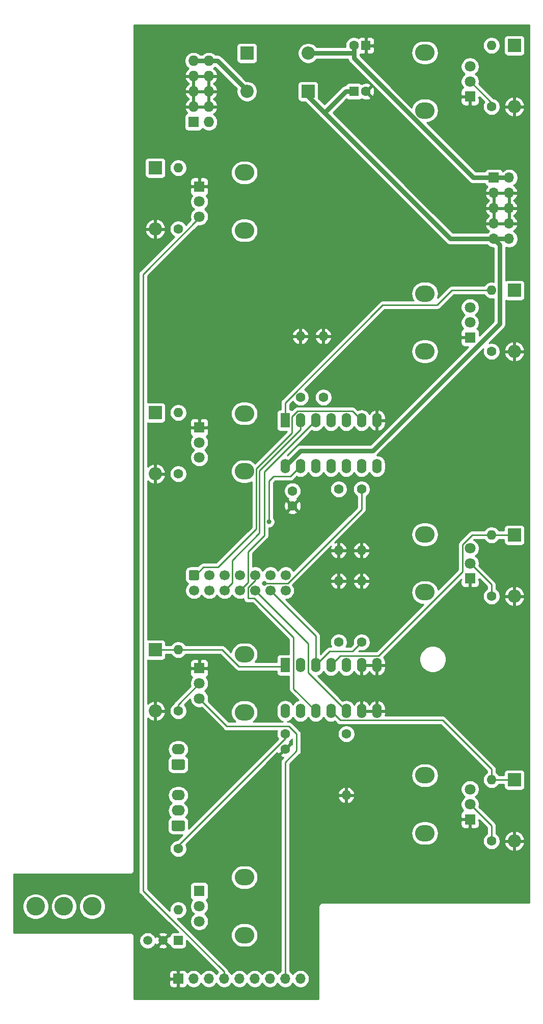
<source format=gbr>
%TF.GenerationSoftware,KiCad,Pcbnew,5.1.10-88a1d61d58~90~ubuntu20.04.1*%
%TF.CreationDate,2021-09-21T22:42:19-04:00*%
%TF.ProjectId,waveshaper,77617665-7368-4617-9065-722e6b696361,rev?*%
%TF.SameCoordinates,Original*%
%TF.FileFunction,Copper,L1,Top*%
%TF.FilePolarity,Positive*%
%FSLAX46Y46*%
G04 Gerber Fmt 4.6, Leading zero omitted, Abs format (unit mm)*
G04 Created by KiCad (PCBNEW 5.1.10-88a1d61d58~90~ubuntu20.04.1) date 2021-09-21 22:42:19*
%MOMM*%
%LPD*%
G01*
G04 APERTURE LIST*
%TA.AperFunction,ComponentPad*%
%ADD10O,3.240000X2.720000*%
%TD*%
%TA.AperFunction,ComponentPad*%
%ADD11C,1.800000*%
%TD*%
%TA.AperFunction,ComponentPad*%
%ADD12R,1.800000X1.800000*%
%TD*%
%TA.AperFunction,ComponentPad*%
%ADD13C,1.600000*%
%TD*%
%TA.AperFunction,ComponentPad*%
%ADD14O,1.600000X1.600000*%
%TD*%
%TA.AperFunction,ComponentPad*%
%ADD15O,2.200000X2.200000*%
%TD*%
%TA.AperFunction,ComponentPad*%
%ADD16R,2.200000X2.200000*%
%TD*%
%TA.AperFunction,ComponentPad*%
%ADD17C,1.500000*%
%TD*%
%TA.AperFunction,ComponentPad*%
%ADD18R,1.500000X1.500000*%
%TD*%
%TA.AperFunction,ComponentPad*%
%ADD19C,3.100000*%
%TD*%
%TA.AperFunction,ComponentPad*%
%ADD20O,2.200000X1.740000*%
%TD*%
%TA.AperFunction,ComponentPad*%
%ADD21O,1.700000X1.700000*%
%TD*%
%TA.AperFunction,ComponentPad*%
%ADD22R,1.700000X1.700000*%
%TD*%
%TA.AperFunction,ComponentPad*%
%ADD23O,1.727200X1.727200*%
%TD*%
%TA.AperFunction,ComponentPad*%
%ADD24R,1.727200X1.727200*%
%TD*%
%TA.AperFunction,ComponentPad*%
%ADD25O,1.600000X2.400000*%
%TD*%
%TA.AperFunction,ComponentPad*%
%ADD26R,1.600000X2.400000*%
%TD*%
%TA.AperFunction,ComponentPad*%
%ADD27R,1.600000X1.600000*%
%TD*%
%TA.AperFunction,ComponentPad*%
%ADD28C,1.700000*%
%TD*%
%TA.AperFunction,ViaPad*%
%ADD29C,0.800000*%
%TD*%
%TA.AperFunction,Conductor*%
%ADD30C,0.750000*%
%TD*%
%TA.AperFunction,Conductor*%
%ADD31C,0.250000*%
%TD*%
%TA.AperFunction,Conductor*%
%ADD32C,0.254000*%
%TD*%
%TA.AperFunction,Conductor*%
%ADD33C,0.100000*%
%TD*%
G04 APERTURE END LIST*
D10*
%TO.P,RV8,*%
%TO.N,*%
X161000000Y-153840000D03*
X161000000Y-144240000D03*
D11*
%TO.P,RV8,3*%
%TO.N,Net-(J9-Pad9)*%
X168500000Y-146540000D03*
%TO.P,RV8,2*%
%TO.N,Net-(R15-Pad1)*%
X168500000Y-149040000D03*
D12*
%TO.P,RV8,1*%
%TO.N,GND*%
X168500000Y-151540000D03*
%TD*%
D10*
%TO.P,RV7,*%
%TO.N,*%
X131000000Y-124160000D03*
X131000000Y-133760000D03*
D11*
%TO.P,RV7,3*%
%TO.N,Net-(J9-Pad8)*%
X123500000Y-131460000D03*
%TO.P,RV7,2*%
%TO.N,Net-(R14-Pad1)*%
X123500000Y-128960000D03*
D12*
%TO.P,RV7,1*%
%TO.N,GND*%
X123500000Y-126460000D03*
%TD*%
D10*
%TO.P,RV6,*%
%TO.N,*%
X161000000Y-113840000D03*
X161000000Y-104240000D03*
D11*
%TO.P,RV6,3*%
%TO.N,Net-(J9-Pad7)*%
X168500000Y-106540000D03*
%TO.P,RV6,2*%
%TO.N,Net-(R13-Pad1)*%
X168500000Y-109040000D03*
D12*
%TO.P,RV6,1*%
%TO.N,GND*%
X168500000Y-111540000D03*
%TD*%
D10*
%TO.P,RV5,*%
%TO.N,*%
X131000000Y-84160000D03*
X131000000Y-93760000D03*
D11*
%TO.P,RV5,3*%
%TO.N,Net-(J9-Pad6)*%
X123500000Y-91460000D03*
%TO.P,RV5,2*%
%TO.N,Net-(R12-Pad1)*%
X123500000Y-88960000D03*
D12*
%TO.P,RV5,1*%
%TO.N,GND*%
X123500000Y-86460000D03*
%TD*%
D10*
%TO.P,RV4,*%
%TO.N,*%
X161000000Y-73840000D03*
X161000000Y-64240000D03*
D11*
%TO.P,RV4,3*%
%TO.N,Net-(J9-Pad5)*%
X168500000Y-66540000D03*
%TO.P,RV4,2*%
%TO.N,Net-(R11-Pad1)*%
X168500000Y-69040000D03*
D12*
%TO.P,RV4,1*%
%TO.N,GND*%
X168500000Y-71540000D03*
%TD*%
D10*
%TO.P,RV3,*%
%TO.N,*%
X131000000Y-161160000D03*
X131000000Y-170760000D03*
D11*
%TO.P,RV3,3*%
%TO.N,/Panel and power/LEVEL_WIPER*%
X123500000Y-168460000D03*
%TO.P,RV3,2*%
X123500000Y-165960000D03*
D12*
%TO.P,RV3,1*%
%TO.N,/Panel and power/LEVEL_CCW*%
X123500000Y-163460000D03*
%TD*%
D10*
%TO.P,RV2,*%
%TO.N,*%
X131000000Y-44160000D03*
X131000000Y-53760000D03*
D11*
%TO.P,RV2,3*%
%TO.N,Net-(J9-Pad4)*%
X123500000Y-51460000D03*
%TO.P,RV2,2*%
%TO.N,Net-(R10-Pad1)*%
X123500000Y-48960000D03*
D12*
%TO.P,RV2,1*%
%TO.N,GND*%
X123500000Y-46460000D03*
%TD*%
D10*
%TO.P,RV1,*%
%TO.N,*%
X161000000Y-33840000D03*
X161000000Y-24240000D03*
D11*
%TO.P,RV1,3*%
%TO.N,Net-(J9-Pad3)*%
X168500000Y-26540000D03*
%TO.P,RV1,2*%
%TO.N,Net-(R9-Pad1)*%
X168500000Y-29040000D03*
D12*
%TO.P,RV1,1*%
%TO.N,GND*%
X168500000Y-31540000D03*
%TD*%
D13*
%TO.P,R15,1*%
%TO.N,Net-(R15-Pad1)*%
X172070000Y-155140000D03*
D14*
%TO.P,R15,2*%
%TO.N,CV_-3*%
X172070000Y-144980000D03*
%TD*%
D13*
%TO.P,R14,1*%
%TO.N,Net-(R14-Pad1)*%
X120000000Y-133550000D03*
D14*
%TO.P,R14,2*%
%TO.N,CV_-2*%
X120000000Y-123390000D03*
%TD*%
D13*
%TO.P,R13,1*%
%TO.N,Net-(R13-Pad1)*%
X172070000Y-114500000D03*
D14*
%TO.P,R13,2*%
%TO.N,CV_-1*%
X172070000Y-104340000D03*
%TD*%
D13*
%TO.P,R12,1*%
%TO.N,Net-(R12-Pad1)*%
X120000000Y-94180000D03*
D14*
%TO.P,R12,2*%
%TO.N,CV_0*%
X120000000Y-84020000D03*
%TD*%
D13*
%TO.P,R11,1*%
%TO.N,Net-(R11-Pad1)*%
X172070000Y-73860000D03*
D14*
%TO.P,R11,2*%
%TO.N,CV_+1*%
X172070000Y-63700000D03*
%TD*%
D13*
%TO.P,R10,1*%
%TO.N,Net-(R10-Pad1)*%
X120000000Y-53540000D03*
D14*
%TO.P,R10,2*%
%TO.N,CV_+2*%
X120000000Y-43380000D03*
%TD*%
D13*
%TO.P,R9,1*%
%TO.N,Net-(R9-Pad1)*%
X172070000Y-33220000D03*
D14*
%TO.P,R9,2*%
%TO.N,CV_+3*%
X172070000Y-23060000D03*
%TD*%
D15*
%TO.P,D9,2*%
%TO.N,GND*%
X175880000Y-155140000D03*
D16*
%TO.P,D9,1*%
%TO.N,CV_-3*%
X175880000Y-144980000D03*
%TD*%
D15*
%TO.P,D8,2*%
%TO.N,GND*%
X116190000Y-133550000D03*
D16*
%TO.P,D8,1*%
%TO.N,CV_-2*%
X116190000Y-123390000D03*
%TD*%
D15*
%TO.P,D7,2*%
%TO.N,GND*%
X175880000Y-114500000D03*
D16*
%TO.P,D7,1*%
%TO.N,CV_-1*%
X175880000Y-104340000D03*
%TD*%
D15*
%TO.P,D6,2*%
%TO.N,GND*%
X116190000Y-94180000D03*
D16*
%TO.P,D6,1*%
%TO.N,CV_0*%
X116190000Y-84020000D03*
%TD*%
D15*
%TO.P,D5,2*%
%TO.N,GND*%
X175880000Y-73860000D03*
D16*
%TO.P,D5,1*%
%TO.N,CV_+1*%
X175880000Y-63700000D03*
%TD*%
D15*
%TO.P,D4,2*%
%TO.N,GND*%
X116190000Y-53540000D03*
D16*
%TO.P,D4,1*%
%TO.N,CV_+2*%
X116190000Y-43380000D03*
%TD*%
D15*
%TO.P,D3,2*%
%TO.N,GND*%
X175880000Y-33220000D03*
D16*
%TO.P,D3,1*%
%TO.N,CV_+3*%
X175880000Y-23060000D03*
%TD*%
D17*
%TO.P,U5,2*%
%TO.N,GND*%
X117460000Y-171650000D03*
%TO.P,U5,3*%
%TO.N,N/C*%
X114920000Y-171650000D03*
D18*
%TO.P,U5,1*%
%TO.N,+10V*%
X120000000Y-171650000D03*
%TD*%
D13*
%TO.P,R8,1*%
%TO.N,+12V*%
X120000000Y-156410000D03*
D14*
%TO.P,R8,2*%
%TO.N,+10V*%
X120000000Y-166570000D03*
%TD*%
D15*
%TO.P,D2,2*%
%TO.N,-12V*%
X141590000Y-24330000D03*
D16*
%TO.P,D2,1*%
%TO.N,/Panel and power/-12V_IN*%
X131430000Y-24330000D03*
%TD*%
D15*
%TO.P,D1,2*%
%TO.N,/Panel and power/+12V_IN*%
X131430000Y-30680000D03*
D16*
%TO.P,D1,1*%
%TO.N,+12V*%
X141590000Y-30680000D03*
%TD*%
D13*
%TO.P,R1,1*%
%TO.N,MIXIN_+3*%
X150480000Y-96720000D03*
D14*
%TO.P,R1,2*%
%TO.N,GND*%
X150480000Y-106880000D03*
%TD*%
D13*
%TO.P,R2,1*%
%TO.N,MIXIN_+1*%
X140320000Y-81480000D03*
D14*
%TO.P,R2,2*%
%TO.N,GND*%
X140320000Y-71320000D03*
%TD*%
D13*
%TO.P,R5,1*%
%TO.N,MIXIN_+2*%
X146670000Y-96720000D03*
D14*
%TO.P,R5,2*%
%TO.N,GND*%
X146670000Y-106880000D03*
%TD*%
D13*
%TO.P,R4,1*%
%TO.N,MIXIN_-3*%
X147940000Y-137360000D03*
D14*
%TO.P,R4,2*%
%TO.N,GND*%
X147940000Y-147520000D03*
%TD*%
D13*
%TO.P,R3,1*%
%TO.N,MIXIN_-1*%
X150480000Y-122120000D03*
D14*
%TO.P,R3,2*%
%TO.N,GND*%
X150480000Y-111960000D03*
%TD*%
D13*
%TO.P,R6,1*%
%TO.N,MIXIN_0*%
X144130000Y-81480000D03*
D14*
%TO.P,R6,2*%
%TO.N,GND*%
X144130000Y-71320000D03*
%TD*%
D13*
%TO.P,R7,1*%
%TO.N,MIXIN_-2*%
X146670000Y-122120000D03*
D14*
%TO.P,R7,2*%
%TO.N,GND*%
X146670000Y-111960000D03*
%TD*%
D19*
%TO.P,SW1,1*%
%TO.N,/Panel and power/SL_MED*%
X105700000Y-166000000D03*
%TO.P,SW1,3*%
%TO.N,/Panel and power/SL_HIGH*%
X96300000Y-166000000D03*
%TO.P,SW1,2*%
%TO.N,/Panel and power/SLEW*%
X101000000Y-166000000D03*
%TD*%
D20*
%TO.P,J11,2*%
%TO.N,/Panel and power/LEVEL_CCW*%
X120000000Y-139900000D03*
%TO.P,J11,1*%
%TO.N,/Panel and power/LEVEL_WIPER*%
%TA.AperFunction,ComponentPad*%
G36*
G01*
X120850001Y-143310000D02*
X119149999Y-143310000D01*
G75*
G02*
X118900000Y-143060001I0J249999D01*
G01*
X118900000Y-141819999D01*
G75*
G02*
X119149999Y-141570000I249999J0D01*
G01*
X120850001Y-141570000D01*
G75*
G02*
X121100000Y-141819999I0J-249999D01*
G01*
X121100000Y-143060001D01*
G75*
G02*
X120850001Y-143310000I-249999J0D01*
G01*
G37*
%TD.AperFunction*%
%TD*%
%TO.P,J13,3*%
%TO.N,/Panel and power/SL_HIGH*%
X120000000Y-147520000D03*
%TO.P,J13,2*%
%TO.N,/Panel and power/SLEW*%
X120000000Y-150060000D03*
%TO.P,J13,1*%
%TO.N,/Panel and power/SL_MED*%
%TA.AperFunction,ComponentPad*%
G36*
G01*
X120850001Y-153470000D02*
X119149999Y-153470000D01*
G75*
G02*
X118900000Y-153220001I0J249999D01*
G01*
X118900000Y-151979999D01*
G75*
G02*
X119149999Y-151730000I249999J0D01*
G01*
X120850001Y-151730000D01*
G75*
G02*
X121100000Y-151979999I0J-249999D01*
G01*
X121100000Y-153220001D01*
G75*
G02*
X120850001Y-153470000I-249999J0D01*
G01*
G37*
%TD.AperFunction*%
%TD*%
D21*
%TO.P,J9,9*%
%TO.N,Net-(J9-Pad9)*%
X140320000Y-178000000D03*
%TO.P,J9,8*%
%TO.N,Net-(J9-Pad8)*%
X137780000Y-178000000D03*
%TO.P,J9,7*%
%TO.N,Net-(J9-Pad7)*%
X135240000Y-178000000D03*
%TO.P,J9,6*%
%TO.N,Net-(J9-Pad6)*%
X132700000Y-178000000D03*
%TO.P,J9,5*%
%TO.N,Net-(J9-Pad5)*%
X130160000Y-178000000D03*
%TO.P,J9,4*%
%TO.N,Net-(J9-Pad4)*%
X127620000Y-178000000D03*
%TO.P,J9,3*%
%TO.N,Net-(J9-Pad3)*%
X125080000Y-178000000D03*
%TO.P,J9,2*%
%TO.N,+10V*%
X122540000Y-178000000D03*
D22*
%TO.P,J9,1*%
%TO.N,GND*%
X120000000Y-178000000D03*
%TD*%
D23*
%TO.P,J6,10*%
%TO.N,/Panel and power/+12V_IN*%
X125080000Y-25600000D03*
%TO.P,J6,9*%
X122540000Y-25600000D03*
%TO.P,J6,8*%
%TO.N,GND*%
X125080000Y-28140000D03*
%TO.P,J6,7*%
X122540000Y-28140000D03*
%TO.P,J6,6*%
X125080000Y-30680000D03*
%TO.P,J6,5*%
X122540000Y-30680000D03*
%TO.P,J6,4*%
X125080000Y-33220000D03*
%TO.P,J6,3*%
X122540000Y-33220000D03*
%TO.P,J6,2*%
%TO.N,/Panel and power/-12V_IN*%
X125080000Y-35760000D03*
D24*
%TO.P,J6,1*%
X122540000Y-35760000D03*
%TD*%
D25*
%TO.P,U2,14*%
%TO.N,+12V*%
X137780000Y-133550000D03*
%TO.P,U2,7*%
%TO.N,GND*%
X153020000Y-125930000D03*
%TO.P,U2,13*%
%TO.N,/RIPOUT_-2*%
X140320000Y-133550000D03*
%TO.P,U2,6*%
%TO.N,GND*%
X150480000Y-125930000D03*
%TO.P,U2,12*%
%TO.N,/RIPOUT_-3*%
X142860000Y-133550000D03*
%TO.P,U2,5*%
%TO.N,/RIPOUT_-1*%
X147940000Y-125930000D03*
%TO.P,U2,11*%
%TO.N,CV_-3*%
X145400000Y-133550000D03*
%TO.P,U2,4*%
%TO.N,CV_-1*%
X145400000Y-125930000D03*
%TO.P,U2,10*%
%TO.N,MIXIN_-3*%
X147940000Y-133550000D03*
%TO.P,U2,3*%
%TO.N,MIXIN_-1*%
X142860000Y-125930000D03*
%TO.P,U2,9*%
%TO.N,GND*%
X150480000Y-133550000D03*
%TO.P,U2,2*%
%TO.N,MIXIN_-2*%
X140320000Y-125930000D03*
%TO.P,U2,8*%
%TO.N,GND*%
X153020000Y-133550000D03*
D26*
%TO.P,U2,1*%
%TO.N,CV_-2*%
X137780000Y-125930000D03*
%TD*%
D13*
%TO.P,C4,2*%
%TO.N,-12V*%
X149210000Y-23060000D03*
D27*
%TO.P,C4,1*%
%TO.N,GND*%
X151210000Y-23060000D03*
%TD*%
D28*
%TO.P,J1,14*%
%TO.N,MIXIN_-2*%
X137870000Y-113540000D03*
%TO.P,J1,12*%
%TO.N,MIXIN_-1*%
X135330000Y-113540000D03*
%TO.P,J1,10*%
%TO.N,MIXIN_-3*%
X132790000Y-113540000D03*
%TO.P,J1,8*%
%TO.N,MIXIN_0*%
X130250000Y-113540000D03*
%TO.P,J1,6*%
%TO.N,MIXIN_+1*%
X127710000Y-113540000D03*
%TO.P,J1,4*%
%TO.N,MIXIN_+2*%
X125170000Y-113540000D03*
%TO.P,J1,2*%
%TO.N,MIXIN_+3*%
X122630000Y-113540000D03*
%TO.P,J1,13*%
%TO.N,/RIPOUT_-2*%
X137870000Y-111000000D03*
%TO.P,J1,11*%
%TO.N,/RIPOUT_-1*%
X135330000Y-111000000D03*
%TO.P,J1,9*%
%TO.N,/RIPOUT_-3*%
X132790000Y-111000000D03*
%TO.P,J1,7*%
%TO.N,/RIPOUT_0*%
X130250000Y-111000000D03*
%TO.P,J1,5*%
%TO.N,/RIPOUT_+1*%
X127710000Y-111000000D03*
%TO.P,J1,3*%
%TO.N,/RIPOUT_+2*%
X125170000Y-111000000D03*
%TO.P,J1,1*%
%TO.N,/RIPOUT_+3*%
%TA.AperFunction,ComponentPad*%
G36*
G01*
X122030000Y-110150000D02*
X123230000Y-110150000D01*
G75*
G02*
X123480000Y-110400000I0J-250000D01*
G01*
X123480000Y-111600000D01*
G75*
G02*
X123230000Y-111850000I-250000J0D01*
G01*
X122030000Y-111850000D01*
G75*
G02*
X121780000Y-111600000I0J250000D01*
G01*
X121780000Y-110400000D01*
G75*
G02*
X122030000Y-110150000I250000J0D01*
G01*
G37*
%TD.AperFunction*%
%TD*%
D21*
%TO.P,J14,10*%
%TO.N,+12V*%
X175000000Y-55160000D03*
%TO.P,J14,9*%
X172460000Y-55160000D03*
%TO.P,J14,8*%
%TO.N,GND*%
X175000000Y-52620000D03*
%TO.P,J14,7*%
X172460000Y-52620000D03*
%TO.P,J14,6*%
X175000000Y-50080000D03*
%TO.P,J14,5*%
X172460000Y-50080000D03*
%TO.P,J14,4*%
X175000000Y-47540000D03*
%TO.P,J14,3*%
X172460000Y-47540000D03*
%TO.P,J14,2*%
%TO.N,-12V*%
X175000000Y-45000000D03*
D22*
%TO.P,J14,1*%
X172460000Y-45000000D03*
%TD*%
D13*
%TO.P,C3,2*%
%TO.N,GND*%
X151210000Y-30680000D03*
D27*
%TO.P,C3,1*%
%TO.N,+12V*%
X149210000Y-30680000D03*
%TD*%
D25*
%TO.P,U1,14*%
%TO.N,+12V*%
X137780000Y-92910000D03*
%TO.P,U1,7*%
%TO.N,GND*%
X153020000Y-85290000D03*
%TO.P,U1,13*%
%TO.N,/RIPOUT_+1*%
X140320000Y-92910000D03*
%TO.P,U1,6*%
%TO.N,/RIPOUT_+3*%
X150480000Y-85290000D03*
%TO.P,U1,12*%
%TO.N,/RIPOUT_+2*%
X142860000Y-92910000D03*
%TO.P,U1,5*%
%TO.N,/RIPOUT_0*%
X147940000Y-85290000D03*
%TO.P,U1,11*%
%TO.N,CV_+2*%
X145400000Y-92910000D03*
%TO.P,U1,4*%
%TO.N,CV_0*%
X145400000Y-85290000D03*
%TO.P,U1,10*%
%TO.N,MIXIN_+2*%
X147940000Y-92910000D03*
%TO.P,U1,3*%
%TO.N,MIXIN_0*%
X142860000Y-85290000D03*
%TO.P,U1,9*%
%TO.N,MIXIN_+3*%
X150480000Y-92910000D03*
%TO.P,U1,2*%
%TO.N,MIXIN_+1*%
X140320000Y-85290000D03*
%TO.P,U1,8*%
%TO.N,CV_+3*%
X153020000Y-92910000D03*
D26*
%TO.P,U1,1*%
%TO.N,CV_+1*%
X137780000Y-85290000D03*
%TD*%
D13*
%TO.P,C6,2*%
%TO.N,GND*%
X137780000Y-139860000D03*
%TO.P,C6,1*%
%TO.N,+12V*%
X137780000Y-137360000D03*
%TD*%
%TO.P,C5,2*%
%TO.N,GND*%
X139000000Y-99500000D03*
%TO.P,C5,1*%
%TO.N,+12V*%
X139000000Y-97000000D03*
%TD*%
D29*
%TO.N,GND*%
X147432000Y-129740000D03*
X137272000Y-122755000D03*
%TO.N,/RIPOUT_+1*%
X135053000Y-102120900D03*
%TO.N,MIXIN_+3*%
X134286784Y-112331900D03*
%TD*%
D30*
%TO.N,+12V*%
X175000000Y-55160000D02*
X172460000Y-55160000D01*
X141590000Y-30680000D02*
X141590000Y-31517600D01*
X141590000Y-31517600D02*
X144294000Y-34221100D01*
X149210000Y-30680000D02*
X147835000Y-30680000D01*
X147835000Y-30680000D02*
X144294000Y-34221100D01*
X140320000Y-90370000D02*
X137780000Y-92910000D01*
X152328000Y-90370000D02*
X140320000Y-90370000D01*
X173445001Y-69252999D02*
X152328000Y-90370000D01*
X173445001Y-56145001D02*
X173445001Y-69252999D01*
X172460000Y-55160000D02*
X173445001Y-56145001D01*
D31*
X137780000Y-138122000D02*
X137780000Y-137360000D01*
X120000000Y-155902000D02*
X137780000Y-138122000D01*
X120000000Y-156410000D02*
X120000000Y-155902000D01*
D30*
X165232900Y-55160000D02*
X144294000Y-34221100D01*
X172460000Y-55160000D02*
X165232900Y-55160000D01*
%TO.N,-12V*%
X149210000Y-24330000D02*
X141590000Y-24330000D01*
X172460000Y-45000000D02*
X169043000Y-45000000D01*
X169043000Y-45000000D02*
X149210000Y-25166800D01*
X149210000Y-25166800D02*
X149210000Y-24330000D01*
X175000000Y-45000000D02*
X172460000Y-45000000D01*
X149210000Y-24330000D02*
X149210000Y-23060000D01*
D31*
%TO.N,CV_+1*%
X165466000Y-63700000D02*
X172070000Y-63700000D01*
X163020999Y-66145001D02*
X165466000Y-63700000D01*
X137780000Y-82354998D02*
X153989997Y-66145001D01*
X153989997Y-66145001D02*
X163020999Y-66145001D01*
X137780000Y-85290000D02*
X137780000Y-82354998D01*
%TO.N,CV_-1*%
X172070000Y-104340000D02*
X175880000Y-104340000D01*
X145400000Y-125930000D02*
X146925010Y-124404990D01*
X146925010Y-124404990D02*
X153273612Y-124404990D01*
X167274999Y-110403603D02*
X167274999Y-105911999D01*
X153273612Y-124404990D02*
X167274999Y-110403603D01*
X167274999Y-105911999D02*
X168846998Y-104340000D01*
X168846998Y-104340000D02*
X172070000Y-104340000D01*
%TO.N,CV_-2*%
X120000000Y-123390000D02*
X116190000Y-123390000D01*
X137564999Y-126145001D02*
X137780000Y-125930000D01*
X130066399Y-126145001D02*
X137564999Y-126145001D01*
X127311398Y-123390000D02*
X130066399Y-126145001D01*
X120000000Y-123390000D02*
X127311398Y-123390000D01*
%TO.N,CV_-3*%
X173848000Y-144980000D02*
X175880000Y-144980000D01*
X172070000Y-144980000D02*
X173848000Y-144980000D01*
X172070000Y-143202000D02*
X172070000Y-144980000D01*
X163943010Y-135075010D02*
X172070000Y-143202000D01*
X146925010Y-135075010D02*
X163943010Y-135075010D01*
X145400000Y-133550000D02*
X146925010Y-135075010D01*
%TO.N,/RIPOUT_+3*%
X126604000Y-109674000D02*
X124191000Y-109674000D01*
X122865000Y-111000000D02*
X122630000Y-111000000D01*
X132945400Y-93323500D02*
X132945400Y-103332600D01*
X138905400Y-87363500D02*
X132945400Y-93323500D01*
X132945400Y-103332600D02*
X126604000Y-109674000D01*
X138905400Y-84658800D02*
X138905400Y-87363500D01*
X124191000Y-109674000D02*
X122865000Y-111000000D01*
X139799500Y-83764700D02*
X138905400Y-84658800D01*
X148954700Y-83764700D02*
X139799500Y-83764700D01*
X150480000Y-85290000D02*
X148954700Y-83764700D01*
%TO.N,/RIPOUT_-3*%
X132790000Y-111863700D02*
X132790000Y-111000000D01*
X131598200Y-114839800D02*
X131598200Y-113055500D01*
X132658800Y-114839800D02*
X131598200Y-114839800D01*
X139177000Y-121358000D02*
X132658800Y-114839800D01*
X131598200Y-113055500D02*
X132790000Y-111863700D01*
X139177000Y-129867000D02*
X139177000Y-121358000D01*
X142860000Y-133550000D02*
X139177000Y-129867000D01*
%TO.N,/RIPOUT_+1*%
X138605500Y-94624500D02*
X140320000Y-92910000D01*
X135811500Y-94624500D02*
X138605500Y-94624500D01*
X135053000Y-95383000D02*
X135811500Y-94624500D01*
X135053000Y-102120900D02*
X135053000Y-95383000D01*
%TO.N,MIXIN_-1*%
X142860000Y-125930000D02*
X142860000Y-124405000D01*
X135330000Y-113540000D02*
X142860000Y-121070000D01*
X142860000Y-121070000D02*
X142860000Y-124405000D01*
X145146000Y-123644000D02*
X142860000Y-125930000D01*
X148956000Y-123644000D02*
X145146000Y-123644000D01*
X150480000Y-122120000D02*
X148956000Y-123644000D01*
%TO.N,MIXIN_-3*%
X141590000Y-122340000D02*
X141590000Y-127200000D01*
X132790000Y-113540000D02*
X141590000Y-122340000D01*
X141590000Y-127200000D02*
X147940000Y-133550000D01*
%TO.N,MIXIN_0*%
X131614600Y-112175400D02*
X130250000Y-113540000D01*
X131614600Y-107076400D02*
X131614600Y-112175400D01*
X134327700Y-104363300D02*
X131614600Y-107076400D01*
X134327700Y-93822300D02*
X134327700Y-104363300D01*
X142860000Y-85290000D02*
X134327700Y-93822300D01*
%TO.N,MIXIN_+1*%
X140320000Y-85290000D02*
X140320000Y-86815300D01*
X140320000Y-86815300D02*
X133514800Y-93620500D01*
X133514800Y-93620500D02*
X133514800Y-103988100D01*
X133514800Y-103988100D02*
X128980000Y-108522900D01*
X128980000Y-108522900D02*
X128980000Y-112270000D01*
X128980000Y-112270000D02*
X127710000Y-113540000D01*
%TO.N,MIXIN_+3*%
X150480000Y-96720000D02*
X150480000Y-100063000D01*
X150480000Y-100063000D02*
X138211100Y-112331900D01*
X138211100Y-112331900D02*
X134286784Y-112331900D01*
%TO.N,Net-(J9-Pad8)*%
X128090000Y-136090000D02*
X123500000Y-131500000D01*
X139685000Y-137360000D02*
X138415000Y-136090000D01*
X139685000Y-140154000D02*
X139685000Y-137360000D01*
X137780000Y-142059000D02*
X139685000Y-140154000D01*
X138415000Y-136090000D02*
X128090000Y-136090000D01*
X137780000Y-178000000D02*
X137780000Y-142059000D01*
%TO.N,Net-(J9-Pad4)*%
X123500000Y-51691000D02*
X123500000Y-51500000D01*
X114158000Y-61033000D02*
X123500000Y-51691000D01*
X114158000Y-134439000D02*
X114158000Y-61033000D01*
X118807000Y-168044000D02*
X114158000Y-163395000D01*
X118840000Y-168044000D02*
X118807000Y-168044000D01*
X127620000Y-176825000D02*
X118840000Y-168044000D01*
X114158000Y-163395000D02*
X114158000Y-134439000D01*
X127620000Y-178000000D02*
X127620000Y-176825000D01*
D30*
%TO.N,/Panel and power/+12V_IN*%
X131430000Y-30680000D02*
X131430000Y-30511100D01*
X131430000Y-30511100D02*
X126519000Y-25600000D01*
X126519000Y-25600000D02*
X125080000Y-25600000D01*
X122540000Y-25600000D02*
X125080000Y-25600000D01*
D31*
%TO.N,Net-(R9-Pad1)*%
X172070000Y-32570000D02*
X168500000Y-29000000D01*
X172070000Y-33220000D02*
X172070000Y-32570000D01*
%TO.N,Net-(R12-Pad1)*%
X123500000Y-89000000D02*
X123500000Y-88858500D01*
%TO.N,Net-(R13-Pad1)*%
X172070000Y-112570000D02*
X168500000Y-109000000D01*
X172070000Y-114500000D02*
X172070000Y-112570000D01*
%TO.N,Net-(R14-Pad1)*%
X120000000Y-132500000D02*
X120000000Y-133550000D01*
X123500000Y-129000000D02*
X120000000Y-132500000D01*
%TO.N,Net-(R15-Pad1)*%
X172070000Y-152570000D02*
X168500000Y-149000000D01*
X172070000Y-155140000D02*
X172070000Y-152570000D01*
%TD*%
D32*
%TO.N,GND*%
X178340001Y-165340000D02*
X144032419Y-165340000D01*
X144000000Y-165336807D01*
X143967581Y-165340000D01*
X143870617Y-165349550D01*
X143746207Y-165387290D01*
X143631550Y-165448575D01*
X143531052Y-165531052D01*
X143448575Y-165631550D01*
X143387290Y-165746207D01*
X143349550Y-165870617D01*
X143336807Y-166000000D01*
X143340000Y-166032419D01*
X143340001Y-181340000D01*
X112660000Y-181340000D01*
X112660000Y-178850000D01*
X118511928Y-178850000D01*
X118524188Y-178974482D01*
X118560498Y-179094180D01*
X118619463Y-179204494D01*
X118698815Y-179301185D01*
X118795506Y-179380537D01*
X118905820Y-179439502D01*
X119025518Y-179475812D01*
X119150000Y-179488072D01*
X119714250Y-179485000D01*
X119873000Y-179326250D01*
X119873000Y-178127000D01*
X118673750Y-178127000D01*
X118515000Y-178285750D01*
X118511928Y-178850000D01*
X112660000Y-178850000D01*
X112660000Y-177150000D01*
X118511928Y-177150000D01*
X118515000Y-177714250D01*
X118673750Y-177873000D01*
X119873000Y-177873000D01*
X119873000Y-176673750D01*
X119714250Y-176515000D01*
X119150000Y-176511928D01*
X119025518Y-176524188D01*
X118905820Y-176560498D01*
X118795506Y-176619463D01*
X118698815Y-176698815D01*
X118619463Y-176795506D01*
X118560498Y-176905820D01*
X118524188Y-177025518D01*
X118511928Y-177150000D01*
X112660000Y-177150000D01*
X112660000Y-171513589D01*
X113535000Y-171513589D01*
X113535000Y-171786411D01*
X113588225Y-172053989D01*
X113692629Y-172306043D01*
X113844201Y-172532886D01*
X114037114Y-172725799D01*
X114263957Y-172877371D01*
X114516011Y-172981775D01*
X114783589Y-173035000D01*
X115056411Y-173035000D01*
X115323989Y-172981775D01*
X115576043Y-172877371D01*
X115802886Y-172725799D01*
X115921692Y-172606993D01*
X116682612Y-172606993D01*
X116748137Y-172845860D01*
X116995116Y-172961760D01*
X117259960Y-173027250D01*
X117532492Y-173039812D01*
X117802238Y-172998965D01*
X118058832Y-172906277D01*
X118171863Y-172845860D01*
X118237388Y-172606993D01*
X117460000Y-171829605D01*
X116682612Y-172606993D01*
X115921692Y-172606993D01*
X115995799Y-172532886D01*
X116147371Y-172306043D01*
X116188511Y-172206721D01*
X116203723Y-172248832D01*
X116264140Y-172361863D01*
X116503007Y-172427388D01*
X117280395Y-171650000D01*
X116503007Y-170872612D01*
X116264140Y-170938137D01*
X116189836Y-171096477D01*
X116147371Y-170993957D01*
X115995799Y-170767114D01*
X115921692Y-170693007D01*
X116682612Y-170693007D01*
X117460000Y-171470395D01*
X118237388Y-170693007D01*
X118171863Y-170454140D01*
X117924884Y-170338240D01*
X117660040Y-170272750D01*
X117387508Y-170260188D01*
X117117762Y-170301035D01*
X116861168Y-170393723D01*
X116748137Y-170454140D01*
X116682612Y-170693007D01*
X115921692Y-170693007D01*
X115802886Y-170574201D01*
X115576043Y-170422629D01*
X115323989Y-170318225D01*
X115056411Y-170265000D01*
X114783589Y-170265000D01*
X114516011Y-170318225D01*
X114263957Y-170422629D01*
X114037114Y-170574201D01*
X113844201Y-170767114D01*
X113692629Y-170993957D01*
X113588225Y-171246011D01*
X113535000Y-171513589D01*
X112660000Y-171513589D01*
X112660000Y-171032418D01*
X112663193Y-171000000D01*
X112650450Y-170870617D01*
X112612710Y-170746207D01*
X112551425Y-170631550D01*
X112468948Y-170531052D01*
X112368450Y-170448575D01*
X112253793Y-170387290D01*
X112129383Y-170349550D01*
X112032419Y-170340000D01*
X112000000Y-170336807D01*
X111967581Y-170340000D01*
X92660000Y-170340000D01*
X92660000Y-165784796D01*
X94115000Y-165784796D01*
X94115000Y-166215204D01*
X94198969Y-166637341D01*
X94363678Y-167034985D01*
X94602800Y-167392856D01*
X94907144Y-167697200D01*
X95265015Y-167936322D01*
X95662659Y-168101031D01*
X96084796Y-168185000D01*
X96515204Y-168185000D01*
X96937341Y-168101031D01*
X97334985Y-167936322D01*
X97692856Y-167697200D01*
X97997200Y-167392856D01*
X98236322Y-167034985D01*
X98401031Y-166637341D01*
X98485000Y-166215204D01*
X98485000Y-165784796D01*
X98815000Y-165784796D01*
X98815000Y-166215204D01*
X98898969Y-166637341D01*
X99063678Y-167034985D01*
X99302800Y-167392856D01*
X99607144Y-167697200D01*
X99965015Y-167936322D01*
X100362659Y-168101031D01*
X100784796Y-168185000D01*
X101215204Y-168185000D01*
X101637341Y-168101031D01*
X102034985Y-167936322D01*
X102392856Y-167697200D01*
X102697200Y-167392856D01*
X102936322Y-167034985D01*
X103101031Y-166637341D01*
X103185000Y-166215204D01*
X103185000Y-165784796D01*
X103515000Y-165784796D01*
X103515000Y-166215204D01*
X103598969Y-166637341D01*
X103763678Y-167034985D01*
X104002800Y-167392856D01*
X104307144Y-167697200D01*
X104665015Y-167936322D01*
X105062659Y-168101031D01*
X105484796Y-168185000D01*
X105915204Y-168185000D01*
X106337341Y-168101031D01*
X106734985Y-167936322D01*
X107092856Y-167697200D01*
X107397200Y-167392856D01*
X107636322Y-167034985D01*
X107801031Y-166637341D01*
X107885000Y-166215204D01*
X107885000Y-165784796D01*
X107801031Y-165362659D01*
X107636322Y-164965015D01*
X107397200Y-164607144D01*
X107092856Y-164302800D01*
X106734985Y-164063678D01*
X106337341Y-163898969D01*
X105915204Y-163815000D01*
X105484796Y-163815000D01*
X105062659Y-163898969D01*
X104665015Y-164063678D01*
X104307144Y-164302800D01*
X104002800Y-164607144D01*
X103763678Y-164965015D01*
X103598969Y-165362659D01*
X103515000Y-165784796D01*
X103185000Y-165784796D01*
X103101031Y-165362659D01*
X102936322Y-164965015D01*
X102697200Y-164607144D01*
X102392856Y-164302800D01*
X102034985Y-164063678D01*
X101637341Y-163898969D01*
X101215204Y-163815000D01*
X100784796Y-163815000D01*
X100362659Y-163898969D01*
X99965015Y-164063678D01*
X99607144Y-164302800D01*
X99302800Y-164607144D01*
X99063678Y-164965015D01*
X98898969Y-165362659D01*
X98815000Y-165784796D01*
X98485000Y-165784796D01*
X98401031Y-165362659D01*
X98236322Y-164965015D01*
X97997200Y-164607144D01*
X97692856Y-164302800D01*
X97334985Y-164063678D01*
X96937341Y-163898969D01*
X96515204Y-163815000D01*
X96084796Y-163815000D01*
X95662659Y-163898969D01*
X95265015Y-164063678D01*
X94907144Y-164302800D01*
X94602800Y-164607144D01*
X94363678Y-164965015D01*
X94198969Y-165362659D01*
X94115000Y-165784796D01*
X92660000Y-165784796D01*
X92660000Y-160660000D01*
X111967581Y-160660000D01*
X112000000Y-160663193D01*
X112032419Y-160660000D01*
X112129383Y-160650450D01*
X112253793Y-160612710D01*
X112368450Y-160551425D01*
X112468948Y-160468948D01*
X112551425Y-160368450D01*
X112612710Y-160253793D01*
X112650450Y-160129383D01*
X112663193Y-160000000D01*
X112660000Y-159967581D01*
X112660000Y-61033000D01*
X113394324Y-61033000D01*
X113398001Y-61070333D01*
X113398000Y-134476332D01*
X113398001Y-134476342D01*
X113398000Y-163357678D01*
X113394324Y-163395000D01*
X113398000Y-163432322D01*
X113398000Y-163432332D01*
X113408997Y-163543985D01*
X113452454Y-163687246D01*
X113523026Y-163819276D01*
X113562871Y-163867826D01*
X113617999Y-163935001D01*
X113647003Y-163958804D01*
X118243201Y-168555003D01*
X118266999Y-168584001D01*
X118382724Y-168678974D01*
X118420181Y-168698996D01*
X119982935Y-170261928D01*
X119250000Y-170261928D01*
X119125518Y-170274188D01*
X119005820Y-170310498D01*
X118895506Y-170369463D01*
X118798815Y-170448815D01*
X118719463Y-170545506D01*
X118660498Y-170655820D01*
X118624188Y-170775518D01*
X118611928Y-170900000D01*
X118611928Y-170926086D01*
X118416993Y-170872612D01*
X117639605Y-171650000D01*
X118416993Y-172427388D01*
X118611928Y-172373914D01*
X118611928Y-172400000D01*
X118624188Y-172524482D01*
X118660498Y-172644180D01*
X118719463Y-172754494D01*
X118798815Y-172851185D01*
X118895506Y-172930537D01*
X119005820Y-172989502D01*
X119125518Y-173025812D01*
X119250000Y-173038072D01*
X120750000Y-173038072D01*
X120874482Y-173025812D01*
X120994180Y-172989502D01*
X121104494Y-172930537D01*
X121201185Y-172851185D01*
X121280537Y-172754494D01*
X121339502Y-172644180D01*
X121375812Y-172524482D01*
X121388072Y-172400000D01*
X121388072Y-171667225D01*
X126620072Y-176899821D01*
X126466525Y-177053368D01*
X126350000Y-177227760D01*
X126233475Y-177053368D01*
X126026632Y-176846525D01*
X125783411Y-176684010D01*
X125513158Y-176572068D01*
X125226260Y-176515000D01*
X124933740Y-176515000D01*
X124646842Y-176572068D01*
X124376589Y-176684010D01*
X124133368Y-176846525D01*
X123926525Y-177053368D01*
X123810000Y-177227760D01*
X123693475Y-177053368D01*
X123486632Y-176846525D01*
X123243411Y-176684010D01*
X122973158Y-176572068D01*
X122686260Y-176515000D01*
X122393740Y-176515000D01*
X122106842Y-176572068D01*
X121836589Y-176684010D01*
X121593368Y-176846525D01*
X121461513Y-176978380D01*
X121439502Y-176905820D01*
X121380537Y-176795506D01*
X121301185Y-176698815D01*
X121204494Y-176619463D01*
X121094180Y-176560498D01*
X120974482Y-176524188D01*
X120850000Y-176511928D01*
X120285750Y-176515000D01*
X120127000Y-176673750D01*
X120127000Y-177873000D01*
X120147000Y-177873000D01*
X120147000Y-178127000D01*
X120127000Y-178127000D01*
X120127000Y-179326250D01*
X120285750Y-179485000D01*
X120850000Y-179488072D01*
X120974482Y-179475812D01*
X121094180Y-179439502D01*
X121204494Y-179380537D01*
X121301185Y-179301185D01*
X121380537Y-179204494D01*
X121439502Y-179094180D01*
X121461513Y-179021620D01*
X121593368Y-179153475D01*
X121836589Y-179315990D01*
X122106842Y-179427932D01*
X122393740Y-179485000D01*
X122686260Y-179485000D01*
X122973158Y-179427932D01*
X123243411Y-179315990D01*
X123486632Y-179153475D01*
X123693475Y-178946632D01*
X123810000Y-178772240D01*
X123926525Y-178946632D01*
X124133368Y-179153475D01*
X124376589Y-179315990D01*
X124646842Y-179427932D01*
X124933740Y-179485000D01*
X125226260Y-179485000D01*
X125513158Y-179427932D01*
X125783411Y-179315990D01*
X126026632Y-179153475D01*
X126233475Y-178946632D01*
X126350000Y-178772240D01*
X126466525Y-178946632D01*
X126673368Y-179153475D01*
X126916589Y-179315990D01*
X127186842Y-179427932D01*
X127473740Y-179485000D01*
X127766260Y-179485000D01*
X128053158Y-179427932D01*
X128323411Y-179315990D01*
X128566632Y-179153475D01*
X128773475Y-178946632D01*
X128890000Y-178772240D01*
X129006525Y-178946632D01*
X129213368Y-179153475D01*
X129456589Y-179315990D01*
X129726842Y-179427932D01*
X130013740Y-179485000D01*
X130306260Y-179485000D01*
X130593158Y-179427932D01*
X130863411Y-179315990D01*
X131106632Y-179153475D01*
X131313475Y-178946632D01*
X131430000Y-178772240D01*
X131546525Y-178946632D01*
X131753368Y-179153475D01*
X131996589Y-179315990D01*
X132266842Y-179427932D01*
X132553740Y-179485000D01*
X132846260Y-179485000D01*
X133133158Y-179427932D01*
X133403411Y-179315990D01*
X133646632Y-179153475D01*
X133853475Y-178946632D01*
X133970000Y-178772240D01*
X134086525Y-178946632D01*
X134293368Y-179153475D01*
X134536589Y-179315990D01*
X134806842Y-179427932D01*
X135093740Y-179485000D01*
X135386260Y-179485000D01*
X135673158Y-179427932D01*
X135943411Y-179315990D01*
X136186632Y-179153475D01*
X136393475Y-178946632D01*
X136510000Y-178772240D01*
X136626525Y-178946632D01*
X136833368Y-179153475D01*
X137076589Y-179315990D01*
X137346842Y-179427932D01*
X137633740Y-179485000D01*
X137926260Y-179485000D01*
X138213158Y-179427932D01*
X138483411Y-179315990D01*
X138726632Y-179153475D01*
X138933475Y-178946632D01*
X139050000Y-178772240D01*
X139166525Y-178946632D01*
X139373368Y-179153475D01*
X139616589Y-179315990D01*
X139886842Y-179427932D01*
X140173740Y-179485000D01*
X140466260Y-179485000D01*
X140753158Y-179427932D01*
X141023411Y-179315990D01*
X141266632Y-179153475D01*
X141473475Y-178946632D01*
X141635990Y-178703411D01*
X141747932Y-178433158D01*
X141805000Y-178146260D01*
X141805000Y-177853740D01*
X141747932Y-177566842D01*
X141635990Y-177296589D01*
X141473475Y-177053368D01*
X141266632Y-176846525D01*
X141023411Y-176684010D01*
X140753158Y-176572068D01*
X140466260Y-176515000D01*
X140173740Y-176515000D01*
X139886842Y-176572068D01*
X139616589Y-176684010D01*
X139373368Y-176846525D01*
X139166525Y-177053368D01*
X139050000Y-177227760D01*
X138933475Y-177053368D01*
X138726632Y-176846525D01*
X138540000Y-176721822D01*
X138540000Y-153840000D01*
X158735348Y-153840000D01*
X158773867Y-154231088D01*
X158887943Y-154607147D01*
X159073193Y-154953725D01*
X159322497Y-155257503D01*
X159626275Y-155506807D01*
X159972853Y-155692057D01*
X160348912Y-155806133D01*
X160642002Y-155835000D01*
X161357998Y-155835000D01*
X161651088Y-155806133D01*
X162027147Y-155692057D01*
X162373725Y-155506807D01*
X162677503Y-155257503D01*
X162926807Y-154953725D01*
X163112057Y-154607147D01*
X163226133Y-154231088D01*
X163264652Y-153840000D01*
X163226133Y-153448912D01*
X163112057Y-153072853D01*
X162926807Y-152726275D01*
X162691868Y-152440000D01*
X166961928Y-152440000D01*
X166974188Y-152564482D01*
X167010498Y-152684180D01*
X167069463Y-152794494D01*
X167148815Y-152891185D01*
X167245506Y-152970537D01*
X167355820Y-153029502D01*
X167475518Y-153065812D01*
X167600000Y-153078072D01*
X168214250Y-153075000D01*
X168373000Y-152916250D01*
X168373000Y-151667000D01*
X167123750Y-151667000D01*
X166965000Y-151825750D01*
X166961928Y-152440000D01*
X162691868Y-152440000D01*
X162677503Y-152422497D01*
X162373725Y-152173193D01*
X162027147Y-151987943D01*
X161651088Y-151873867D01*
X161357998Y-151845000D01*
X160642002Y-151845000D01*
X160348912Y-151873867D01*
X159972853Y-151987943D01*
X159626275Y-152173193D01*
X159322497Y-152422497D01*
X159073193Y-152726275D01*
X158887943Y-153072853D01*
X158773867Y-153448912D01*
X158735348Y-153840000D01*
X138540000Y-153840000D01*
X138540000Y-150640000D01*
X166961928Y-150640000D01*
X166965000Y-151254250D01*
X167123750Y-151413000D01*
X168373000Y-151413000D01*
X168373000Y-151393000D01*
X168627000Y-151393000D01*
X168627000Y-151413000D01*
X168647000Y-151413000D01*
X168647000Y-151667000D01*
X168627000Y-151667000D01*
X168627000Y-152916250D01*
X168785750Y-153075000D01*
X169400000Y-153078072D01*
X169524482Y-153065812D01*
X169644180Y-153029502D01*
X169754494Y-152970537D01*
X169851185Y-152891185D01*
X169930537Y-152794494D01*
X169989502Y-152684180D01*
X170025812Y-152564482D01*
X170038072Y-152440000D01*
X170035000Y-151825750D01*
X169876252Y-151667002D01*
X170035000Y-151667002D01*
X170035000Y-151609802D01*
X171310001Y-152884804D01*
X171310000Y-153921956D01*
X171155241Y-154025363D01*
X170955363Y-154225241D01*
X170798320Y-154460273D01*
X170690147Y-154721426D01*
X170635000Y-154998665D01*
X170635000Y-155281335D01*
X170690147Y-155558574D01*
X170798320Y-155819727D01*
X170955363Y-156054759D01*
X171155241Y-156254637D01*
X171390273Y-156411680D01*
X171651426Y-156519853D01*
X171928665Y-156575000D01*
X172211335Y-156575000D01*
X172488574Y-156519853D01*
X172749727Y-156411680D01*
X172984759Y-156254637D01*
X173184637Y-156054759D01*
X173341680Y-155819727D01*
X173449853Y-155558574D01*
X173454318Y-155536123D01*
X174190821Y-155536123D01*
X174300558Y-155858054D01*
X174470992Y-156152391D01*
X174695573Y-156407822D01*
X174965671Y-156614531D01*
X175270906Y-156764575D01*
X175483878Y-156829175D01*
X175753000Y-156711125D01*
X175753000Y-155267000D01*
X176007000Y-155267000D01*
X176007000Y-156711125D01*
X176276122Y-156829175D01*
X176489094Y-156764575D01*
X176794329Y-156614531D01*
X177064427Y-156407822D01*
X177289008Y-156152391D01*
X177459442Y-155858054D01*
X177569179Y-155536123D01*
X177451600Y-155267000D01*
X176007000Y-155267000D01*
X175753000Y-155267000D01*
X174308400Y-155267000D01*
X174190821Y-155536123D01*
X173454318Y-155536123D01*
X173505000Y-155281335D01*
X173505000Y-154998665D01*
X173454319Y-154743877D01*
X174190821Y-154743877D01*
X174308400Y-155013000D01*
X175753000Y-155013000D01*
X175753000Y-153568875D01*
X176007000Y-153568875D01*
X176007000Y-155013000D01*
X177451600Y-155013000D01*
X177569179Y-154743877D01*
X177459442Y-154421946D01*
X177289008Y-154127609D01*
X177064427Y-153872178D01*
X176794329Y-153665469D01*
X176489094Y-153515425D01*
X176276122Y-153450825D01*
X176007000Y-153568875D01*
X175753000Y-153568875D01*
X175483878Y-153450825D01*
X175270906Y-153515425D01*
X174965671Y-153665469D01*
X174695573Y-153872178D01*
X174470992Y-154127609D01*
X174300558Y-154421946D01*
X174190821Y-154743877D01*
X173454319Y-154743877D01*
X173449853Y-154721426D01*
X173341680Y-154460273D01*
X173184637Y-154225241D01*
X172984759Y-154025363D01*
X172830000Y-153921957D01*
X172830000Y-152607322D01*
X172833676Y-152569999D01*
X172830000Y-152532676D01*
X172830000Y-152532667D01*
X172819003Y-152421014D01*
X172775546Y-152277753D01*
X172704974Y-152145724D01*
X172691811Y-152129685D01*
X172633799Y-152058996D01*
X172633795Y-152058992D01*
X172610001Y-152029999D01*
X172581008Y-152006205D01*
X169990368Y-149415566D01*
X170035000Y-149191184D01*
X170035000Y-148888816D01*
X169976011Y-148592257D01*
X169860299Y-148312905D01*
X169692312Y-148061495D01*
X169478505Y-147847688D01*
X169392169Y-147790000D01*
X169478505Y-147732312D01*
X169692312Y-147518505D01*
X169860299Y-147267095D01*
X169976011Y-146987743D01*
X170035000Y-146691184D01*
X170035000Y-146388816D01*
X169976011Y-146092257D01*
X169860299Y-145812905D01*
X169692312Y-145561495D01*
X169478505Y-145347688D01*
X169227095Y-145179701D01*
X168947743Y-145063989D01*
X168651184Y-145005000D01*
X168348816Y-145005000D01*
X168052257Y-145063989D01*
X167772905Y-145179701D01*
X167521495Y-145347688D01*
X167307688Y-145561495D01*
X167139701Y-145812905D01*
X167023989Y-146092257D01*
X166965000Y-146388816D01*
X166965000Y-146691184D01*
X167023989Y-146987743D01*
X167139701Y-147267095D01*
X167307688Y-147518505D01*
X167521495Y-147732312D01*
X167607831Y-147790000D01*
X167521495Y-147847688D01*
X167307688Y-148061495D01*
X167139701Y-148312905D01*
X167023989Y-148592257D01*
X166965000Y-148888816D01*
X166965000Y-149191184D01*
X167023989Y-149487743D01*
X167139701Y-149767095D01*
X167307688Y-150018505D01*
X167345303Y-150056120D01*
X167245506Y-150109463D01*
X167148815Y-150188815D01*
X167069463Y-150285506D01*
X167010498Y-150395820D01*
X166974188Y-150515518D01*
X166961928Y-150640000D01*
X138540000Y-150640000D01*
X138540000Y-147869040D01*
X146548091Y-147869040D01*
X146642930Y-148133881D01*
X146787615Y-148375131D01*
X146976586Y-148583519D01*
X147202580Y-148751037D01*
X147456913Y-148871246D01*
X147590961Y-148911904D01*
X147813000Y-148789915D01*
X147813000Y-147647000D01*
X148067000Y-147647000D01*
X148067000Y-148789915D01*
X148289039Y-148911904D01*
X148423087Y-148871246D01*
X148677420Y-148751037D01*
X148903414Y-148583519D01*
X149092385Y-148375131D01*
X149237070Y-148133881D01*
X149331909Y-147869040D01*
X149210624Y-147647000D01*
X148067000Y-147647000D01*
X147813000Y-147647000D01*
X146669376Y-147647000D01*
X146548091Y-147869040D01*
X138540000Y-147869040D01*
X138540000Y-147170960D01*
X146548091Y-147170960D01*
X146669376Y-147393000D01*
X147813000Y-147393000D01*
X147813000Y-146250085D01*
X148067000Y-146250085D01*
X148067000Y-147393000D01*
X149210624Y-147393000D01*
X149331909Y-147170960D01*
X149237070Y-146906119D01*
X149092385Y-146664869D01*
X148903414Y-146456481D01*
X148677420Y-146288963D01*
X148423087Y-146168754D01*
X148289039Y-146128096D01*
X148067000Y-146250085D01*
X147813000Y-146250085D01*
X147590961Y-146128096D01*
X147456913Y-146168754D01*
X147202580Y-146288963D01*
X146976586Y-146456481D01*
X146787615Y-146664869D01*
X146642930Y-146906119D01*
X146548091Y-147170960D01*
X138540000Y-147170960D01*
X138540000Y-144240000D01*
X158735348Y-144240000D01*
X158773867Y-144631088D01*
X158887943Y-145007147D01*
X159073193Y-145353725D01*
X159322497Y-145657503D01*
X159626275Y-145906807D01*
X159972853Y-146092057D01*
X160348912Y-146206133D01*
X160642002Y-146235000D01*
X161357998Y-146235000D01*
X161651088Y-146206133D01*
X162027147Y-146092057D01*
X162373725Y-145906807D01*
X162677503Y-145657503D01*
X162926807Y-145353725D01*
X163112057Y-145007147D01*
X163226133Y-144631088D01*
X163264652Y-144240000D01*
X163226133Y-143848912D01*
X163112057Y-143472853D01*
X162926807Y-143126275D01*
X162677503Y-142822497D01*
X162373725Y-142573193D01*
X162027147Y-142387943D01*
X161651088Y-142273867D01*
X161357998Y-142245000D01*
X160642002Y-142245000D01*
X160348912Y-142273867D01*
X159972853Y-142387943D01*
X159626275Y-142573193D01*
X159322497Y-142822497D01*
X159073193Y-143126275D01*
X158887943Y-143472853D01*
X158773867Y-143848912D01*
X158735348Y-144240000D01*
X138540000Y-144240000D01*
X138540000Y-142373801D01*
X140196004Y-140717798D01*
X140225001Y-140694001D01*
X140319974Y-140578276D01*
X140390546Y-140446247D01*
X140434003Y-140302986D01*
X140445000Y-140191333D01*
X140445000Y-140191323D01*
X140448676Y-140154000D01*
X140445000Y-140116677D01*
X140445000Y-137397322D01*
X140448676Y-137359999D01*
X140445000Y-137322676D01*
X140445000Y-137322667D01*
X140434757Y-137218665D01*
X146505000Y-137218665D01*
X146505000Y-137501335D01*
X146560147Y-137778574D01*
X146668320Y-138039727D01*
X146825363Y-138274759D01*
X147025241Y-138474637D01*
X147260273Y-138631680D01*
X147521426Y-138739853D01*
X147798665Y-138795000D01*
X148081335Y-138795000D01*
X148358574Y-138739853D01*
X148619727Y-138631680D01*
X148854759Y-138474637D01*
X149054637Y-138274759D01*
X149211680Y-138039727D01*
X149319853Y-137778574D01*
X149375000Y-137501335D01*
X149375000Y-137218665D01*
X149319853Y-136941426D01*
X149211680Y-136680273D01*
X149054637Y-136445241D01*
X148854759Y-136245363D01*
X148619727Y-136088320D01*
X148358574Y-135980147D01*
X148081335Y-135925000D01*
X147798665Y-135925000D01*
X147521426Y-135980147D01*
X147260273Y-136088320D01*
X147025241Y-136245363D01*
X146825363Y-136445241D01*
X146668320Y-136680273D01*
X146560147Y-136941426D01*
X146505000Y-137218665D01*
X140434757Y-137218665D01*
X140434003Y-137211014D01*
X140390546Y-137067753D01*
X140319974Y-136935724D01*
X140225001Y-136819999D01*
X140196003Y-136796201D01*
X138978804Y-135579003D01*
X138955001Y-135549999D01*
X138839276Y-135455026D01*
X138707247Y-135384454D01*
X138563986Y-135340997D01*
X138452333Y-135330000D01*
X138452322Y-135330000D01*
X138415000Y-135326324D01*
X138377678Y-135330000D01*
X138174170Y-135330000D01*
X138331807Y-135282182D01*
X138581100Y-135148932D01*
X138799607Y-134969608D01*
X138978932Y-134751101D01*
X139050000Y-134618142D01*
X139121068Y-134751100D01*
X139300392Y-134969607D01*
X139518899Y-135148932D01*
X139768192Y-135282182D01*
X140038691Y-135364236D01*
X140320000Y-135391943D01*
X140601308Y-135364236D01*
X140871807Y-135282182D01*
X141121100Y-135148932D01*
X141339607Y-134969608D01*
X141518932Y-134751101D01*
X141590000Y-134618142D01*
X141661068Y-134751100D01*
X141840392Y-134969607D01*
X142058899Y-135148932D01*
X142308192Y-135282182D01*
X142578691Y-135364236D01*
X142860000Y-135391943D01*
X143141308Y-135364236D01*
X143411807Y-135282182D01*
X143661100Y-135148932D01*
X143879607Y-134969608D01*
X144058932Y-134751101D01*
X144130000Y-134618142D01*
X144201068Y-134751100D01*
X144380392Y-134969607D01*
X144598899Y-135148932D01*
X144848192Y-135282182D01*
X145118691Y-135364236D01*
X145400000Y-135391943D01*
X145681308Y-135364236D01*
X145951807Y-135282182D01*
X146020606Y-135245408D01*
X146361210Y-135586012D01*
X146385009Y-135615011D01*
X146500734Y-135709984D01*
X146632763Y-135780556D01*
X146776024Y-135824013D01*
X146887677Y-135835010D01*
X146887687Y-135835010D01*
X146925010Y-135838686D01*
X146962333Y-135835010D01*
X163628209Y-135835010D01*
X171310000Y-143516803D01*
X171310000Y-143761956D01*
X171155241Y-143865363D01*
X170955363Y-144065241D01*
X170798320Y-144300273D01*
X170690147Y-144561426D01*
X170635000Y-144838665D01*
X170635000Y-145121335D01*
X170690147Y-145398574D01*
X170798320Y-145659727D01*
X170955363Y-145894759D01*
X171155241Y-146094637D01*
X171390273Y-146251680D01*
X171651426Y-146359853D01*
X171928665Y-146415000D01*
X172211335Y-146415000D01*
X172488574Y-146359853D01*
X172749727Y-146251680D01*
X172984759Y-146094637D01*
X173184637Y-145894759D01*
X173288043Y-145740000D01*
X174141928Y-145740000D01*
X174141928Y-146080000D01*
X174154188Y-146204482D01*
X174190498Y-146324180D01*
X174249463Y-146434494D01*
X174328815Y-146531185D01*
X174425506Y-146610537D01*
X174535820Y-146669502D01*
X174655518Y-146705812D01*
X174780000Y-146718072D01*
X176980000Y-146718072D01*
X177104482Y-146705812D01*
X177224180Y-146669502D01*
X177334494Y-146610537D01*
X177431185Y-146531185D01*
X177510537Y-146434494D01*
X177569502Y-146324180D01*
X177605812Y-146204482D01*
X177618072Y-146080000D01*
X177618072Y-143880000D01*
X177605812Y-143755518D01*
X177569502Y-143635820D01*
X177510537Y-143525506D01*
X177431185Y-143428815D01*
X177334494Y-143349463D01*
X177224180Y-143290498D01*
X177104482Y-143254188D01*
X176980000Y-143241928D01*
X174780000Y-143241928D01*
X174655518Y-143254188D01*
X174535820Y-143290498D01*
X174425506Y-143349463D01*
X174328815Y-143428815D01*
X174249463Y-143525506D01*
X174190498Y-143635820D01*
X174154188Y-143755518D01*
X174141928Y-143880000D01*
X174141928Y-144220000D01*
X173288043Y-144220000D01*
X173184637Y-144065241D01*
X172984759Y-143865363D01*
X172830000Y-143761957D01*
X172830000Y-143239322D01*
X172833676Y-143201999D01*
X172830000Y-143164676D01*
X172830000Y-143164667D01*
X172819003Y-143053014D01*
X172775546Y-142909753D01*
X172704974Y-142777724D01*
X172691811Y-142761685D01*
X172633799Y-142690996D01*
X172633795Y-142690992D01*
X172610001Y-142661999D01*
X172581009Y-142638206D01*
X164506814Y-134564013D01*
X164483011Y-134535009D01*
X164367286Y-134440036D01*
X164235257Y-134369464D01*
X164091996Y-134326007D01*
X163980343Y-134315010D01*
X163980332Y-134315010D01*
X163943010Y-134311334D01*
X163905688Y-134315010D01*
X154410102Y-134315010D01*
X154455000Y-134077000D01*
X154455000Y-133677000D01*
X153147000Y-133677000D01*
X153147000Y-133697000D01*
X152893000Y-133697000D01*
X152893000Y-133677000D01*
X150607000Y-133677000D01*
X150607000Y-133697000D01*
X150353000Y-133697000D01*
X150353000Y-133677000D01*
X150333000Y-133677000D01*
X150333000Y-133423000D01*
X150353000Y-133423000D01*
X150353000Y-131880085D01*
X150607000Y-131880085D01*
X150607000Y-133423000D01*
X152893000Y-133423000D01*
X152893000Y-131880085D01*
X153147000Y-131880085D01*
X153147000Y-133423000D01*
X154455000Y-133423000D01*
X154455000Y-133023000D01*
X154402650Y-132745486D01*
X154297166Y-132483517D01*
X154142601Y-132247161D01*
X153944895Y-132045500D01*
X153711646Y-131886285D01*
X153451818Y-131775633D01*
X153369039Y-131758096D01*
X153147000Y-131880085D01*
X152893000Y-131880085D01*
X152670961Y-131758096D01*
X152588182Y-131775633D01*
X152328354Y-131886285D01*
X152095105Y-132045500D01*
X151897399Y-132247161D01*
X151750000Y-132472559D01*
X151602601Y-132247161D01*
X151404895Y-132045500D01*
X151171646Y-131886285D01*
X150911818Y-131775633D01*
X150829039Y-131758096D01*
X150607000Y-131880085D01*
X150353000Y-131880085D01*
X150130961Y-131758096D01*
X150048182Y-131775633D01*
X149788354Y-131886285D01*
X149555105Y-132045500D01*
X149357399Y-132247161D01*
X149207265Y-132476741D01*
X149138932Y-132348899D01*
X148959608Y-132130392D01*
X148741101Y-131951068D01*
X148491808Y-131817818D01*
X148221309Y-131735764D01*
X147940000Y-131708057D01*
X147658692Y-131735764D01*
X147388193Y-131817818D01*
X147319394Y-131854592D01*
X143193274Y-127728473D01*
X143411807Y-127662182D01*
X143661100Y-127528932D01*
X143879607Y-127349608D01*
X144058932Y-127131101D01*
X144130000Y-126998142D01*
X144201068Y-127131100D01*
X144380392Y-127349607D01*
X144598899Y-127528932D01*
X144848192Y-127662182D01*
X145118691Y-127744236D01*
X145400000Y-127771943D01*
X145681308Y-127744236D01*
X145951807Y-127662182D01*
X146201100Y-127528932D01*
X146419607Y-127349608D01*
X146598932Y-127131101D01*
X146670000Y-126998142D01*
X146741068Y-127131100D01*
X146920392Y-127349607D01*
X147138899Y-127528932D01*
X147388192Y-127662182D01*
X147658691Y-127744236D01*
X147940000Y-127771943D01*
X148221308Y-127744236D01*
X148491807Y-127662182D01*
X148741100Y-127528932D01*
X148959607Y-127349608D01*
X149138932Y-127131101D01*
X149207265Y-127003259D01*
X149357399Y-127232839D01*
X149555105Y-127434500D01*
X149788354Y-127593715D01*
X150048182Y-127704367D01*
X150130961Y-127721904D01*
X150353000Y-127599915D01*
X150353000Y-126057000D01*
X150607000Y-126057000D01*
X150607000Y-127599915D01*
X150829039Y-127721904D01*
X150911818Y-127704367D01*
X151171646Y-127593715D01*
X151404895Y-127434500D01*
X151602601Y-127232839D01*
X151750000Y-127007441D01*
X151897399Y-127232839D01*
X152095105Y-127434500D01*
X152328354Y-127593715D01*
X152588182Y-127704367D01*
X152670961Y-127721904D01*
X152893000Y-127599915D01*
X152893000Y-126057000D01*
X153147000Y-126057000D01*
X153147000Y-127599915D01*
X153369039Y-127721904D01*
X153451818Y-127704367D01*
X153711646Y-127593715D01*
X153944895Y-127434500D01*
X154142601Y-127232839D01*
X154297166Y-126996483D01*
X154402650Y-126734514D01*
X154455000Y-126457000D01*
X154455000Y-126057000D01*
X153147000Y-126057000D01*
X152893000Y-126057000D01*
X150607000Y-126057000D01*
X150353000Y-126057000D01*
X150333000Y-126057000D01*
X150333000Y-125803000D01*
X150353000Y-125803000D01*
X150353000Y-125783000D01*
X150607000Y-125783000D01*
X150607000Y-125803000D01*
X152893000Y-125803000D01*
X152893000Y-125783000D01*
X153147000Y-125783000D01*
X153147000Y-125803000D01*
X154455000Y-125803000D01*
X154455000Y-125403000D01*
X154402650Y-125125486D01*
X154297166Y-124863517D01*
X154211077Y-124731872D01*
X160065000Y-124731872D01*
X160065000Y-125172128D01*
X160150890Y-125603925D01*
X160319369Y-126010669D01*
X160563962Y-126376729D01*
X160875271Y-126688038D01*
X161241331Y-126932631D01*
X161648075Y-127101110D01*
X162079872Y-127187000D01*
X162520128Y-127187000D01*
X162951925Y-127101110D01*
X163358669Y-126932631D01*
X163724729Y-126688038D01*
X164036038Y-126376729D01*
X164280631Y-126010669D01*
X164449110Y-125603925D01*
X164535000Y-125172128D01*
X164535000Y-124731872D01*
X164449110Y-124300075D01*
X164280631Y-123893331D01*
X164036038Y-123527271D01*
X163724729Y-123215962D01*
X163358669Y-122971369D01*
X162951925Y-122802890D01*
X162520128Y-122717000D01*
X162079872Y-122717000D01*
X161648075Y-122802890D01*
X161241331Y-122971369D01*
X160875271Y-123215962D01*
X160563962Y-123527271D01*
X160319369Y-123893331D01*
X160150890Y-124300075D01*
X160065000Y-124731872D01*
X154211077Y-124731872D01*
X154142601Y-124627161D01*
X154134503Y-124618901D01*
X167086403Y-111667002D01*
X167123748Y-111667002D01*
X166965000Y-111825750D01*
X166961928Y-112440000D01*
X166974188Y-112564482D01*
X167010498Y-112684180D01*
X167069463Y-112794494D01*
X167148815Y-112891185D01*
X167245506Y-112970537D01*
X167355820Y-113029502D01*
X167475518Y-113065812D01*
X167600000Y-113078072D01*
X168214250Y-113075000D01*
X168373000Y-112916250D01*
X168373000Y-111667000D01*
X168353000Y-111667000D01*
X168353000Y-111413000D01*
X168373000Y-111413000D01*
X168373000Y-111393000D01*
X168627000Y-111393000D01*
X168627000Y-111413000D01*
X168647000Y-111413000D01*
X168647000Y-111667000D01*
X168627000Y-111667000D01*
X168627000Y-112916250D01*
X168785750Y-113075000D01*
X169400000Y-113078072D01*
X169524482Y-113065812D01*
X169644180Y-113029502D01*
X169754494Y-112970537D01*
X169851185Y-112891185D01*
X169930537Y-112794494D01*
X169989502Y-112684180D01*
X170025812Y-112564482D01*
X170038072Y-112440000D01*
X170035000Y-111825750D01*
X169876252Y-111667002D01*
X170035000Y-111667002D01*
X170035000Y-111609802D01*
X171310001Y-112884804D01*
X171310001Y-113281956D01*
X171155241Y-113385363D01*
X170955363Y-113585241D01*
X170798320Y-113820273D01*
X170690147Y-114081426D01*
X170635000Y-114358665D01*
X170635000Y-114641335D01*
X170690147Y-114918574D01*
X170798320Y-115179727D01*
X170955363Y-115414759D01*
X171155241Y-115614637D01*
X171390273Y-115771680D01*
X171651426Y-115879853D01*
X171928665Y-115935000D01*
X172211335Y-115935000D01*
X172488574Y-115879853D01*
X172749727Y-115771680D01*
X172984759Y-115614637D01*
X173184637Y-115414759D01*
X173341680Y-115179727D01*
X173449853Y-114918574D01*
X173454318Y-114896123D01*
X174190821Y-114896123D01*
X174300558Y-115218054D01*
X174470992Y-115512391D01*
X174695573Y-115767822D01*
X174965671Y-115974531D01*
X175270906Y-116124575D01*
X175483878Y-116189175D01*
X175753000Y-116071125D01*
X175753000Y-114627000D01*
X176007000Y-114627000D01*
X176007000Y-116071125D01*
X176276122Y-116189175D01*
X176489094Y-116124575D01*
X176794329Y-115974531D01*
X177064427Y-115767822D01*
X177289008Y-115512391D01*
X177459442Y-115218054D01*
X177569179Y-114896123D01*
X177451600Y-114627000D01*
X176007000Y-114627000D01*
X175753000Y-114627000D01*
X174308400Y-114627000D01*
X174190821Y-114896123D01*
X173454318Y-114896123D01*
X173505000Y-114641335D01*
X173505000Y-114358665D01*
X173454319Y-114103877D01*
X174190821Y-114103877D01*
X174308400Y-114373000D01*
X175753000Y-114373000D01*
X175753000Y-112928875D01*
X176007000Y-112928875D01*
X176007000Y-114373000D01*
X177451600Y-114373000D01*
X177569179Y-114103877D01*
X177459442Y-113781946D01*
X177289008Y-113487609D01*
X177064427Y-113232178D01*
X176794329Y-113025469D01*
X176489094Y-112875425D01*
X176276122Y-112810825D01*
X176007000Y-112928875D01*
X175753000Y-112928875D01*
X175483878Y-112810825D01*
X175270906Y-112875425D01*
X174965671Y-113025469D01*
X174695573Y-113232178D01*
X174470992Y-113487609D01*
X174300558Y-113781946D01*
X174190821Y-114103877D01*
X173454319Y-114103877D01*
X173449853Y-114081426D01*
X173341680Y-113820273D01*
X173184637Y-113585241D01*
X172984759Y-113385363D01*
X172830000Y-113281957D01*
X172830000Y-112607322D01*
X172833676Y-112569999D01*
X172830000Y-112532676D01*
X172830000Y-112532667D01*
X172819003Y-112421014D01*
X172775546Y-112277753D01*
X172704974Y-112145724D01*
X172677353Y-112112068D01*
X172633799Y-112058996D01*
X172633795Y-112058992D01*
X172610001Y-112029999D01*
X172581008Y-112006205D01*
X169990368Y-109415566D01*
X170035000Y-109191184D01*
X170035000Y-108888816D01*
X169976011Y-108592257D01*
X169860299Y-108312905D01*
X169692312Y-108061495D01*
X169478505Y-107847688D01*
X169392169Y-107790000D01*
X169478505Y-107732312D01*
X169692312Y-107518505D01*
X169860299Y-107267095D01*
X169976011Y-106987743D01*
X170035000Y-106691184D01*
X170035000Y-106388816D01*
X169976011Y-106092257D01*
X169860299Y-105812905D01*
X169692312Y-105561495D01*
X169478505Y-105347688D01*
X169227095Y-105179701D01*
X169124567Y-105137232D01*
X169161800Y-105100000D01*
X170851957Y-105100000D01*
X170955363Y-105254759D01*
X171155241Y-105454637D01*
X171390273Y-105611680D01*
X171651426Y-105719853D01*
X171928665Y-105775000D01*
X172211335Y-105775000D01*
X172488574Y-105719853D01*
X172749727Y-105611680D01*
X172984759Y-105454637D01*
X173184637Y-105254759D01*
X173288043Y-105100000D01*
X174141928Y-105100000D01*
X174141928Y-105440000D01*
X174154188Y-105564482D01*
X174190498Y-105684180D01*
X174249463Y-105794494D01*
X174328815Y-105891185D01*
X174425506Y-105970537D01*
X174535820Y-106029502D01*
X174655518Y-106065812D01*
X174780000Y-106078072D01*
X176980000Y-106078072D01*
X177104482Y-106065812D01*
X177224180Y-106029502D01*
X177334494Y-105970537D01*
X177431185Y-105891185D01*
X177510537Y-105794494D01*
X177569502Y-105684180D01*
X177605812Y-105564482D01*
X177618072Y-105440000D01*
X177618072Y-103240000D01*
X177605812Y-103115518D01*
X177569502Y-102995820D01*
X177510537Y-102885506D01*
X177431185Y-102788815D01*
X177334494Y-102709463D01*
X177224180Y-102650498D01*
X177104482Y-102614188D01*
X176980000Y-102601928D01*
X174780000Y-102601928D01*
X174655518Y-102614188D01*
X174535820Y-102650498D01*
X174425506Y-102709463D01*
X174328815Y-102788815D01*
X174249463Y-102885506D01*
X174190498Y-102995820D01*
X174154188Y-103115518D01*
X174141928Y-103240000D01*
X174141928Y-103580000D01*
X173288043Y-103580000D01*
X173184637Y-103425241D01*
X172984759Y-103225363D01*
X172749727Y-103068320D01*
X172488574Y-102960147D01*
X172211335Y-102905000D01*
X171928665Y-102905000D01*
X171651426Y-102960147D01*
X171390273Y-103068320D01*
X171155241Y-103225363D01*
X170955363Y-103425241D01*
X170851957Y-103580000D01*
X168884320Y-103580000D01*
X168846997Y-103576324D01*
X168809674Y-103580000D01*
X168809665Y-103580000D01*
X168698012Y-103590997D01*
X168554751Y-103634454D01*
X168422722Y-103705026D01*
X168306997Y-103799999D01*
X168283199Y-103828997D01*
X166763997Y-105348200D01*
X166734999Y-105371998D01*
X166711201Y-105400996D01*
X166711200Y-105400997D01*
X166640025Y-105487723D01*
X166569453Y-105619753D01*
X166525997Y-105763014D01*
X166511323Y-105911999D01*
X166515000Y-105949331D01*
X166514999Y-110088800D01*
X163209551Y-113394248D01*
X163112057Y-113072853D01*
X162926807Y-112726275D01*
X162677503Y-112422497D01*
X162373725Y-112173193D01*
X162027147Y-111987943D01*
X161651088Y-111873867D01*
X161357998Y-111845000D01*
X160642002Y-111845000D01*
X160348912Y-111873867D01*
X159972853Y-111987943D01*
X159626275Y-112173193D01*
X159322497Y-112422497D01*
X159073193Y-112726275D01*
X158887943Y-113072853D01*
X158773867Y-113448912D01*
X158735348Y-113840000D01*
X158773867Y-114231088D01*
X158887943Y-114607147D01*
X159073193Y-114953725D01*
X159322497Y-115257503D01*
X159626275Y-115506807D01*
X159972853Y-115692057D01*
X160348912Y-115806133D01*
X160642002Y-115835000D01*
X160768800Y-115835000D01*
X152958811Y-123644990D01*
X150029812Y-123644990D01*
X150156114Y-123518688D01*
X150338665Y-123555000D01*
X150621335Y-123555000D01*
X150898574Y-123499853D01*
X151159727Y-123391680D01*
X151394759Y-123234637D01*
X151594637Y-123034759D01*
X151751680Y-122799727D01*
X151859853Y-122538574D01*
X151915000Y-122261335D01*
X151915000Y-121978665D01*
X151859853Y-121701426D01*
X151751680Y-121440273D01*
X151594637Y-121205241D01*
X151394759Y-121005363D01*
X151159727Y-120848320D01*
X150898574Y-120740147D01*
X150621335Y-120685000D01*
X150338665Y-120685000D01*
X150061426Y-120740147D01*
X149800273Y-120848320D01*
X149565241Y-121005363D01*
X149365363Y-121205241D01*
X149208320Y-121440273D01*
X149100147Y-121701426D01*
X149045000Y-121978665D01*
X149045000Y-122261335D01*
X149081312Y-122443886D01*
X148641199Y-122884000D01*
X147885371Y-122884000D01*
X147941680Y-122799727D01*
X148049853Y-122538574D01*
X148105000Y-122261335D01*
X148105000Y-121978665D01*
X148049853Y-121701426D01*
X147941680Y-121440273D01*
X147784637Y-121205241D01*
X147584759Y-121005363D01*
X147349727Y-120848320D01*
X147088574Y-120740147D01*
X146811335Y-120685000D01*
X146528665Y-120685000D01*
X146251426Y-120740147D01*
X145990273Y-120848320D01*
X145755241Y-121005363D01*
X145555363Y-121205241D01*
X145398320Y-121440273D01*
X145290147Y-121701426D01*
X145235000Y-121978665D01*
X145235000Y-122261335D01*
X145290147Y-122538574D01*
X145398320Y-122799727D01*
X145454629Y-122884000D01*
X145183322Y-122884000D01*
X145145999Y-122880324D01*
X145108676Y-122884000D01*
X145108667Y-122884000D01*
X144997014Y-122894997D01*
X144853753Y-122938454D01*
X144721724Y-123009026D01*
X144605999Y-123103999D01*
X144582201Y-123132997D01*
X143620000Y-124095198D01*
X143620000Y-121107322D01*
X143623676Y-121069999D01*
X143620000Y-121032676D01*
X143620000Y-121032667D01*
X143609003Y-120921014D01*
X143565546Y-120777753D01*
X143545445Y-120740147D01*
X143494974Y-120645723D01*
X143423799Y-120558997D01*
X143400001Y-120529999D01*
X143371004Y-120506202D01*
X137889801Y-115025000D01*
X138016260Y-115025000D01*
X138303158Y-114967932D01*
X138573411Y-114855990D01*
X138816632Y-114693475D01*
X139023475Y-114486632D01*
X139185990Y-114243411D01*
X139297932Y-113973158D01*
X139355000Y-113686260D01*
X139355000Y-113393740D01*
X139297932Y-113106842D01*
X139185990Y-112836589D01*
X139023859Y-112593942D01*
X139308761Y-112309040D01*
X145278091Y-112309040D01*
X145372930Y-112573881D01*
X145517615Y-112815131D01*
X145706586Y-113023519D01*
X145932580Y-113191037D01*
X146186913Y-113311246D01*
X146320961Y-113351904D01*
X146543000Y-113229915D01*
X146543000Y-112087000D01*
X146797000Y-112087000D01*
X146797000Y-113229915D01*
X147019039Y-113351904D01*
X147153087Y-113311246D01*
X147407420Y-113191037D01*
X147633414Y-113023519D01*
X147822385Y-112815131D01*
X147967070Y-112573881D01*
X148061909Y-112309040D01*
X149088091Y-112309040D01*
X149182930Y-112573881D01*
X149327615Y-112815131D01*
X149516586Y-113023519D01*
X149742580Y-113191037D01*
X149996913Y-113311246D01*
X150130961Y-113351904D01*
X150353000Y-113229915D01*
X150353000Y-112087000D01*
X150607000Y-112087000D01*
X150607000Y-113229915D01*
X150829039Y-113351904D01*
X150963087Y-113311246D01*
X151217420Y-113191037D01*
X151443414Y-113023519D01*
X151632385Y-112815131D01*
X151777070Y-112573881D01*
X151871909Y-112309040D01*
X151750624Y-112087000D01*
X150607000Y-112087000D01*
X150353000Y-112087000D01*
X149209376Y-112087000D01*
X149088091Y-112309040D01*
X148061909Y-112309040D01*
X147940624Y-112087000D01*
X146797000Y-112087000D01*
X146543000Y-112087000D01*
X145399376Y-112087000D01*
X145278091Y-112309040D01*
X139308761Y-112309040D01*
X140006841Y-111610960D01*
X145278091Y-111610960D01*
X145399376Y-111833000D01*
X146543000Y-111833000D01*
X146543000Y-110690085D01*
X146797000Y-110690085D01*
X146797000Y-111833000D01*
X147940624Y-111833000D01*
X148061909Y-111610960D01*
X149088091Y-111610960D01*
X149209376Y-111833000D01*
X150353000Y-111833000D01*
X150353000Y-110690085D01*
X150607000Y-110690085D01*
X150607000Y-111833000D01*
X151750624Y-111833000D01*
X151871909Y-111610960D01*
X151777070Y-111346119D01*
X151632385Y-111104869D01*
X151443414Y-110896481D01*
X151217420Y-110728963D01*
X150963087Y-110608754D01*
X150829039Y-110568096D01*
X150607000Y-110690085D01*
X150353000Y-110690085D01*
X150130961Y-110568096D01*
X149996913Y-110608754D01*
X149742580Y-110728963D01*
X149516586Y-110896481D01*
X149327615Y-111104869D01*
X149182930Y-111346119D01*
X149088091Y-111610960D01*
X148061909Y-111610960D01*
X147967070Y-111346119D01*
X147822385Y-111104869D01*
X147633414Y-110896481D01*
X147407420Y-110728963D01*
X147153087Y-110608754D01*
X147019039Y-110568096D01*
X146797000Y-110690085D01*
X146543000Y-110690085D01*
X146320961Y-110568096D01*
X146186913Y-110608754D01*
X145932580Y-110728963D01*
X145706586Y-110896481D01*
X145517615Y-111104869D01*
X145372930Y-111346119D01*
X145278091Y-111610960D01*
X140006841Y-111610960D01*
X144388761Y-107229040D01*
X145278091Y-107229040D01*
X145372930Y-107493881D01*
X145517615Y-107735131D01*
X145706586Y-107943519D01*
X145932580Y-108111037D01*
X146186913Y-108231246D01*
X146320961Y-108271904D01*
X146543000Y-108149915D01*
X146543000Y-107007000D01*
X146797000Y-107007000D01*
X146797000Y-108149915D01*
X147019039Y-108271904D01*
X147153087Y-108231246D01*
X147407420Y-108111037D01*
X147633414Y-107943519D01*
X147822385Y-107735131D01*
X147967070Y-107493881D01*
X148061909Y-107229040D01*
X149088091Y-107229040D01*
X149182930Y-107493881D01*
X149327615Y-107735131D01*
X149516586Y-107943519D01*
X149742580Y-108111037D01*
X149996913Y-108231246D01*
X150130961Y-108271904D01*
X150353000Y-108149915D01*
X150353000Y-107007000D01*
X150607000Y-107007000D01*
X150607000Y-108149915D01*
X150829039Y-108271904D01*
X150963087Y-108231246D01*
X151217420Y-108111037D01*
X151443414Y-107943519D01*
X151632385Y-107735131D01*
X151777070Y-107493881D01*
X151871909Y-107229040D01*
X151750624Y-107007000D01*
X150607000Y-107007000D01*
X150353000Y-107007000D01*
X149209376Y-107007000D01*
X149088091Y-107229040D01*
X148061909Y-107229040D01*
X147940624Y-107007000D01*
X146797000Y-107007000D01*
X146543000Y-107007000D01*
X145399376Y-107007000D01*
X145278091Y-107229040D01*
X144388761Y-107229040D01*
X145404765Y-106213036D01*
X145372930Y-106266119D01*
X145278091Y-106530960D01*
X145399376Y-106753000D01*
X146543000Y-106753000D01*
X146543000Y-105610085D01*
X146797000Y-105610085D01*
X146797000Y-106753000D01*
X147940624Y-106753000D01*
X148061909Y-106530960D01*
X149088091Y-106530960D01*
X149209376Y-106753000D01*
X150353000Y-106753000D01*
X150353000Y-105610085D01*
X150607000Y-105610085D01*
X150607000Y-106753000D01*
X151750624Y-106753000D01*
X151871909Y-106530960D01*
X151777070Y-106266119D01*
X151632385Y-106024869D01*
X151443414Y-105816481D01*
X151217420Y-105648963D01*
X150963087Y-105528754D01*
X150829039Y-105488096D01*
X150607000Y-105610085D01*
X150353000Y-105610085D01*
X150130961Y-105488096D01*
X149996913Y-105528754D01*
X149742580Y-105648963D01*
X149516586Y-105816481D01*
X149327615Y-106024869D01*
X149182930Y-106266119D01*
X149088091Y-106530960D01*
X148061909Y-106530960D01*
X147967070Y-106266119D01*
X147822385Y-106024869D01*
X147633414Y-105816481D01*
X147407420Y-105648963D01*
X147153087Y-105528754D01*
X147019039Y-105488096D01*
X146797000Y-105610085D01*
X146543000Y-105610085D01*
X146320961Y-105488096D01*
X146186913Y-105528754D01*
X146001335Y-105616466D01*
X147377801Y-104240000D01*
X158735348Y-104240000D01*
X158773867Y-104631088D01*
X158887943Y-105007147D01*
X159073193Y-105353725D01*
X159322497Y-105657503D01*
X159626275Y-105906807D01*
X159972853Y-106092057D01*
X160348912Y-106206133D01*
X160642002Y-106235000D01*
X161357998Y-106235000D01*
X161651088Y-106206133D01*
X162027147Y-106092057D01*
X162373725Y-105906807D01*
X162677503Y-105657503D01*
X162926807Y-105353725D01*
X163112057Y-105007147D01*
X163226133Y-104631088D01*
X163264652Y-104240000D01*
X163226133Y-103848912D01*
X163112057Y-103472853D01*
X162926807Y-103126275D01*
X162677503Y-102822497D01*
X162373725Y-102573193D01*
X162027147Y-102387943D01*
X161651088Y-102273867D01*
X161357998Y-102245000D01*
X160642002Y-102245000D01*
X160348912Y-102273867D01*
X159972853Y-102387943D01*
X159626275Y-102573193D01*
X159322497Y-102822497D01*
X159073193Y-103126275D01*
X158887943Y-103472853D01*
X158773867Y-103848912D01*
X158735348Y-104240000D01*
X147377801Y-104240000D01*
X150991003Y-100626799D01*
X151020001Y-100603001D01*
X151114974Y-100487276D01*
X151185546Y-100355247D01*
X151229003Y-100211986D01*
X151240000Y-100100333D01*
X151240000Y-100100325D01*
X151243676Y-100063000D01*
X151240000Y-100025675D01*
X151240000Y-97938043D01*
X151394759Y-97834637D01*
X151594637Y-97634759D01*
X151751680Y-97399727D01*
X151859853Y-97138574D01*
X151915000Y-96861335D01*
X151915000Y-96578665D01*
X151859853Y-96301426D01*
X151751680Y-96040273D01*
X151594637Y-95805241D01*
X151394759Y-95605363D01*
X151159727Y-95448320D01*
X150898574Y-95340147D01*
X150621335Y-95285000D01*
X150338665Y-95285000D01*
X150061426Y-95340147D01*
X149800273Y-95448320D01*
X149565241Y-95605363D01*
X149365363Y-95805241D01*
X149208320Y-96040273D01*
X149100147Y-96301426D01*
X149045000Y-96578665D01*
X149045000Y-96861335D01*
X149100147Y-97138574D01*
X149208320Y-97399727D01*
X149365363Y-97634759D01*
X149565241Y-97834637D01*
X149720000Y-97938044D01*
X149720001Y-99748197D01*
X139180230Y-110287969D01*
X139023475Y-110053368D01*
X138816632Y-109846525D01*
X138573411Y-109684010D01*
X138303158Y-109572068D01*
X138016260Y-109515000D01*
X137723740Y-109515000D01*
X137436842Y-109572068D01*
X137166589Y-109684010D01*
X136923368Y-109846525D01*
X136716525Y-110053368D01*
X136600000Y-110227760D01*
X136483475Y-110053368D01*
X136276632Y-109846525D01*
X136033411Y-109684010D01*
X135763158Y-109572068D01*
X135476260Y-109515000D01*
X135183740Y-109515000D01*
X134896842Y-109572068D01*
X134626589Y-109684010D01*
X134383368Y-109846525D01*
X134176525Y-110053368D01*
X134060000Y-110227760D01*
X133943475Y-110053368D01*
X133736632Y-109846525D01*
X133493411Y-109684010D01*
X133223158Y-109572068D01*
X132936260Y-109515000D01*
X132643740Y-109515000D01*
X132374600Y-109568536D01*
X132374600Y-107391201D01*
X134838703Y-104927099D01*
X134867701Y-104903301D01*
X134962674Y-104787576D01*
X135033246Y-104655547D01*
X135076703Y-104512286D01*
X135087700Y-104400633D01*
X135087700Y-104400623D01*
X135091376Y-104363300D01*
X135087700Y-104325977D01*
X135087700Y-103155900D01*
X135154939Y-103155900D01*
X135354898Y-103116126D01*
X135543256Y-103038105D01*
X135712774Y-102924837D01*
X135856937Y-102780674D01*
X135970205Y-102611156D01*
X136048226Y-102422798D01*
X136088000Y-102222839D01*
X136088000Y-102018961D01*
X136048226Y-101819002D01*
X135970205Y-101630644D01*
X135856937Y-101461126D01*
X135813000Y-101417189D01*
X135813000Y-100492702D01*
X138186903Y-100492702D01*
X138258486Y-100736671D01*
X138513996Y-100857571D01*
X138788184Y-100926300D01*
X139070512Y-100940217D01*
X139350130Y-100898787D01*
X139616292Y-100803603D01*
X139741514Y-100736671D01*
X139813097Y-100492702D01*
X139000000Y-99679605D01*
X138186903Y-100492702D01*
X135813000Y-100492702D01*
X135813000Y-99570512D01*
X137559783Y-99570512D01*
X137601213Y-99850130D01*
X137696397Y-100116292D01*
X137763329Y-100241514D01*
X138007298Y-100313097D01*
X138820395Y-99500000D01*
X139179605Y-99500000D01*
X139992702Y-100313097D01*
X140236671Y-100241514D01*
X140357571Y-99986004D01*
X140426300Y-99711816D01*
X140440217Y-99429488D01*
X140398787Y-99149870D01*
X140303603Y-98883708D01*
X140236671Y-98758486D01*
X139992702Y-98686903D01*
X139179605Y-99500000D01*
X138820395Y-99500000D01*
X138007298Y-98686903D01*
X137763329Y-98758486D01*
X137642429Y-99013996D01*
X137573700Y-99288184D01*
X137559783Y-99570512D01*
X135813000Y-99570512D01*
X135813000Y-96858665D01*
X137565000Y-96858665D01*
X137565000Y-97141335D01*
X137620147Y-97418574D01*
X137728320Y-97679727D01*
X137885363Y-97914759D01*
X138085241Y-98114637D01*
X138285869Y-98248692D01*
X138258486Y-98263329D01*
X138186903Y-98507298D01*
X139000000Y-99320395D01*
X139813097Y-98507298D01*
X139741514Y-98263329D01*
X139712659Y-98249676D01*
X139914759Y-98114637D01*
X140114637Y-97914759D01*
X140271680Y-97679727D01*
X140379853Y-97418574D01*
X140435000Y-97141335D01*
X140435000Y-96858665D01*
X140379853Y-96581426D01*
X140378710Y-96578665D01*
X145235000Y-96578665D01*
X145235000Y-96861335D01*
X145290147Y-97138574D01*
X145398320Y-97399727D01*
X145555363Y-97634759D01*
X145755241Y-97834637D01*
X145990273Y-97991680D01*
X146251426Y-98099853D01*
X146528665Y-98155000D01*
X146811335Y-98155000D01*
X147088574Y-98099853D01*
X147349727Y-97991680D01*
X147584759Y-97834637D01*
X147784637Y-97634759D01*
X147941680Y-97399727D01*
X148049853Y-97138574D01*
X148105000Y-96861335D01*
X148105000Y-96578665D01*
X148049853Y-96301426D01*
X147941680Y-96040273D01*
X147784637Y-95805241D01*
X147584759Y-95605363D01*
X147349727Y-95448320D01*
X147088574Y-95340147D01*
X146811335Y-95285000D01*
X146528665Y-95285000D01*
X146251426Y-95340147D01*
X145990273Y-95448320D01*
X145755241Y-95605363D01*
X145555363Y-95805241D01*
X145398320Y-96040273D01*
X145290147Y-96301426D01*
X145235000Y-96578665D01*
X140378710Y-96578665D01*
X140271680Y-96320273D01*
X140114637Y-96085241D01*
X139914759Y-95885363D01*
X139679727Y-95728320D01*
X139418574Y-95620147D01*
X139141335Y-95565000D01*
X138858665Y-95565000D01*
X138581426Y-95620147D01*
X138320273Y-95728320D01*
X138085241Y-95885363D01*
X137885363Y-96085241D01*
X137728320Y-96320273D01*
X137620147Y-96581426D01*
X137565000Y-96858665D01*
X135813000Y-96858665D01*
X135813000Y-95697801D01*
X136126302Y-95384500D01*
X138568178Y-95384500D01*
X138605500Y-95388176D01*
X138642822Y-95384500D01*
X138642833Y-95384500D01*
X138754486Y-95373503D01*
X138897747Y-95330046D01*
X139029776Y-95259474D01*
X139145501Y-95164501D01*
X139169304Y-95135497D01*
X139699393Y-94605408D01*
X139768192Y-94642182D01*
X140038691Y-94724236D01*
X140320000Y-94751943D01*
X140601308Y-94724236D01*
X140871807Y-94642182D01*
X141121100Y-94508932D01*
X141339607Y-94329608D01*
X141518932Y-94111101D01*
X141590000Y-93978142D01*
X141661068Y-94111100D01*
X141840392Y-94329607D01*
X142058899Y-94508932D01*
X142308192Y-94642182D01*
X142578691Y-94724236D01*
X142860000Y-94751943D01*
X143141308Y-94724236D01*
X143411807Y-94642182D01*
X143661100Y-94508932D01*
X143879607Y-94329608D01*
X144058932Y-94111101D01*
X144130000Y-93978142D01*
X144201068Y-94111100D01*
X144380392Y-94329607D01*
X144598899Y-94508932D01*
X144848192Y-94642182D01*
X145118691Y-94724236D01*
X145400000Y-94751943D01*
X145681308Y-94724236D01*
X145951807Y-94642182D01*
X146201100Y-94508932D01*
X146419607Y-94329608D01*
X146598932Y-94111101D01*
X146670000Y-93978142D01*
X146741068Y-94111100D01*
X146920392Y-94329607D01*
X147138899Y-94508932D01*
X147388192Y-94642182D01*
X147658691Y-94724236D01*
X147940000Y-94751943D01*
X148221308Y-94724236D01*
X148491807Y-94642182D01*
X148741100Y-94508932D01*
X148959607Y-94329608D01*
X149138932Y-94111101D01*
X149210000Y-93978142D01*
X149281068Y-94111100D01*
X149460392Y-94329607D01*
X149678899Y-94508932D01*
X149928192Y-94642182D01*
X150198691Y-94724236D01*
X150480000Y-94751943D01*
X150761308Y-94724236D01*
X151031807Y-94642182D01*
X151281100Y-94508932D01*
X151499607Y-94329608D01*
X151678932Y-94111101D01*
X151750000Y-93978142D01*
X151821068Y-94111100D01*
X152000392Y-94329607D01*
X152218899Y-94508932D01*
X152468192Y-94642182D01*
X152738691Y-94724236D01*
X153020000Y-94751943D01*
X153301308Y-94724236D01*
X153571807Y-94642182D01*
X153821100Y-94508932D01*
X154039607Y-94329608D01*
X154218932Y-94111101D01*
X154352182Y-93861808D01*
X154434236Y-93591309D01*
X154455000Y-93380492D01*
X154455000Y-92439509D01*
X154434236Y-92228691D01*
X154352182Y-91958192D01*
X154218932Y-91708899D01*
X154039608Y-91490392D01*
X153821101Y-91311068D01*
X153571808Y-91177818D01*
X153301309Y-91095764D01*
X153058580Y-91071857D01*
X153077261Y-91049094D01*
X170693837Y-73432518D01*
X170690147Y-73441426D01*
X170635000Y-73718665D01*
X170635000Y-74001335D01*
X170690147Y-74278574D01*
X170798320Y-74539727D01*
X170955363Y-74774759D01*
X171155241Y-74974637D01*
X171390273Y-75131680D01*
X171651426Y-75239853D01*
X171928665Y-75295000D01*
X172211335Y-75295000D01*
X172488574Y-75239853D01*
X172749727Y-75131680D01*
X172984759Y-74974637D01*
X173184637Y-74774759D01*
X173341680Y-74539727D01*
X173449853Y-74278574D01*
X173454318Y-74256123D01*
X174190821Y-74256123D01*
X174300558Y-74578054D01*
X174470992Y-74872391D01*
X174695573Y-75127822D01*
X174965671Y-75334531D01*
X175270906Y-75484575D01*
X175483878Y-75549175D01*
X175753000Y-75431125D01*
X175753000Y-73987000D01*
X176007000Y-73987000D01*
X176007000Y-75431125D01*
X176276122Y-75549175D01*
X176489094Y-75484575D01*
X176794329Y-75334531D01*
X177064427Y-75127822D01*
X177289008Y-74872391D01*
X177459442Y-74578054D01*
X177569179Y-74256123D01*
X177451600Y-73987000D01*
X176007000Y-73987000D01*
X175753000Y-73987000D01*
X174308400Y-73987000D01*
X174190821Y-74256123D01*
X173454318Y-74256123D01*
X173505000Y-74001335D01*
X173505000Y-73718665D01*
X173454319Y-73463877D01*
X174190821Y-73463877D01*
X174308400Y-73733000D01*
X175753000Y-73733000D01*
X175753000Y-72288875D01*
X176007000Y-72288875D01*
X176007000Y-73733000D01*
X177451600Y-73733000D01*
X177569179Y-73463877D01*
X177459442Y-73141946D01*
X177289008Y-72847609D01*
X177064427Y-72592178D01*
X176794329Y-72385469D01*
X176489094Y-72235425D01*
X176276122Y-72170825D01*
X176007000Y-72288875D01*
X175753000Y-72288875D01*
X175483878Y-72170825D01*
X175270906Y-72235425D01*
X174965671Y-72385469D01*
X174695573Y-72592178D01*
X174470992Y-72847609D01*
X174300558Y-73141946D01*
X174190821Y-73463877D01*
X173454319Y-73463877D01*
X173449853Y-73441426D01*
X173341680Y-73180273D01*
X173184637Y-72945241D01*
X172984759Y-72745363D01*
X172749727Y-72588320D01*
X172488574Y-72480147D01*
X172211335Y-72425000D01*
X171928665Y-72425000D01*
X171651426Y-72480147D01*
X171642518Y-72483837D01*
X174124095Y-70002260D01*
X174162634Y-69970632D01*
X174288848Y-69816839D01*
X174382633Y-69641379D01*
X174440386Y-69450993D01*
X174455001Y-69302607D01*
X174455001Y-69302605D01*
X174459887Y-69253000D01*
X174455001Y-69203395D01*
X174455001Y-65346303D01*
X174535820Y-65389502D01*
X174655518Y-65425812D01*
X174780000Y-65438072D01*
X176980000Y-65438072D01*
X177104482Y-65425812D01*
X177224180Y-65389502D01*
X177334494Y-65330537D01*
X177431185Y-65251185D01*
X177510537Y-65154494D01*
X177569502Y-65044180D01*
X177605812Y-64924482D01*
X177618072Y-64800000D01*
X177618072Y-62600000D01*
X177605812Y-62475518D01*
X177569502Y-62355820D01*
X177510537Y-62245506D01*
X177431185Y-62148815D01*
X177334494Y-62069463D01*
X177224180Y-62010498D01*
X177104482Y-61974188D01*
X176980000Y-61961928D01*
X174780000Y-61961928D01*
X174655518Y-61974188D01*
X174535820Y-62010498D01*
X174455001Y-62053697D01*
X174455001Y-56541606D01*
X174566842Y-56587932D01*
X174853740Y-56645000D01*
X175146260Y-56645000D01*
X175433158Y-56587932D01*
X175703411Y-56475990D01*
X175946632Y-56313475D01*
X176153475Y-56106632D01*
X176315990Y-55863411D01*
X176427932Y-55593158D01*
X176485000Y-55306260D01*
X176485000Y-55013740D01*
X176427932Y-54726842D01*
X176315990Y-54456589D01*
X176153475Y-54213368D01*
X175946632Y-54006525D01*
X175764466Y-53884805D01*
X175881355Y-53815178D01*
X176097588Y-53620269D01*
X176271641Y-53386920D01*
X176396825Y-53124099D01*
X176441476Y-52976890D01*
X176320155Y-52747000D01*
X175127000Y-52747000D01*
X175127000Y-52767000D01*
X174873000Y-52767000D01*
X174873000Y-52747000D01*
X172587000Y-52747000D01*
X172587000Y-52767000D01*
X172333000Y-52767000D01*
X172333000Y-52747000D01*
X171139845Y-52747000D01*
X171018524Y-52976890D01*
X171063175Y-53124099D01*
X171188359Y-53386920D01*
X171362412Y-53620269D01*
X171578645Y-53815178D01*
X171695534Y-53884805D01*
X171513368Y-54006525D01*
X171369893Y-54150000D01*
X165651255Y-54150000D01*
X161938145Y-50436890D01*
X171018524Y-50436890D01*
X171063175Y-50584099D01*
X171188359Y-50846920D01*
X171362412Y-51080269D01*
X171578645Y-51275178D01*
X171704255Y-51350000D01*
X171578645Y-51424822D01*
X171362412Y-51619731D01*
X171188359Y-51853080D01*
X171063175Y-52115901D01*
X171018524Y-52263110D01*
X171139845Y-52493000D01*
X172333000Y-52493000D01*
X172333000Y-50207000D01*
X172587000Y-50207000D01*
X172587000Y-52493000D01*
X174873000Y-52493000D01*
X174873000Y-50207000D01*
X175127000Y-50207000D01*
X175127000Y-52493000D01*
X176320155Y-52493000D01*
X176441476Y-52263110D01*
X176396825Y-52115901D01*
X176271641Y-51853080D01*
X176097588Y-51619731D01*
X175881355Y-51424822D01*
X175755745Y-51350000D01*
X175881355Y-51275178D01*
X176097588Y-51080269D01*
X176271641Y-50846920D01*
X176396825Y-50584099D01*
X176441476Y-50436890D01*
X176320155Y-50207000D01*
X175127000Y-50207000D01*
X174873000Y-50207000D01*
X172587000Y-50207000D01*
X172333000Y-50207000D01*
X171139845Y-50207000D01*
X171018524Y-50436890D01*
X161938145Y-50436890D01*
X159398145Y-47896890D01*
X171018524Y-47896890D01*
X171063175Y-48044099D01*
X171188359Y-48306920D01*
X171362412Y-48540269D01*
X171578645Y-48735178D01*
X171704255Y-48810000D01*
X171578645Y-48884822D01*
X171362412Y-49079731D01*
X171188359Y-49313080D01*
X171063175Y-49575901D01*
X171018524Y-49723110D01*
X171139845Y-49953000D01*
X172333000Y-49953000D01*
X172333000Y-47667000D01*
X172587000Y-47667000D01*
X172587000Y-49953000D01*
X174873000Y-49953000D01*
X174873000Y-47667000D01*
X175127000Y-47667000D01*
X175127000Y-49953000D01*
X176320155Y-49953000D01*
X176441476Y-49723110D01*
X176396825Y-49575901D01*
X176271641Y-49313080D01*
X176097588Y-49079731D01*
X175881355Y-48884822D01*
X175755745Y-48810000D01*
X175881355Y-48735178D01*
X176097588Y-48540269D01*
X176271641Y-48306920D01*
X176396825Y-48044099D01*
X176441476Y-47896890D01*
X176320155Y-47667000D01*
X175127000Y-47667000D01*
X174873000Y-47667000D01*
X172587000Y-47667000D01*
X172333000Y-47667000D01*
X171139845Y-47667000D01*
X171018524Y-47896890D01*
X159398145Y-47896890D01*
X145722345Y-34221090D01*
X147988129Y-31955242D01*
X148055506Y-32010537D01*
X148165820Y-32069502D01*
X148285518Y-32105812D01*
X148410000Y-32118072D01*
X150010000Y-32118072D01*
X150134482Y-32105812D01*
X150254180Y-32069502D01*
X150364494Y-32010537D01*
X150461185Y-31931185D01*
X150471807Y-31918242D01*
X150723996Y-32037571D01*
X150998184Y-32106300D01*
X151280512Y-32120217D01*
X151560130Y-32078787D01*
X151826292Y-31983603D01*
X151951514Y-31916671D01*
X152023097Y-31672702D01*
X151210000Y-30859605D01*
X151195858Y-30873748D01*
X151016253Y-30694143D01*
X151030395Y-30680000D01*
X151389605Y-30680000D01*
X152202702Y-31493097D01*
X152446671Y-31421514D01*
X152567571Y-31166004D01*
X152636300Y-30891816D01*
X152650217Y-30609488D01*
X152608787Y-30329870D01*
X152513603Y-30063708D01*
X152446671Y-29938486D01*
X152202702Y-29866903D01*
X151389605Y-30680000D01*
X151030395Y-30680000D01*
X151016253Y-30665858D01*
X151195858Y-30486253D01*
X151210000Y-30500395D01*
X152023097Y-29687298D01*
X151951514Y-29443329D01*
X151696004Y-29322429D01*
X151421816Y-29253700D01*
X151139488Y-29239783D01*
X150859870Y-29281213D01*
X150593708Y-29376397D01*
X150471691Y-29441616D01*
X150461185Y-29428815D01*
X150364494Y-29349463D01*
X150254180Y-29290498D01*
X150134482Y-29254188D01*
X150010000Y-29241928D01*
X148410000Y-29241928D01*
X148285518Y-29254188D01*
X148165820Y-29290498D01*
X148055506Y-29349463D01*
X147958815Y-29428815D01*
X147879463Y-29525506D01*
X147820498Y-29635820D01*
X147810892Y-29667487D01*
X147739067Y-29674563D01*
X147637006Y-29684615D01*
X147636999Y-29684617D01*
X147636991Y-29684618D01*
X147547647Y-29711722D01*
X147446620Y-29742368D01*
X147446612Y-29742372D01*
X147446606Y-29742374D01*
X147372981Y-29781729D01*
X147271160Y-29836153D01*
X147271153Y-29836159D01*
X147271147Y-29836162D01*
X147199739Y-29894767D01*
X147117367Y-29962367D01*
X147085739Y-30000906D01*
X144293924Y-32792801D01*
X143323847Y-31822903D01*
X143328072Y-31780000D01*
X143328072Y-29580000D01*
X143315812Y-29455518D01*
X143279502Y-29335820D01*
X143220537Y-29225506D01*
X143141185Y-29128815D01*
X143044494Y-29049463D01*
X142934180Y-28990498D01*
X142814482Y-28954188D01*
X142690000Y-28941928D01*
X140490000Y-28941928D01*
X140365518Y-28954188D01*
X140245820Y-28990498D01*
X140135506Y-29049463D01*
X140038815Y-29128815D01*
X139959463Y-29225506D01*
X139900498Y-29335820D01*
X139864188Y-29455518D01*
X139851928Y-29580000D01*
X139851928Y-31780000D01*
X139864188Y-31904482D01*
X139900498Y-32024180D01*
X139959463Y-32134494D01*
X140038815Y-32231185D01*
X140135506Y-32310537D01*
X140245820Y-32369502D01*
X140365518Y-32405812D01*
X140490000Y-32418072D01*
X141062152Y-32418072D01*
X143544785Y-34900247D01*
X143576378Y-34938742D01*
X143614902Y-34970357D01*
X164483639Y-55839094D01*
X164515267Y-55877633D01*
X164669060Y-56003847D01*
X164844520Y-56097632D01*
X165034906Y-56155385D01*
X165183292Y-56170000D01*
X165183294Y-56170000D01*
X165232899Y-56174886D01*
X165282504Y-56170000D01*
X171369893Y-56170000D01*
X171513368Y-56313475D01*
X171756589Y-56475990D01*
X172026842Y-56587932D01*
X172313740Y-56645000D01*
X172435001Y-56645000D01*
X172435001Y-62309491D01*
X172211335Y-62265000D01*
X171928665Y-62265000D01*
X171651426Y-62320147D01*
X171390273Y-62428320D01*
X171155241Y-62585363D01*
X170955363Y-62785241D01*
X170851957Y-62940000D01*
X165503333Y-62940000D01*
X165466000Y-62936323D01*
X165428667Y-62940000D01*
X165317014Y-62950997D01*
X165173753Y-62994454D01*
X165041724Y-63065026D01*
X164925999Y-63159999D01*
X164902201Y-63188997D01*
X163124251Y-64966947D01*
X163226133Y-64631088D01*
X163264652Y-64240000D01*
X163226133Y-63848912D01*
X163112057Y-63472853D01*
X162926807Y-63126275D01*
X162677503Y-62822497D01*
X162373725Y-62573193D01*
X162027147Y-62387943D01*
X161651088Y-62273867D01*
X161357998Y-62245000D01*
X160642002Y-62245000D01*
X160348912Y-62273867D01*
X159972853Y-62387943D01*
X159626275Y-62573193D01*
X159322497Y-62822497D01*
X159073193Y-63126275D01*
X158887943Y-63472853D01*
X158773867Y-63848912D01*
X158735348Y-64240000D01*
X158773867Y-64631088D01*
X158887943Y-65007147D01*
X159073193Y-65353725D01*
X159098861Y-65385001D01*
X154027330Y-65385001D01*
X153989997Y-65381324D01*
X153952664Y-65385001D01*
X153841011Y-65395998D01*
X153697750Y-65439455D01*
X153565721Y-65510027D01*
X153449996Y-65605000D01*
X153426198Y-65633998D01*
X137268998Y-81791199D01*
X137240000Y-81814997D01*
X137216202Y-81843995D01*
X137216201Y-81843996D01*
X137145026Y-81930722D01*
X137074454Y-82062752D01*
X137030998Y-82206013D01*
X137016324Y-82354998D01*
X137020001Y-82392330D01*
X137020001Y-83451928D01*
X136980000Y-83451928D01*
X136855518Y-83464188D01*
X136735820Y-83500498D01*
X136625506Y-83559463D01*
X136528815Y-83638815D01*
X136449463Y-83735506D01*
X136390498Y-83845820D01*
X136354188Y-83965518D01*
X136341928Y-84090000D01*
X136341928Y-86490000D01*
X136354188Y-86614482D01*
X136390498Y-86734180D01*
X136449463Y-86844494D01*
X136528815Y-86941185D01*
X136625506Y-87020537D01*
X136735820Y-87079502D01*
X136855518Y-87115812D01*
X136980000Y-87128072D01*
X138066026Y-87128072D01*
X132755979Y-92438120D01*
X132677503Y-92342497D01*
X132373725Y-92093193D01*
X132027147Y-91907943D01*
X131651088Y-91793867D01*
X131357998Y-91765000D01*
X130642002Y-91765000D01*
X130348912Y-91793867D01*
X129972853Y-91907943D01*
X129626275Y-92093193D01*
X129322497Y-92342497D01*
X129073193Y-92646275D01*
X128887943Y-92992853D01*
X128773867Y-93368912D01*
X128735348Y-93760000D01*
X128773867Y-94151088D01*
X128887943Y-94527147D01*
X129073193Y-94873725D01*
X129322497Y-95177503D01*
X129626275Y-95426807D01*
X129972853Y-95612057D01*
X130348912Y-95726133D01*
X130642002Y-95755000D01*
X131357998Y-95755000D01*
X131651088Y-95726133D01*
X132027147Y-95612057D01*
X132185400Y-95527469D01*
X132185401Y-103017797D01*
X126289199Y-108914000D01*
X124228322Y-108914000D01*
X124190999Y-108910324D01*
X124153676Y-108914000D01*
X124153667Y-108914000D01*
X124042014Y-108924997D01*
X123898753Y-108968454D01*
X123766724Y-109039026D01*
X123650999Y-109133999D01*
X123627201Y-109162997D01*
X123273942Y-109516256D01*
X123230000Y-109511928D01*
X122030000Y-109511928D01*
X121856746Y-109528992D01*
X121690150Y-109579528D01*
X121536614Y-109661595D01*
X121402038Y-109772038D01*
X121291595Y-109906614D01*
X121209528Y-110060150D01*
X121158992Y-110226746D01*
X121141928Y-110400000D01*
X121141928Y-111600000D01*
X121158992Y-111773254D01*
X121209528Y-111939850D01*
X121291595Y-112093386D01*
X121402038Y-112227962D01*
X121536614Y-112338405D01*
X121663608Y-112406285D01*
X121476525Y-112593368D01*
X121314010Y-112836589D01*
X121202068Y-113106842D01*
X121145000Y-113393740D01*
X121145000Y-113686260D01*
X121202068Y-113973158D01*
X121314010Y-114243411D01*
X121476525Y-114486632D01*
X121683368Y-114693475D01*
X121926589Y-114855990D01*
X122196842Y-114967932D01*
X122483740Y-115025000D01*
X122776260Y-115025000D01*
X123063158Y-114967932D01*
X123333411Y-114855990D01*
X123576632Y-114693475D01*
X123783475Y-114486632D01*
X123900000Y-114312240D01*
X124016525Y-114486632D01*
X124223368Y-114693475D01*
X124466589Y-114855990D01*
X124736842Y-114967932D01*
X125023740Y-115025000D01*
X125316260Y-115025000D01*
X125603158Y-114967932D01*
X125873411Y-114855990D01*
X126116632Y-114693475D01*
X126323475Y-114486632D01*
X126440000Y-114312240D01*
X126556525Y-114486632D01*
X126763368Y-114693475D01*
X127006589Y-114855990D01*
X127276842Y-114967932D01*
X127563740Y-115025000D01*
X127856260Y-115025000D01*
X128143158Y-114967932D01*
X128413411Y-114855990D01*
X128656632Y-114693475D01*
X128863475Y-114486632D01*
X128980000Y-114312240D01*
X129096525Y-114486632D01*
X129303368Y-114693475D01*
X129546589Y-114855990D01*
X129816842Y-114967932D01*
X130103740Y-115025000D01*
X130396260Y-115025000D01*
X130683158Y-114967932D01*
X130840715Y-114902670D01*
X130849197Y-114988786D01*
X130892654Y-115132047D01*
X130963226Y-115264076D01*
X131034400Y-115350802D01*
X131058199Y-115379801D01*
X131173924Y-115474774D01*
X131305953Y-115545346D01*
X131449214Y-115588803D01*
X131598200Y-115603477D01*
X131635533Y-115599800D01*
X132343999Y-115599800D01*
X138417001Y-121672803D01*
X138417001Y-124091928D01*
X136980000Y-124091928D01*
X136855518Y-124104188D01*
X136735820Y-124140498D01*
X136625506Y-124199463D01*
X136528815Y-124278815D01*
X136449463Y-124375506D01*
X136390498Y-124485820D01*
X136354188Y-124605518D01*
X136341928Y-124730000D01*
X136341928Y-125385001D01*
X132835485Y-125385001D01*
X132926807Y-125273725D01*
X133112057Y-124927147D01*
X133226133Y-124551088D01*
X133264652Y-124160000D01*
X133226133Y-123768912D01*
X133112057Y-123392853D01*
X132926807Y-123046275D01*
X132677503Y-122742497D01*
X132373725Y-122493193D01*
X132027147Y-122307943D01*
X131651088Y-122193867D01*
X131357998Y-122165000D01*
X130642002Y-122165000D01*
X130348912Y-122193867D01*
X129972853Y-122307943D01*
X129626275Y-122493193D01*
X129322497Y-122742497D01*
X129073193Y-123046275D01*
X128887943Y-123392853D01*
X128773867Y-123768912D01*
X128773082Y-123776883D01*
X127875202Y-122879003D01*
X127851399Y-122849999D01*
X127735674Y-122755026D01*
X127603645Y-122684454D01*
X127460384Y-122640997D01*
X127348731Y-122630000D01*
X127348720Y-122630000D01*
X127311398Y-122626324D01*
X127274076Y-122630000D01*
X121218043Y-122630000D01*
X121114637Y-122475241D01*
X120914759Y-122275363D01*
X120679727Y-122118320D01*
X120418574Y-122010147D01*
X120141335Y-121955000D01*
X119858665Y-121955000D01*
X119581426Y-122010147D01*
X119320273Y-122118320D01*
X119085241Y-122275363D01*
X118885363Y-122475241D01*
X118781957Y-122630000D01*
X117928072Y-122630000D01*
X117928072Y-122290000D01*
X117915812Y-122165518D01*
X117879502Y-122045820D01*
X117820537Y-121935506D01*
X117741185Y-121838815D01*
X117644494Y-121759463D01*
X117534180Y-121700498D01*
X117414482Y-121664188D01*
X117290000Y-121651928D01*
X115090000Y-121651928D01*
X114965518Y-121664188D01*
X114918000Y-121678602D01*
X114918000Y-95348219D01*
X115005573Y-95447822D01*
X115275671Y-95654531D01*
X115580906Y-95804575D01*
X115793878Y-95869175D01*
X116063000Y-95751125D01*
X116063000Y-94307000D01*
X116317000Y-94307000D01*
X116317000Y-95751125D01*
X116586122Y-95869175D01*
X116799094Y-95804575D01*
X117104329Y-95654531D01*
X117374427Y-95447822D01*
X117599008Y-95192391D01*
X117769442Y-94898054D01*
X117879179Y-94576123D01*
X117761600Y-94307000D01*
X116317000Y-94307000D01*
X116063000Y-94307000D01*
X116043000Y-94307000D01*
X116043000Y-94053000D01*
X116063000Y-94053000D01*
X116063000Y-92608875D01*
X116317000Y-92608875D01*
X116317000Y-94053000D01*
X117761600Y-94053000D01*
X117767862Y-94038665D01*
X118565000Y-94038665D01*
X118565000Y-94321335D01*
X118620147Y-94598574D01*
X118728320Y-94859727D01*
X118885363Y-95094759D01*
X119085241Y-95294637D01*
X119320273Y-95451680D01*
X119581426Y-95559853D01*
X119858665Y-95615000D01*
X120141335Y-95615000D01*
X120418574Y-95559853D01*
X120679727Y-95451680D01*
X120914759Y-95294637D01*
X121114637Y-95094759D01*
X121271680Y-94859727D01*
X121379853Y-94598574D01*
X121435000Y-94321335D01*
X121435000Y-94038665D01*
X121379853Y-93761426D01*
X121271680Y-93500273D01*
X121114637Y-93265241D01*
X120914759Y-93065363D01*
X120679727Y-92908320D01*
X120418574Y-92800147D01*
X120141335Y-92745000D01*
X119858665Y-92745000D01*
X119581426Y-92800147D01*
X119320273Y-92908320D01*
X119085241Y-93065363D01*
X118885363Y-93265241D01*
X118728320Y-93500273D01*
X118620147Y-93761426D01*
X118565000Y-94038665D01*
X117767862Y-94038665D01*
X117879179Y-93783877D01*
X117769442Y-93461946D01*
X117599008Y-93167609D01*
X117374427Y-92912178D01*
X117104329Y-92705469D01*
X116799094Y-92555425D01*
X116586122Y-92490825D01*
X116317000Y-92608875D01*
X116063000Y-92608875D01*
X115793878Y-92490825D01*
X115580906Y-92555425D01*
X115275671Y-92705469D01*
X115005573Y-92912178D01*
X114918000Y-93011781D01*
X114918000Y-87360000D01*
X121961928Y-87360000D01*
X121974188Y-87484482D01*
X122010498Y-87604180D01*
X122069463Y-87714494D01*
X122148815Y-87811185D01*
X122245506Y-87890537D01*
X122345303Y-87943880D01*
X122307688Y-87981495D01*
X122139701Y-88232905D01*
X122023989Y-88512257D01*
X121965000Y-88808816D01*
X121965000Y-89111184D01*
X122023989Y-89407743D01*
X122139701Y-89687095D01*
X122307688Y-89938505D01*
X122521495Y-90152312D01*
X122607831Y-90210000D01*
X122521495Y-90267688D01*
X122307688Y-90481495D01*
X122139701Y-90732905D01*
X122023989Y-91012257D01*
X121965000Y-91308816D01*
X121965000Y-91611184D01*
X122023989Y-91907743D01*
X122139701Y-92187095D01*
X122307688Y-92438505D01*
X122521495Y-92652312D01*
X122772905Y-92820299D01*
X123052257Y-92936011D01*
X123348816Y-92995000D01*
X123651184Y-92995000D01*
X123947743Y-92936011D01*
X124227095Y-92820299D01*
X124478505Y-92652312D01*
X124692312Y-92438505D01*
X124860299Y-92187095D01*
X124976011Y-91907743D01*
X125035000Y-91611184D01*
X125035000Y-91308816D01*
X124976011Y-91012257D01*
X124860299Y-90732905D01*
X124692312Y-90481495D01*
X124478505Y-90267688D01*
X124392169Y-90210000D01*
X124478505Y-90152312D01*
X124692312Y-89938505D01*
X124860299Y-89687095D01*
X124976011Y-89407743D01*
X125035000Y-89111184D01*
X125035000Y-88808816D01*
X124976011Y-88512257D01*
X124860299Y-88232905D01*
X124692312Y-87981495D01*
X124654697Y-87943880D01*
X124754494Y-87890537D01*
X124851185Y-87811185D01*
X124930537Y-87714494D01*
X124989502Y-87604180D01*
X125025812Y-87484482D01*
X125038072Y-87360000D01*
X125035000Y-86745750D01*
X124876250Y-86587000D01*
X123627000Y-86587000D01*
X123627000Y-86607000D01*
X123373000Y-86607000D01*
X123373000Y-86587000D01*
X122123750Y-86587000D01*
X121965000Y-86745750D01*
X121961928Y-87360000D01*
X114918000Y-87360000D01*
X114918000Y-85731398D01*
X114965518Y-85745812D01*
X115090000Y-85758072D01*
X117290000Y-85758072D01*
X117414482Y-85745812D01*
X117534180Y-85709502D01*
X117644494Y-85650537D01*
X117741185Y-85571185D01*
X117750364Y-85560000D01*
X121961928Y-85560000D01*
X121965000Y-86174250D01*
X122123750Y-86333000D01*
X123373000Y-86333000D01*
X123373000Y-85083750D01*
X123627000Y-85083750D01*
X123627000Y-86333000D01*
X124876250Y-86333000D01*
X125035000Y-86174250D01*
X125038072Y-85560000D01*
X125025812Y-85435518D01*
X124989502Y-85315820D01*
X124930537Y-85205506D01*
X124851185Y-85108815D01*
X124754494Y-85029463D01*
X124644180Y-84970498D01*
X124524482Y-84934188D01*
X124400000Y-84921928D01*
X123785750Y-84925000D01*
X123627000Y-85083750D01*
X123373000Y-85083750D01*
X123214250Y-84925000D01*
X122600000Y-84921928D01*
X122475518Y-84934188D01*
X122355820Y-84970498D01*
X122245506Y-85029463D01*
X122148815Y-85108815D01*
X122069463Y-85205506D01*
X122010498Y-85315820D01*
X121974188Y-85435518D01*
X121961928Y-85560000D01*
X117750364Y-85560000D01*
X117820537Y-85474494D01*
X117879502Y-85364180D01*
X117915812Y-85244482D01*
X117928072Y-85120000D01*
X117928072Y-83878665D01*
X118565000Y-83878665D01*
X118565000Y-84161335D01*
X118620147Y-84438574D01*
X118728320Y-84699727D01*
X118885363Y-84934759D01*
X119085241Y-85134637D01*
X119320273Y-85291680D01*
X119581426Y-85399853D01*
X119858665Y-85455000D01*
X120141335Y-85455000D01*
X120418574Y-85399853D01*
X120679727Y-85291680D01*
X120914759Y-85134637D01*
X121114637Y-84934759D01*
X121271680Y-84699727D01*
X121379853Y-84438574D01*
X121435000Y-84161335D01*
X121435000Y-84160000D01*
X128735348Y-84160000D01*
X128773867Y-84551088D01*
X128887943Y-84927147D01*
X129073193Y-85273725D01*
X129322497Y-85577503D01*
X129626275Y-85826807D01*
X129972853Y-86012057D01*
X130348912Y-86126133D01*
X130642002Y-86155000D01*
X131357998Y-86155000D01*
X131651088Y-86126133D01*
X132027147Y-86012057D01*
X132373725Y-85826807D01*
X132677503Y-85577503D01*
X132926807Y-85273725D01*
X133112057Y-84927147D01*
X133226133Y-84551088D01*
X133264652Y-84160000D01*
X133226133Y-83768912D01*
X133112057Y-83392853D01*
X132926807Y-83046275D01*
X132677503Y-82742497D01*
X132373725Y-82493193D01*
X132027147Y-82307943D01*
X131651088Y-82193867D01*
X131357998Y-82165000D01*
X130642002Y-82165000D01*
X130348912Y-82193867D01*
X129972853Y-82307943D01*
X129626275Y-82493193D01*
X129322497Y-82742497D01*
X129073193Y-83046275D01*
X128887943Y-83392853D01*
X128773867Y-83768912D01*
X128735348Y-84160000D01*
X121435000Y-84160000D01*
X121435000Y-83878665D01*
X121379853Y-83601426D01*
X121271680Y-83340273D01*
X121114637Y-83105241D01*
X120914759Y-82905363D01*
X120679727Y-82748320D01*
X120418574Y-82640147D01*
X120141335Y-82585000D01*
X119858665Y-82585000D01*
X119581426Y-82640147D01*
X119320273Y-82748320D01*
X119085241Y-82905363D01*
X118885363Y-83105241D01*
X118728320Y-83340273D01*
X118620147Y-83601426D01*
X118565000Y-83878665D01*
X117928072Y-83878665D01*
X117928072Y-82920000D01*
X117915812Y-82795518D01*
X117879502Y-82675820D01*
X117820537Y-82565506D01*
X117741185Y-82468815D01*
X117644494Y-82389463D01*
X117534180Y-82330498D01*
X117414482Y-82294188D01*
X117290000Y-82281928D01*
X115090000Y-82281928D01*
X114965518Y-82294188D01*
X114918000Y-82308602D01*
X114918000Y-71669040D01*
X138928091Y-71669040D01*
X139022930Y-71933881D01*
X139167615Y-72175131D01*
X139356586Y-72383519D01*
X139582580Y-72551037D01*
X139836913Y-72671246D01*
X139970961Y-72711904D01*
X140193000Y-72589915D01*
X140193000Y-71447000D01*
X140447000Y-71447000D01*
X140447000Y-72589915D01*
X140669039Y-72711904D01*
X140803087Y-72671246D01*
X141057420Y-72551037D01*
X141283414Y-72383519D01*
X141472385Y-72175131D01*
X141617070Y-71933881D01*
X141711909Y-71669040D01*
X142738091Y-71669040D01*
X142832930Y-71933881D01*
X142977615Y-72175131D01*
X143166586Y-72383519D01*
X143392580Y-72551037D01*
X143646913Y-72671246D01*
X143780961Y-72711904D01*
X144003000Y-72589915D01*
X144003000Y-71447000D01*
X144257000Y-71447000D01*
X144257000Y-72589915D01*
X144479039Y-72711904D01*
X144613087Y-72671246D01*
X144867420Y-72551037D01*
X145093414Y-72383519D01*
X145282385Y-72175131D01*
X145427070Y-71933881D01*
X145521909Y-71669040D01*
X145400624Y-71447000D01*
X144257000Y-71447000D01*
X144003000Y-71447000D01*
X142859376Y-71447000D01*
X142738091Y-71669040D01*
X141711909Y-71669040D01*
X141590624Y-71447000D01*
X140447000Y-71447000D01*
X140193000Y-71447000D01*
X139049376Y-71447000D01*
X138928091Y-71669040D01*
X114918000Y-71669040D01*
X114918000Y-70970960D01*
X138928091Y-70970960D01*
X139049376Y-71193000D01*
X140193000Y-71193000D01*
X140193000Y-70050085D01*
X140447000Y-70050085D01*
X140447000Y-71193000D01*
X141590624Y-71193000D01*
X141711909Y-70970960D01*
X142738091Y-70970960D01*
X142859376Y-71193000D01*
X144003000Y-71193000D01*
X144003000Y-70050085D01*
X144257000Y-70050085D01*
X144257000Y-71193000D01*
X145400624Y-71193000D01*
X145521909Y-70970960D01*
X145427070Y-70706119D01*
X145282385Y-70464869D01*
X145093414Y-70256481D01*
X144867420Y-70088963D01*
X144613087Y-69968754D01*
X144479039Y-69928096D01*
X144257000Y-70050085D01*
X144003000Y-70050085D01*
X143780961Y-69928096D01*
X143646913Y-69968754D01*
X143392580Y-70088963D01*
X143166586Y-70256481D01*
X142977615Y-70464869D01*
X142832930Y-70706119D01*
X142738091Y-70970960D01*
X141711909Y-70970960D01*
X141617070Y-70706119D01*
X141472385Y-70464869D01*
X141283414Y-70256481D01*
X141057420Y-70088963D01*
X140803087Y-69968754D01*
X140669039Y-69928096D01*
X140447000Y-70050085D01*
X140193000Y-70050085D01*
X139970961Y-69928096D01*
X139836913Y-69968754D01*
X139582580Y-70088963D01*
X139356586Y-70256481D01*
X139167615Y-70464869D01*
X139022930Y-70706119D01*
X138928091Y-70970960D01*
X114918000Y-70970960D01*
X114918000Y-61347801D01*
X122505801Y-53760000D01*
X128735348Y-53760000D01*
X128773867Y-54151088D01*
X128887943Y-54527147D01*
X129073193Y-54873725D01*
X129322497Y-55177503D01*
X129626275Y-55426807D01*
X129972853Y-55612057D01*
X130348912Y-55726133D01*
X130642002Y-55755000D01*
X131357998Y-55755000D01*
X131651088Y-55726133D01*
X132027147Y-55612057D01*
X132373725Y-55426807D01*
X132677503Y-55177503D01*
X132926807Y-54873725D01*
X133112057Y-54527147D01*
X133226133Y-54151088D01*
X133264652Y-53760000D01*
X133226133Y-53368912D01*
X133112057Y-52992853D01*
X132926807Y-52646275D01*
X132677503Y-52342497D01*
X132373725Y-52093193D01*
X132027147Y-51907943D01*
X131651088Y-51793867D01*
X131357998Y-51765000D01*
X130642002Y-51765000D01*
X130348912Y-51793867D01*
X129972853Y-51907943D01*
X129626275Y-52093193D01*
X129322497Y-52342497D01*
X129073193Y-52646275D01*
X128887943Y-52992853D01*
X128773867Y-53368912D01*
X128735348Y-53760000D01*
X122505801Y-53760000D01*
X123283745Y-52982057D01*
X123348816Y-52995000D01*
X123651184Y-52995000D01*
X123947743Y-52936011D01*
X124227095Y-52820299D01*
X124478505Y-52652312D01*
X124692312Y-52438505D01*
X124860299Y-52187095D01*
X124976011Y-51907743D01*
X125035000Y-51611184D01*
X125035000Y-51308816D01*
X124976011Y-51012257D01*
X124860299Y-50732905D01*
X124692312Y-50481495D01*
X124478505Y-50267688D01*
X124392169Y-50210000D01*
X124478505Y-50152312D01*
X124692312Y-49938505D01*
X124860299Y-49687095D01*
X124976011Y-49407743D01*
X125035000Y-49111184D01*
X125035000Y-48808816D01*
X124976011Y-48512257D01*
X124860299Y-48232905D01*
X124692312Y-47981495D01*
X124654697Y-47943880D01*
X124754494Y-47890537D01*
X124851185Y-47811185D01*
X124930537Y-47714494D01*
X124989502Y-47604180D01*
X125025812Y-47484482D01*
X125038072Y-47360000D01*
X125035000Y-46745750D01*
X124876250Y-46587000D01*
X123627000Y-46587000D01*
X123627000Y-46607000D01*
X123373000Y-46607000D01*
X123373000Y-46587000D01*
X122123750Y-46587000D01*
X121965000Y-46745750D01*
X121961928Y-47360000D01*
X121974188Y-47484482D01*
X122010498Y-47604180D01*
X122069463Y-47714494D01*
X122148815Y-47811185D01*
X122245506Y-47890537D01*
X122345303Y-47943880D01*
X122307688Y-47981495D01*
X122139701Y-48232905D01*
X122023989Y-48512257D01*
X121965000Y-48808816D01*
X121965000Y-49111184D01*
X122023989Y-49407743D01*
X122139701Y-49687095D01*
X122307688Y-49938505D01*
X122521495Y-50152312D01*
X122607831Y-50210000D01*
X122521495Y-50267688D01*
X122307688Y-50481495D01*
X122139701Y-50732905D01*
X122023989Y-51012257D01*
X121965000Y-51308816D01*
X121965000Y-51611184D01*
X122023989Y-51907743D01*
X122078018Y-52038180D01*
X121265370Y-52850829D01*
X121114637Y-52625241D01*
X120914759Y-52425363D01*
X120679727Y-52268320D01*
X120418574Y-52160147D01*
X120141335Y-52105000D01*
X119858665Y-52105000D01*
X119581426Y-52160147D01*
X119320273Y-52268320D01*
X119085241Y-52425363D01*
X118885363Y-52625241D01*
X118728320Y-52860273D01*
X118620147Y-53121426D01*
X118565000Y-53398665D01*
X118565000Y-53681335D01*
X118620147Y-53958574D01*
X118728320Y-54219727D01*
X118885363Y-54454759D01*
X119085241Y-54654637D01*
X119310829Y-54805370D01*
X113646998Y-60469201D01*
X113618000Y-60492999D01*
X113594202Y-60521997D01*
X113594201Y-60521998D01*
X113523026Y-60608724D01*
X113452454Y-60740754D01*
X113408998Y-60884015D01*
X113394324Y-61033000D01*
X112660000Y-61033000D01*
X112660000Y-53936123D01*
X114500821Y-53936123D01*
X114610558Y-54258054D01*
X114780992Y-54552391D01*
X115005573Y-54807822D01*
X115275671Y-55014531D01*
X115580906Y-55164575D01*
X115793878Y-55229175D01*
X116063000Y-55111125D01*
X116063000Y-53667000D01*
X116317000Y-53667000D01*
X116317000Y-55111125D01*
X116586122Y-55229175D01*
X116799094Y-55164575D01*
X117104329Y-55014531D01*
X117374427Y-54807822D01*
X117599008Y-54552391D01*
X117769442Y-54258054D01*
X117879179Y-53936123D01*
X117761600Y-53667000D01*
X116317000Y-53667000D01*
X116063000Y-53667000D01*
X114618400Y-53667000D01*
X114500821Y-53936123D01*
X112660000Y-53936123D01*
X112660000Y-53143877D01*
X114500821Y-53143877D01*
X114618400Y-53413000D01*
X116063000Y-53413000D01*
X116063000Y-51968875D01*
X116317000Y-51968875D01*
X116317000Y-53413000D01*
X117761600Y-53413000D01*
X117879179Y-53143877D01*
X117769442Y-52821946D01*
X117599008Y-52527609D01*
X117374427Y-52272178D01*
X117104329Y-52065469D01*
X116799094Y-51915425D01*
X116586122Y-51850825D01*
X116317000Y-51968875D01*
X116063000Y-51968875D01*
X115793878Y-51850825D01*
X115580906Y-51915425D01*
X115275671Y-52065469D01*
X115005573Y-52272178D01*
X114780992Y-52527609D01*
X114610558Y-52821946D01*
X114500821Y-53143877D01*
X112660000Y-53143877D01*
X112660000Y-45560000D01*
X121961928Y-45560000D01*
X121965000Y-46174250D01*
X122123750Y-46333000D01*
X123373000Y-46333000D01*
X123373000Y-45083750D01*
X123627000Y-45083750D01*
X123627000Y-46333000D01*
X124876250Y-46333000D01*
X125035000Y-46174250D01*
X125038072Y-45560000D01*
X125025812Y-45435518D01*
X124989502Y-45315820D01*
X124930537Y-45205506D01*
X124851185Y-45108815D01*
X124754494Y-45029463D01*
X124644180Y-44970498D01*
X124524482Y-44934188D01*
X124400000Y-44921928D01*
X123785750Y-44925000D01*
X123627000Y-45083750D01*
X123373000Y-45083750D01*
X123214250Y-44925000D01*
X122600000Y-44921928D01*
X122475518Y-44934188D01*
X122355820Y-44970498D01*
X122245506Y-45029463D01*
X122148815Y-45108815D01*
X122069463Y-45205506D01*
X122010498Y-45315820D01*
X121974188Y-45435518D01*
X121961928Y-45560000D01*
X112660000Y-45560000D01*
X112660000Y-42280000D01*
X114451928Y-42280000D01*
X114451928Y-44480000D01*
X114464188Y-44604482D01*
X114500498Y-44724180D01*
X114559463Y-44834494D01*
X114638815Y-44931185D01*
X114735506Y-45010537D01*
X114845820Y-45069502D01*
X114965518Y-45105812D01*
X115090000Y-45118072D01*
X117290000Y-45118072D01*
X117414482Y-45105812D01*
X117534180Y-45069502D01*
X117644494Y-45010537D01*
X117741185Y-44931185D01*
X117820537Y-44834494D01*
X117879502Y-44724180D01*
X117915812Y-44604482D01*
X117928072Y-44480000D01*
X117928072Y-43238665D01*
X118565000Y-43238665D01*
X118565000Y-43521335D01*
X118620147Y-43798574D01*
X118728320Y-44059727D01*
X118885363Y-44294759D01*
X119085241Y-44494637D01*
X119320273Y-44651680D01*
X119581426Y-44759853D01*
X119858665Y-44815000D01*
X120141335Y-44815000D01*
X120418574Y-44759853D01*
X120679727Y-44651680D01*
X120914759Y-44494637D01*
X121114637Y-44294759D01*
X121204679Y-44160000D01*
X128735348Y-44160000D01*
X128773867Y-44551088D01*
X128887943Y-44927147D01*
X129073193Y-45273725D01*
X129322497Y-45577503D01*
X129626275Y-45826807D01*
X129972853Y-46012057D01*
X130348912Y-46126133D01*
X130642002Y-46155000D01*
X131357998Y-46155000D01*
X131651088Y-46126133D01*
X132027147Y-46012057D01*
X132373725Y-45826807D01*
X132677503Y-45577503D01*
X132926807Y-45273725D01*
X133112057Y-44927147D01*
X133226133Y-44551088D01*
X133264652Y-44160000D01*
X133226133Y-43768912D01*
X133112057Y-43392853D01*
X132926807Y-43046275D01*
X132677503Y-42742497D01*
X132373725Y-42493193D01*
X132027147Y-42307943D01*
X131651088Y-42193867D01*
X131357998Y-42165000D01*
X130642002Y-42165000D01*
X130348912Y-42193867D01*
X129972853Y-42307943D01*
X129626275Y-42493193D01*
X129322497Y-42742497D01*
X129073193Y-43046275D01*
X128887943Y-43392853D01*
X128773867Y-43768912D01*
X128735348Y-44160000D01*
X121204679Y-44160000D01*
X121271680Y-44059727D01*
X121379853Y-43798574D01*
X121435000Y-43521335D01*
X121435000Y-43238665D01*
X121379853Y-42961426D01*
X121271680Y-42700273D01*
X121114637Y-42465241D01*
X120914759Y-42265363D01*
X120679727Y-42108320D01*
X120418574Y-42000147D01*
X120141335Y-41945000D01*
X119858665Y-41945000D01*
X119581426Y-42000147D01*
X119320273Y-42108320D01*
X119085241Y-42265363D01*
X118885363Y-42465241D01*
X118728320Y-42700273D01*
X118620147Y-42961426D01*
X118565000Y-43238665D01*
X117928072Y-43238665D01*
X117928072Y-42280000D01*
X117915812Y-42155518D01*
X117879502Y-42035820D01*
X117820537Y-41925506D01*
X117741185Y-41828815D01*
X117644494Y-41749463D01*
X117534180Y-41690498D01*
X117414482Y-41654188D01*
X117290000Y-41641928D01*
X115090000Y-41641928D01*
X114965518Y-41654188D01*
X114845820Y-41690498D01*
X114735506Y-41749463D01*
X114638815Y-41828815D01*
X114559463Y-41925506D01*
X114500498Y-42035820D01*
X114464188Y-42155518D01*
X114451928Y-42280000D01*
X112660000Y-42280000D01*
X112660000Y-34896400D01*
X121038328Y-34896400D01*
X121038328Y-36623600D01*
X121050588Y-36748082D01*
X121086898Y-36867780D01*
X121145863Y-36978094D01*
X121225215Y-37074785D01*
X121321906Y-37154137D01*
X121432220Y-37213102D01*
X121551918Y-37249412D01*
X121676400Y-37261672D01*
X123403600Y-37261672D01*
X123528082Y-37249412D01*
X123647780Y-37213102D01*
X123758094Y-37154137D01*
X123854785Y-37074785D01*
X123934137Y-36978094D01*
X123993102Y-36867780D01*
X124010636Y-36809977D01*
X124124698Y-36924039D01*
X124370147Y-37088042D01*
X124642875Y-37201010D01*
X124932401Y-37258600D01*
X125227599Y-37258600D01*
X125517125Y-37201010D01*
X125789853Y-37088042D01*
X126035302Y-36924039D01*
X126244039Y-36715302D01*
X126408042Y-36469853D01*
X126521010Y-36197125D01*
X126578600Y-35907599D01*
X126578600Y-35612401D01*
X126521010Y-35322875D01*
X126408042Y-35050147D01*
X126244039Y-34804698D01*
X126035302Y-34595961D01*
X125869897Y-34485441D01*
X125968488Y-34426817D01*
X126186854Y-34230293D01*
X126362684Y-33994944D01*
X126489222Y-33729814D01*
X126534958Y-33579026D01*
X126413817Y-33347000D01*
X125207000Y-33347000D01*
X125207000Y-33367000D01*
X124953000Y-33367000D01*
X124953000Y-33347000D01*
X122667000Y-33347000D01*
X122667000Y-33367000D01*
X122413000Y-33367000D01*
X122413000Y-33347000D01*
X121206183Y-33347000D01*
X121085042Y-33579026D01*
X121130778Y-33729814D01*
X121257316Y-33994944D01*
X121433146Y-34230293D01*
X121496574Y-34287376D01*
X121432220Y-34306898D01*
X121321906Y-34365863D01*
X121225215Y-34445215D01*
X121145863Y-34541906D01*
X121086898Y-34652220D01*
X121050588Y-34771918D01*
X121038328Y-34896400D01*
X112660000Y-34896400D01*
X112660000Y-31039026D01*
X121085042Y-31039026D01*
X121130778Y-31189814D01*
X121257316Y-31454944D01*
X121433146Y-31690293D01*
X121651512Y-31886817D01*
X121757770Y-31950000D01*
X121651512Y-32013183D01*
X121433146Y-32209707D01*
X121257316Y-32445056D01*
X121130778Y-32710186D01*
X121085042Y-32860974D01*
X121206183Y-33093000D01*
X122413000Y-33093000D01*
X122413000Y-30807000D01*
X122667000Y-30807000D01*
X122667000Y-33093000D01*
X124953000Y-33093000D01*
X124953000Y-30807000D01*
X125207000Y-30807000D01*
X125207000Y-33093000D01*
X126413817Y-33093000D01*
X126534958Y-32860974D01*
X126489222Y-32710186D01*
X126362684Y-32445056D01*
X126186854Y-32209707D01*
X125968488Y-32013183D01*
X125862230Y-31950000D01*
X125968488Y-31886817D01*
X126186854Y-31690293D01*
X126362684Y-31454944D01*
X126489222Y-31189814D01*
X126534958Y-31039026D01*
X126413817Y-30807000D01*
X125207000Y-30807000D01*
X124953000Y-30807000D01*
X122667000Y-30807000D01*
X122413000Y-30807000D01*
X121206183Y-30807000D01*
X121085042Y-31039026D01*
X112660000Y-31039026D01*
X112660000Y-28499026D01*
X121085042Y-28499026D01*
X121130778Y-28649814D01*
X121257316Y-28914944D01*
X121433146Y-29150293D01*
X121651512Y-29346817D01*
X121757770Y-29410000D01*
X121651512Y-29473183D01*
X121433146Y-29669707D01*
X121257316Y-29905056D01*
X121130778Y-30170186D01*
X121085042Y-30320974D01*
X121206183Y-30553000D01*
X122413000Y-30553000D01*
X122413000Y-28267000D01*
X122667000Y-28267000D01*
X122667000Y-30553000D01*
X124953000Y-30553000D01*
X124953000Y-28267000D01*
X125207000Y-28267000D01*
X125207000Y-30553000D01*
X126413817Y-30553000D01*
X126534958Y-30320974D01*
X126489222Y-30170186D01*
X126362684Y-29905056D01*
X126186854Y-29669707D01*
X125968488Y-29473183D01*
X125862230Y-29410000D01*
X125968488Y-29346817D01*
X126186854Y-29150293D01*
X126362684Y-28914944D01*
X126489222Y-28649814D01*
X126534958Y-28499026D01*
X126413817Y-28267000D01*
X125207000Y-28267000D01*
X124953000Y-28267000D01*
X122667000Y-28267000D01*
X122413000Y-28267000D01*
X121206183Y-28267000D01*
X121085042Y-28499026D01*
X112660000Y-28499026D01*
X112660000Y-25452401D01*
X121041400Y-25452401D01*
X121041400Y-25747599D01*
X121098990Y-26037125D01*
X121211958Y-26309853D01*
X121375961Y-26555302D01*
X121584698Y-26764039D01*
X121750103Y-26874559D01*
X121651512Y-26933183D01*
X121433146Y-27129707D01*
X121257316Y-27365056D01*
X121130778Y-27630186D01*
X121085042Y-27780974D01*
X121206183Y-28013000D01*
X122413000Y-28013000D01*
X122413000Y-27993000D01*
X122667000Y-27993000D01*
X122667000Y-28013000D01*
X124953000Y-28013000D01*
X124953000Y-27993000D01*
X125207000Y-27993000D01*
X125207000Y-28013000D01*
X126413817Y-28013000D01*
X126534958Y-27780974D01*
X126489222Y-27630186D01*
X126362684Y-27365056D01*
X126186854Y-27129707D01*
X125968488Y-26933183D01*
X125869897Y-26874559D01*
X126035302Y-26764039D01*
X126144990Y-26654351D01*
X129745550Y-30254985D01*
X129695000Y-30509117D01*
X129695000Y-30850883D01*
X129761675Y-31186081D01*
X129892463Y-31501831D01*
X130082337Y-31785998D01*
X130324002Y-32027663D01*
X130608169Y-32217537D01*
X130923919Y-32348325D01*
X131259117Y-32415000D01*
X131600883Y-32415000D01*
X131936081Y-32348325D01*
X132251831Y-32217537D01*
X132535998Y-32027663D01*
X132777663Y-31785998D01*
X132967537Y-31501831D01*
X133098325Y-31186081D01*
X133165000Y-30850883D01*
X133165000Y-30509117D01*
X133098325Y-30173919D01*
X132967537Y-29858169D01*
X132777663Y-29574002D01*
X132535998Y-29332337D01*
X132251831Y-29142463D01*
X131936081Y-29011675D01*
X131600883Y-28945000D01*
X131292273Y-28945000D01*
X127268263Y-24920908D01*
X127236633Y-24882367D01*
X127082840Y-24756153D01*
X126954797Y-24687713D01*
X126907389Y-24662372D01*
X126907385Y-24662371D01*
X126907380Y-24662368D01*
X126802426Y-24630531D01*
X126717004Y-24604617D01*
X126716999Y-24604617D01*
X126716994Y-24604615D01*
X126614115Y-24594482D01*
X126519010Y-24585114D01*
X126469397Y-24590000D01*
X126189341Y-24590000D01*
X126035302Y-24435961D01*
X125789853Y-24271958D01*
X125517125Y-24158990D01*
X125227599Y-24101400D01*
X124932401Y-24101400D01*
X124642875Y-24158990D01*
X124370147Y-24271958D01*
X124124698Y-24435961D01*
X123970659Y-24590000D01*
X123649341Y-24590000D01*
X123495302Y-24435961D01*
X123249853Y-24271958D01*
X122977125Y-24158990D01*
X122687599Y-24101400D01*
X122392401Y-24101400D01*
X122102875Y-24158990D01*
X121830147Y-24271958D01*
X121584698Y-24435961D01*
X121375961Y-24644698D01*
X121211958Y-24890147D01*
X121098990Y-25162875D01*
X121041400Y-25452401D01*
X112660000Y-25452401D01*
X112660000Y-23230000D01*
X129691928Y-23230000D01*
X129691928Y-25430000D01*
X129704188Y-25554482D01*
X129740498Y-25674180D01*
X129799463Y-25784494D01*
X129878815Y-25881185D01*
X129975506Y-25960537D01*
X130085820Y-26019502D01*
X130205518Y-26055812D01*
X130330000Y-26068072D01*
X132530000Y-26068072D01*
X132654482Y-26055812D01*
X132774180Y-26019502D01*
X132884494Y-25960537D01*
X132981185Y-25881185D01*
X133060537Y-25784494D01*
X133119502Y-25674180D01*
X133155812Y-25554482D01*
X133168072Y-25430000D01*
X133168072Y-24159117D01*
X139855000Y-24159117D01*
X139855000Y-24500883D01*
X139921675Y-24836081D01*
X140052463Y-25151831D01*
X140242337Y-25435998D01*
X140484002Y-25677663D01*
X140768169Y-25867537D01*
X141083919Y-25998325D01*
X141419117Y-26065000D01*
X141760883Y-26065000D01*
X142096081Y-25998325D01*
X142411831Y-25867537D01*
X142695998Y-25677663D01*
X142937663Y-25435998D01*
X143001807Y-25340000D01*
X148212173Y-25340000D01*
X148214614Y-25364789D01*
X148214615Y-25364792D01*
X148214615Y-25364793D01*
X148225900Y-25401996D01*
X148272366Y-25555175D01*
X148272368Y-25555178D01*
X148272368Y-25555179D01*
X148366153Y-25730640D01*
X148492367Y-25884433D01*
X148530907Y-25916062D01*
X168293740Y-45679096D01*
X168325367Y-45717633D01*
X168479160Y-45843847D01*
X168595613Y-45906092D01*
X168654615Y-45937630D01*
X168654618Y-45937631D01*
X168654620Y-45937632D01*
X168725208Y-45959044D01*
X168845000Y-45995384D01*
X168845004Y-45995384D01*
X168845006Y-45995385D01*
X168929952Y-46003752D01*
X169042994Y-46014886D01*
X169092604Y-46010000D01*
X170994962Y-46010000D01*
X171020498Y-46094180D01*
X171079463Y-46204494D01*
X171158815Y-46301185D01*
X171255506Y-46380537D01*
X171365820Y-46439502D01*
X171446466Y-46463966D01*
X171362412Y-46539731D01*
X171188359Y-46773080D01*
X171063175Y-47035901D01*
X171018524Y-47183110D01*
X171139845Y-47413000D01*
X172333000Y-47413000D01*
X172333000Y-47393000D01*
X172587000Y-47393000D01*
X172587000Y-47413000D01*
X174873000Y-47413000D01*
X174873000Y-47393000D01*
X175127000Y-47393000D01*
X175127000Y-47413000D01*
X176320155Y-47413000D01*
X176441476Y-47183110D01*
X176396825Y-47035901D01*
X176271641Y-46773080D01*
X176097588Y-46539731D01*
X175881355Y-46344822D01*
X175764466Y-46275195D01*
X175946632Y-46153475D01*
X176153475Y-45946632D01*
X176315990Y-45703411D01*
X176427932Y-45433158D01*
X176485000Y-45146260D01*
X176485000Y-44853740D01*
X176427932Y-44566842D01*
X176315990Y-44296589D01*
X176153475Y-44053368D01*
X175946632Y-43846525D01*
X175703411Y-43684010D01*
X175433158Y-43572068D01*
X175146260Y-43515000D01*
X174853740Y-43515000D01*
X174566842Y-43572068D01*
X174296589Y-43684010D01*
X174053368Y-43846525D01*
X173921513Y-43978380D01*
X173899502Y-43905820D01*
X173840537Y-43795506D01*
X173761185Y-43698815D01*
X173664494Y-43619463D01*
X173554180Y-43560498D01*
X173434482Y-43524188D01*
X173310000Y-43511928D01*
X171610000Y-43511928D01*
X171485518Y-43524188D01*
X171365820Y-43560498D01*
X171255506Y-43619463D01*
X171158815Y-43698815D01*
X171079463Y-43795506D01*
X171020498Y-43905820D01*
X170994962Y-43990000D01*
X169461358Y-43990000D01*
X161306440Y-35835000D01*
X161357998Y-35835000D01*
X161651088Y-35806133D01*
X162027147Y-35692057D01*
X162373725Y-35506807D01*
X162677503Y-35257503D01*
X162926807Y-34953725D01*
X163112057Y-34607147D01*
X163226133Y-34231088D01*
X163264652Y-33840000D01*
X163226133Y-33448912D01*
X163112057Y-33072853D01*
X162926807Y-32726275D01*
X162691868Y-32440000D01*
X166961928Y-32440000D01*
X166974188Y-32564482D01*
X167010498Y-32684180D01*
X167069463Y-32794494D01*
X167148815Y-32891185D01*
X167245506Y-32970537D01*
X167355820Y-33029502D01*
X167475518Y-33065812D01*
X167600000Y-33078072D01*
X168214250Y-33075000D01*
X168373000Y-32916250D01*
X168373000Y-31667000D01*
X167123750Y-31667000D01*
X166965000Y-31825750D01*
X166961928Y-32440000D01*
X162691868Y-32440000D01*
X162677503Y-32422497D01*
X162373725Y-32173193D01*
X162027147Y-31987943D01*
X161651088Y-31873867D01*
X161357998Y-31845000D01*
X160642002Y-31845000D01*
X160348912Y-31873867D01*
X159972853Y-31987943D01*
X159626275Y-32173193D01*
X159322497Y-32422497D01*
X159073193Y-32726275D01*
X158887943Y-33072853D01*
X158807966Y-33336501D01*
X156111493Y-30640000D01*
X166961928Y-30640000D01*
X166965000Y-31254250D01*
X167123750Y-31413000D01*
X168373000Y-31413000D01*
X168373000Y-31393000D01*
X168627000Y-31393000D01*
X168627000Y-31413000D01*
X168647000Y-31413000D01*
X168647000Y-31667000D01*
X168627000Y-31667000D01*
X168627000Y-32916250D01*
X168785750Y-33075000D01*
X169400000Y-33078072D01*
X169524482Y-33065812D01*
X169644180Y-33029502D01*
X169754494Y-32970537D01*
X169851185Y-32891185D01*
X169930537Y-32794494D01*
X169989502Y-32684180D01*
X170025812Y-32564482D01*
X170038072Y-32440000D01*
X170035000Y-31825750D01*
X169876252Y-31667002D01*
X170035000Y-31667002D01*
X170035000Y-31609802D01*
X170865271Y-32440074D01*
X170798320Y-32540273D01*
X170690147Y-32801426D01*
X170635000Y-33078665D01*
X170635000Y-33361335D01*
X170690147Y-33638574D01*
X170798320Y-33899727D01*
X170955363Y-34134759D01*
X171155241Y-34334637D01*
X171390273Y-34491680D01*
X171651426Y-34599853D01*
X171928665Y-34655000D01*
X172211335Y-34655000D01*
X172488574Y-34599853D01*
X172749727Y-34491680D01*
X172984759Y-34334637D01*
X173184637Y-34134759D01*
X173341680Y-33899727D01*
X173449853Y-33638574D01*
X173454318Y-33616123D01*
X174190821Y-33616123D01*
X174300558Y-33938054D01*
X174470992Y-34232391D01*
X174695573Y-34487822D01*
X174965671Y-34694531D01*
X175270906Y-34844575D01*
X175483878Y-34909175D01*
X175753000Y-34791125D01*
X175753000Y-33347000D01*
X176007000Y-33347000D01*
X176007000Y-34791125D01*
X176276122Y-34909175D01*
X176489094Y-34844575D01*
X176794329Y-34694531D01*
X177064427Y-34487822D01*
X177289008Y-34232391D01*
X177459442Y-33938054D01*
X177569179Y-33616123D01*
X177451600Y-33347000D01*
X176007000Y-33347000D01*
X175753000Y-33347000D01*
X174308400Y-33347000D01*
X174190821Y-33616123D01*
X173454318Y-33616123D01*
X173505000Y-33361335D01*
X173505000Y-33078665D01*
X173454319Y-32823877D01*
X174190821Y-32823877D01*
X174308400Y-33093000D01*
X175753000Y-33093000D01*
X175753000Y-31648875D01*
X176007000Y-31648875D01*
X176007000Y-33093000D01*
X177451600Y-33093000D01*
X177569179Y-32823877D01*
X177459442Y-32501946D01*
X177289008Y-32207609D01*
X177064427Y-31952178D01*
X176794329Y-31745469D01*
X176489094Y-31595425D01*
X176276122Y-31530825D01*
X176007000Y-31648875D01*
X175753000Y-31648875D01*
X175483878Y-31530825D01*
X175270906Y-31595425D01*
X174965671Y-31745469D01*
X174695573Y-31952178D01*
X174470992Y-32207609D01*
X174300558Y-32501946D01*
X174190821Y-32823877D01*
X173454319Y-32823877D01*
X173449853Y-32801426D01*
X173341680Y-32540273D01*
X173184637Y-32305241D01*
X172984759Y-32105363D01*
X172749727Y-31948320D01*
X172488574Y-31840147D01*
X172396668Y-31821866D01*
X169990368Y-29415566D01*
X170035000Y-29191184D01*
X170035000Y-28888816D01*
X169976011Y-28592257D01*
X169860299Y-28312905D01*
X169692312Y-28061495D01*
X169478505Y-27847688D01*
X169392169Y-27790000D01*
X169478505Y-27732312D01*
X169692312Y-27518505D01*
X169860299Y-27267095D01*
X169976011Y-26987743D01*
X170035000Y-26691184D01*
X170035000Y-26388816D01*
X169976011Y-26092257D01*
X169860299Y-25812905D01*
X169692312Y-25561495D01*
X169478505Y-25347688D01*
X169227095Y-25179701D01*
X168947743Y-25063989D01*
X168651184Y-25005000D01*
X168348816Y-25005000D01*
X168052257Y-25063989D01*
X167772905Y-25179701D01*
X167521495Y-25347688D01*
X167307688Y-25561495D01*
X167139701Y-25812905D01*
X167023989Y-26092257D01*
X166965000Y-26388816D01*
X166965000Y-26691184D01*
X167023989Y-26987743D01*
X167139701Y-27267095D01*
X167307688Y-27518505D01*
X167521495Y-27732312D01*
X167607831Y-27790000D01*
X167521495Y-27847688D01*
X167307688Y-28061495D01*
X167139701Y-28312905D01*
X167023989Y-28592257D01*
X166965000Y-28888816D01*
X166965000Y-29191184D01*
X167023989Y-29487743D01*
X167139701Y-29767095D01*
X167307688Y-30018505D01*
X167345303Y-30056120D01*
X167245506Y-30109463D01*
X167148815Y-30188815D01*
X167069463Y-30285506D01*
X167010498Y-30395820D01*
X166974188Y-30515518D01*
X166961928Y-30640000D01*
X156111493Y-30640000D01*
X150220000Y-24748448D01*
X150220000Y-24465937D01*
X150285518Y-24485812D01*
X150410000Y-24498072D01*
X150924250Y-24495000D01*
X151083000Y-24336250D01*
X151083000Y-23187000D01*
X151337000Y-23187000D01*
X151337000Y-24336250D01*
X151495750Y-24495000D01*
X152010000Y-24498072D01*
X152134482Y-24485812D01*
X152254180Y-24449502D01*
X152364494Y-24390537D01*
X152461185Y-24311185D01*
X152519604Y-24240000D01*
X158735348Y-24240000D01*
X158773867Y-24631088D01*
X158887943Y-25007147D01*
X159073193Y-25353725D01*
X159322497Y-25657503D01*
X159626275Y-25906807D01*
X159972853Y-26092057D01*
X160348912Y-26206133D01*
X160642002Y-26235000D01*
X161357998Y-26235000D01*
X161651088Y-26206133D01*
X162027147Y-26092057D01*
X162373725Y-25906807D01*
X162677503Y-25657503D01*
X162926807Y-25353725D01*
X163112057Y-25007147D01*
X163226133Y-24631088D01*
X163264652Y-24240000D01*
X163226133Y-23848912D01*
X163112057Y-23472853D01*
X162926807Y-23126275D01*
X162756426Y-22918665D01*
X170635000Y-22918665D01*
X170635000Y-23201335D01*
X170690147Y-23478574D01*
X170798320Y-23739727D01*
X170955363Y-23974759D01*
X171155241Y-24174637D01*
X171390273Y-24331680D01*
X171651426Y-24439853D01*
X171928665Y-24495000D01*
X172211335Y-24495000D01*
X172488574Y-24439853D01*
X172749727Y-24331680D01*
X172984759Y-24174637D01*
X173184637Y-23974759D01*
X173341680Y-23739727D01*
X173449853Y-23478574D01*
X173505000Y-23201335D01*
X173505000Y-22918665D01*
X173449853Y-22641426D01*
X173341680Y-22380273D01*
X173184637Y-22145241D01*
X172999396Y-21960000D01*
X174141928Y-21960000D01*
X174141928Y-24160000D01*
X174154188Y-24284482D01*
X174190498Y-24404180D01*
X174249463Y-24514494D01*
X174328815Y-24611185D01*
X174425506Y-24690537D01*
X174535820Y-24749502D01*
X174655518Y-24785812D01*
X174780000Y-24798072D01*
X176980000Y-24798072D01*
X177104482Y-24785812D01*
X177224180Y-24749502D01*
X177334494Y-24690537D01*
X177431185Y-24611185D01*
X177510537Y-24514494D01*
X177569502Y-24404180D01*
X177605812Y-24284482D01*
X177618072Y-24160000D01*
X177618072Y-21960000D01*
X177605812Y-21835518D01*
X177569502Y-21715820D01*
X177510537Y-21605506D01*
X177431185Y-21508815D01*
X177334494Y-21429463D01*
X177224180Y-21370498D01*
X177104482Y-21334188D01*
X176980000Y-21321928D01*
X174780000Y-21321928D01*
X174655518Y-21334188D01*
X174535820Y-21370498D01*
X174425506Y-21429463D01*
X174328815Y-21508815D01*
X174249463Y-21605506D01*
X174190498Y-21715820D01*
X174154188Y-21835518D01*
X174141928Y-21960000D01*
X172999396Y-21960000D01*
X172984759Y-21945363D01*
X172749727Y-21788320D01*
X172488574Y-21680147D01*
X172211335Y-21625000D01*
X171928665Y-21625000D01*
X171651426Y-21680147D01*
X171390273Y-21788320D01*
X171155241Y-21945363D01*
X170955363Y-22145241D01*
X170798320Y-22380273D01*
X170690147Y-22641426D01*
X170635000Y-22918665D01*
X162756426Y-22918665D01*
X162677503Y-22822497D01*
X162373725Y-22573193D01*
X162027147Y-22387943D01*
X161651088Y-22273867D01*
X161357998Y-22245000D01*
X160642002Y-22245000D01*
X160348912Y-22273867D01*
X159972853Y-22387943D01*
X159626275Y-22573193D01*
X159322497Y-22822497D01*
X159073193Y-23126275D01*
X158887943Y-23472853D01*
X158773867Y-23848912D01*
X158735348Y-24240000D01*
X152519604Y-24240000D01*
X152540537Y-24214494D01*
X152599502Y-24104180D01*
X152635812Y-23984482D01*
X152648072Y-23860000D01*
X152645000Y-23345750D01*
X152486250Y-23187000D01*
X151337000Y-23187000D01*
X151083000Y-23187000D01*
X151063000Y-23187000D01*
X151063000Y-22933000D01*
X151083000Y-22933000D01*
X151083000Y-21783750D01*
X151337000Y-21783750D01*
X151337000Y-22933000D01*
X152486250Y-22933000D01*
X152645000Y-22774250D01*
X152648072Y-22260000D01*
X152635812Y-22135518D01*
X152599502Y-22015820D01*
X152540537Y-21905506D01*
X152461185Y-21808815D01*
X152364494Y-21729463D01*
X152254180Y-21670498D01*
X152134482Y-21634188D01*
X152010000Y-21621928D01*
X151495750Y-21625000D01*
X151337000Y-21783750D01*
X151083000Y-21783750D01*
X150924250Y-21625000D01*
X150410000Y-21621928D01*
X150285518Y-21634188D01*
X150165820Y-21670498D01*
X150055506Y-21729463D01*
X149958815Y-21808815D01*
X149945210Y-21825393D01*
X149889727Y-21788320D01*
X149628574Y-21680147D01*
X149351335Y-21625000D01*
X149068665Y-21625000D01*
X148791426Y-21680147D01*
X148530273Y-21788320D01*
X148295241Y-21945363D01*
X148095363Y-22145241D01*
X147938320Y-22380273D01*
X147830147Y-22641426D01*
X147775000Y-22918665D01*
X147775000Y-23201335D01*
X147798604Y-23320000D01*
X143001807Y-23320000D01*
X142937663Y-23224002D01*
X142695998Y-22982337D01*
X142411831Y-22792463D01*
X142096081Y-22661675D01*
X141760883Y-22595000D01*
X141419117Y-22595000D01*
X141083919Y-22661675D01*
X140768169Y-22792463D01*
X140484002Y-22982337D01*
X140242337Y-23224002D01*
X140052463Y-23508169D01*
X139921675Y-23823919D01*
X139855000Y-24159117D01*
X133168072Y-24159117D01*
X133168072Y-23230000D01*
X133155812Y-23105518D01*
X133119502Y-22985820D01*
X133060537Y-22875506D01*
X132981185Y-22778815D01*
X132884494Y-22699463D01*
X132774180Y-22640498D01*
X132654482Y-22604188D01*
X132530000Y-22591928D01*
X130330000Y-22591928D01*
X130205518Y-22604188D01*
X130085820Y-22640498D01*
X129975506Y-22699463D01*
X129878815Y-22778815D01*
X129799463Y-22875506D01*
X129740498Y-22985820D01*
X129704188Y-23105518D01*
X129691928Y-23230000D01*
X112660000Y-23230000D01*
X112660000Y-19660000D01*
X178340000Y-19660000D01*
X178340001Y-165340000D01*
%TA.AperFunction,Conductor*%
D33*
G36*
X178340001Y-165340000D02*
G01*
X144032419Y-165340000D01*
X144000000Y-165336807D01*
X143967581Y-165340000D01*
X143870617Y-165349550D01*
X143746207Y-165387290D01*
X143631550Y-165448575D01*
X143531052Y-165531052D01*
X143448575Y-165631550D01*
X143387290Y-165746207D01*
X143349550Y-165870617D01*
X143336807Y-166000000D01*
X143340000Y-166032419D01*
X143340001Y-181340000D01*
X112660000Y-181340000D01*
X112660000Y-178850000D01*
X118511928Y-178850000D01*
X118524188Y-178974482D01*
X118560498Y-179094180D01*
X118619463Y-179204494D01*
X118698815Y-179301185D01*
X118795506Y-179380537D01*
X118905820Y-179439502D01*
X119025518Y-179475812D01*
X119150000Y-179488072D01*
X119714250Y-179485000D01*
X119873000Y-179326250D01*
X119873000Y-178127000D01*
X118673750Y-178127000D01*
X118515000Y-178285750D01*
X118511928Y-178850000D01*
X112660000Y-178850000D01*
X112660000Y-177150000D01*
X118511928Y-177150000D01*
X118515000Y-177714250D01*
X118673750Y-177873000D01*
X119873000Y-177873000D01*
X119873000Y-176673750D01*
X119714250Y-176515000D01*
X119150000Y-176511928D01*
X119025518Y-176524188D01*
X118905820Y-176560498D01*
X118795506Y-176619463D01*
X118698815Y-176698815D01*
X118619463Y-176795506D01*
X118560498Y-176905820D01*
X118524188Y-177025518D01*
X118511928Y-177150000D01*
X112660000Y-177150000D01*
X112660000Y-171513589D01*
X113535000Y-171513589D01*
X113535000Y-171786411D01*
X113588225Y-172053989D01*
X113692629Y-172306043D01*
X113844201Y-172532886D01*
X114037114Y-172725799D01*
X114263957Y-172877371D01*
X114516011Y-172981775D01*
X114783589Y-173035000D01*
X115056411Y-173035000D01*
X115323989Y-172981775D01*
X115576043Y-172877371D01*
X115802886Y-172725799D01*
X115921692Y-172606993D01*
X116682612Y-172606993D01*
X116748137Y-172845860D01*
X116995116Y-172961760D01*
X117259960Y-173027250D01*
X117532492Y-173039812D01*
X117802238Y-172998965D01*
X118058832Y-172906277D01*
X118171863Y-172845860D01*
X118237388Y-172606993D01*
X117460000Y-171829605D01*
X116682612Y-172606993D01*
X115921692Y-172606993D01*
X115995799Y-172532886D01*
X116147371Y-172306043D01*
X116188511Y-172206721D01*
X116203723Y-172248832D01*
X116264140Y-172361863D01*
X116503007Y-172427388D01*
X117280395Y-171650000D01*
X116503007Y-170872612D01*
X116264140Y-170938137D01*
X116189836Y-171096477D01*
X116147371Y-170993957D01*
X115995799Y-170767114D01*
X115921692Y-170693007D01*
X116682612Y-170693007D01*
X117460000Y-171470395D01*
X118237388Y-170693007D01*
X118171863Y-170454140D01*
X117924884Y-170338240D01*
X117660040Y-170272750D01*
X117387508Y-170260188D01*
X117117762Y-170301035D01*
X116861168Y-170393723D01*
X116748137Y-170454140D01*
X116682612Y-170693007D01*
X115921692Y-170693007D01*
X115802886Y-170574201D01*
X115576043Y-170422629D01*
X115323989Y-170318225D01*
X115056411Y-170265000D01*
X114783589Y-170265000D01*
X114516011Y-170318225D01*
X114263957Y-170422629D01*
X114037114Y-170574201D01*
X113844201Y-170767114D01*
X113692629Y-170993957D01*
X113588225Y-171246011D01*
X113535000Y-171513589D01*
X112660000Y-171513589D01*
X112660000Y-171032418D01*
X112663193Y-171000000D01*
X112650450Y-170870617D01*
X112612710Y-170746207D01*
X112551425Y-170631550D01*
X112468948Y-170531052D01*
X112368450Y-170448575D01*
X112253793Y-170387290D01*
X112129383Y-170349550D01*
X112032419Y-170340000D01*
X112000000Y-170336807D01*
X111967581Y-170340000D01*
X92660000Y-170340000D01*
X92660000Y-165784796D01*
X94115000Y-165784796D01*
X94115000Y-166215204D01*
X94198969Y-166637341D01*
X94363678Y-167034985D01*
X94602800Y-167392856D01*
X94907144Y-167697200D01*
X95265015Y-167936322D01*
X95662659Y-168101031D01*
X96084796Y-168185000D01*
X96515204Y-168185000D01*
X96937341Y-168101031D01*
X97334985Y-167936322D01*
X97692856Y-167697200D01*
X97997200Y-167392856D01*
X98236322Y-167034985D01*
X98401031Y-166637341D01*
X98485000Y-166215204D01*
X98485000Y-165784796D01*
X98815000Y-165784796D01*
X98815000Y-166215204D01*
X98898969Y-166637341D01*
X99063678Y-167034985D01*
X99302800Y-167392856D01*
X99607144Y-167697200D01*
X99965015Y-167936322D01*
X100362659Y-168101031D01*
X100784796Y-168185000D01*
X101215204Y-168185000D01*
X101637341Y-168101031D01*
X102034985Y-167936322D01*
X102392856Y-167697200D01*
X102697200Y-167392856D01*
X102936322Y-167034985D01*
X103101031Y-166637341D01*
X103185000Y-166215204D01*
X103185000Y-165784796D01*
X103515000Y-165784796D01*
X103515000Y-166215204D01*
X103598969Y-166637341D01*
X103763678Y-167034985D01*
X104002800Y-167392856D01*
X104307144Y-167697200D01*
X104665015Y-167936322D01*
X105062659Y-168101031D01*
X105484796Y-168185000D01*
X105915204Y-168185000D01*
X106337341Y-168101031D01*
X106734985Y-167936322D01*
X107092856Y-167697200D01*
X107397200Y-167392856D01*
X107636322Y-167034985D01*
X107801031Y-166637341D01*
X107885000Y-166215204D01*
X107885000Y-165784796D01*
X107801031Y-165362659D01*
X107636322Y-164965015D01*
X107397200Y-164607144D01*
X107092856Y-164302800D01*
X106734985Y-164063678D01*
X106337341Y-163898969D01*
X105915204Y-163815000D01*
X105484796Y-163815000D01*
X105062659Y-163898969D01*
X104665015Y-164063678D01*
X104307144Y-164302800D01*
X104002800Y-164607144D01*
X103763678Y-164965015D01*
X103598969Y-165362659D01*
X103515000Y-165784796D01*
X103185000Y-165784796D01*
X103101031Y-165362659D01*
X102936322Y-164965015D01*
X102697200Y-164607144D01*
X102392856Y-164302800D01*
X102034985Y-164063678D01*
X101637341Y-163898969D01*
X101215204Y-163815000D01*
X100784796Y-163815000D01*
X100362659Y-163898969D01*
X99965015Y-164063678D01*
X99607144Y-164302800D01*
X99302800Y-164607144D01*
X99063678Y-164965015D01*
X98898969Y-165362659D01*
X98815000Y-165784796D01*
X98485000Y-165784796D01*
X98401031Y-165362659D01*
X98236322Y-164965015D01*
X97997200Y-164607144D01*
X97692856Y-164302800D01*
X97334985Y-164063678D01*
X96937341Y-163898969D01*
X96515204Y-163815000D01*
X96084796Y-163815000D01*
X95662659Y-163898969D01*
X95265015Y-164063678D01*
X94907144Y-164302800D01*
X94602800Y-164607144D01*
X94363678Y-164965015D01*
X94198969Y-165362659D01*
X94115000Y-165784796D01*
X92660000Y-165784796D01*
X92660000Y-160660000D01*
X111967581Y-160660000D01*
X112000000Y-160663193D01*
X112032419Y-160660000D01*
X112129383Y-160650450D01*
X112253793Y-160612710D01*
X112368450Y-160551425D01*
X112468948Y-160468948D01*
X112551425Y-160368450D01*
X112612710Y-160253793D01*
X112650450Y-160129383D01*
X112663193Y-160000000D01*
X112660000Y-159967581D01*
X112660000Y-61033000D01*
X113394324Y-61033000D01*
X113398001Y-61070333D01*
X113398000Y-134476332D01*
X113398001Y-134476342D01*
X113398000Y-163357678D01*
X113394324Y-163395000D01*
X113398000Y-163432322D01*
X113398000Y-163432332D01*
X113408997Y-163543985D01*
X113452454Y-163687246D01*
X113523026Y-163819276D01*
X113562871Y-163867826D01*
X113617999Y-163935001D01*
X113647003Y-163958804D01*
X118243201Y-168555003D01*
X118266999Y-168584001D01*
X118382724Y-168678974D01*
X118420181Y-168698996D01*
X119982935Y-170261928D01*
X119250000Y-170261928D01*
X119125518Y-170274188D01*
X119005820Y-170310498D01*
X118895506Y-170369463D01*
X118798815Y-170448815D01*
X118719463Y-170545506D01*
X118660498Y-170655820D01*
X118624188Y-170775518D01*
X118611928Y-170900000D01*
X118611928Y-170926086D01*
X118416993Y-170872612D01*
X117639605Y-171650000D01*
X118416993Y-172427388D01*
X118611928Y-172373914D01*
X118611928Y-172400000D01*
X118624188Y-172524482D01*
X118660498Y-172644180D01*
X118719463Y-172754494D01*
X118798815Y-172851185D01*
X118895506Y-172930537D01*
X119005820Y-172989502D01*
X119125518Y-173025812D01*
X119250000Y-173038072D01*
X120750000Y-173038072D01*
X120874482Y-173025812D01*
X120994180Y-172989502D01*
X121104494Y-172930537D01*
X121201185Y-172851185D01*
X121280537Y-172754494D01*
X121339502Y-172644180D01*
X121375812Y-172524482D01*
X121388072Y-172400000D01*
X121388072Y-171667225D01*
X126620072Y-176899821D01*
X126466525Y-177053368D01*
X126350000Y-177227760D01*
X126233475Y-177053368D01*
X126026632Y-176846525D01*
X125783411Y-176684010D01*
X125513158Y-176572068D01*
X125226260Y-176515000D01*
X124933740Y-176515000D01*
X124646842Y-176572068D01*
X124376589Y-176684010D01*
X124133368Y-176846525D01*
X123926525Y-177053368D01*
X123810000Y-177227760D01*
X123693475Y-177053368D01*
X123486632Y-176846525D01*
X123243411Y-176684010D01*
X122973158Y-176572068D01*
X122686260Y-176515000D01*
X122393740Y-176515000D01*
X122106842Y-176572068D01*
X121836589Y-176684010D01*
X121593368Y-176846525D01*
X121461513Y-176978380D01*
X121439502Y-176905820D01*
X121380537Y-176795506D01*
X121301185Y-176698815D01*
X121204494Y-176619463D01*
X121094180Y-176560498D01*
X120974482Y-176524188D01*
X120850000Y-176511928D01*
X120285750Y-176515000D01*
X120127000Y-176673750D01*
X120127000Y-177873000D01*
X120147000Y-177873000D01*
X120147000Y-178127000D01*
X120127000Y-178127000D01*
X120127000Y-179326250D01*
X120285750Y-179485000D01*
X120850000Y-179488072D01*
X120974482Y-179475812D01*
X121094180Y-179439502D01*
X121204494Y-179380537D01*
X121301185Y-179301185D01*
X121380537Y-179204494D01*
X121439502Y-179094180D01*
X121461513Y-179021620D01*
X121593368Y-179153475D01*
X121836589Y-179315990D01*
X122106842Y-179427932D01*
X122393740Y-179485000D01*
X122686260Y-179485000D01*
X122973158Y-179427932D01*
X123243411Y-179315990D01*
X123486632Y-179153475D01*
X123693475Y-178946632D01*
X123810000Y-178772240D01*
X123926525Y-178946632D01*
X124133368Y-179153475D01*
X124376589Y-179315990D01*
X124646842Y-179427932D01*
X124933740Y-179485000D01*
X125226260Y-179485000D01*
X125513158Y-179427932D01*
X125783411Y-179315990D01*
X126026632Y-179153475D01*
X126233475Y-178946632D01*
X126350000Y-178772240D01*
X126466525Y-178946632D01*
X126673368Y-179153475D01*
X126916589Y-179315990D01*
X127186842Y-179427932D01*
X127473740Y-179485000D01*
X127766260Y-179485000D01*
X128053158Y-179427932D01*
X128323411Y-179315990D01*
X128566632Y-179153475D01*
X128773475Y-178946632D01*
X128890000Y-178772240D01*
X129006525Y-178946632D01*
X129213368Y-179153475D01*
X129456589Y-179315990D01*
X129726842Y-179427932D01*
X130013740Y-179485000D01*
X130306260Y-179485000D01*
X130593158Y-179427932D01*
X130863411Y-179315990D01*
X131106632Y-179153475D01*
X131313475Y-178946632D01*
X131430000Y-178772240D01*
X131546525Y-178946632D01*
X131753368Y-179153475D01*
X131996589Y-179315990D01*
X132266842Y-179427932D01*
X132553740Y-179485000D01*
X132846260Y-179485000D01*
X133133158Y-179427932D01*
X133403411Y-179315990D01*
X133646632Y-179153475D01*
X133853475Y-178946632D01*
X133970000Y-178772240D01*
X134086525Y-178946632D01*
X134293368Y-179153475D01*
X134536589Y-179315990D01*
X134806842Y-179427932D01*
X135093740Y-179485000D01*
X135386260Y-179485000D01*
X135673158Y-179427932D01*
X135943411Y-179315990D01*
X136186632Y-179153475D01*
X136393475Y-178946632D01*
X136510000Y-178772240D01*
X136626525Y-178946632D01*
X136833368Y-179153475D01*
X137076589Y-179315990D01*
X137346842Y-179427932D01*
X137633740Y-179485000D01*
X137926260Y-179485000D01*
X138213158Y-179427932D01*
X138483411Y-179315990D01*
X138726632Y-179153475D01*
X138933475Y-178946632D01*
X139050000Y-178772240D01*
X139166525Y-178946632D01*
X139373368Y-179153475D01*
X139616589Y-179315990D01*
X139886842Y-179427932D01*
X140173740Y-179485000D01*
X140466260Y-179485000D01*
X140753158Y-179427932D01*
X141023411Y-179315990D01*
X141266632Y-179153475D01*
X141473475Y-178946632D01*
X141635990Y-178703411D01*
X141747932Y-178433158D01*
X141805000Y-178146260D01*
X141805000Y-177853740D01*
X141747932Y-177566842D01*
X141635990Y-177296589D01*
X141473475Y-177053368D01*
X141266632Y-176846525D01*
X141023411Y-176684010D01*
X140753158Y-176572068D01*
X140466260Y-176515000D01*
X140173740Y-176515000D01*
X139886842Y-176572068D01*
X139616589Y-176684010D01*
X139373368Y-176846525D01*
X139166525Y-177053368D01*
X139050000Y-177227760D01*
X138933475Y-177053368D01*
X138726632Y-176846525D01*
X138540000Y-176721822D01*
X138540000Y-153840000D01*
X158735348Y-153840000D01*
X158773867Y-154231088D01*
X158887943Y-154607147D01*
X159073193Y-154953725D01*
X159322497Y-155257503D01*
X159626275Y-155506807D01*
X159972853Y-155692057D01*
X160348912Y-155806133D01*
X160642002Y-155835000D01*
X161357998Y-155835000D01*
X161651088Y-155806133D01*
X162027147Y-155692057D01*
X162373725Y-155506807D01*
X162677503Y-155257503D01*
X162926807Y-154953725D01*
X163112057Y-154607147D01*
X163226133Y-154231088D01*
X163264652Y-153840000D01*
X163226133Y-153448912D01*
X163112057Y-153072853D01*
X162926807Y-152726275D01*
X162691868Y-152440000D01*
X166961928Y-152440000D01*
X166974188Y-152564482D01*
X167010498Y-152684180D01*
X167069463Y-152794494D01*
X167148815Y-152891185D01*
X167245506Y-152970537D01*
X167355820Y-153029502D01*
X167475518Y-153065812D01*
X167600000Y-153078072D01*
X168214250Y-153075000D01*
X168373000Y-152916250D01*
X168373000Y-151667000D01*
X167123750Y-151667000D01*
X166965000Y-151825750D01*
X166961928Y-152440000D01*
X162691868Y-152440000D01*
X162677503Y-152422497D01*
X162373725Y-152173193D01*
X162027147Y-151987943D01*
X161651088Y-151873867D01*
X161357998Y-151845000D01*
X160642002Y-151845000D01*
X160348912Y-151873867D01*
X159972853Y-151987943D01*
X159626275Y-152173193D01*
X159322497Y-152422497D01*
X159073193Y-152726275D01*
X158887943Y-153072853D01*
X158773867Y-153448912D01*
X158735348Y-153840000D01*
X138540000Y-153840000D01*
X138540000Y-150640000D01*
X166961928Y-150640000D01*
X166965000Y-151254250D01*
X167123750Y-151413000D01*
X168373000Y-151413000D01*
X168373000Y-151393000D01*
X168627000Y-151393000D01*
X168627000Y-151413000D01*
X168647000Y-151413000D01*
X168647000Y-151667000D01*
X168627000Y-151667000D01*
X168627000Y-152916250D01*
X168785750Y-153075000D01*
X169400000Y-153078072D01*
X169524482Y-153065812D01*
X169644180Y-153029502D01*
X169754494Y-152970537D01*
X169851185Y-152891185D01*
X169930537Y-152794494D01*
X169989502Y-152684180D01*
X170025812Y-152564482D01*
X170038072Y-152440000D01*
X170035000Y-151825750D01*
X169876252Y-151667002D01*
X170035000Y-151667002D01*
X170035000Y-151609802D01*
X171310001Y-152884804D01*
X171310000Y-153921956D01*
X171155241Y-154025363D01*
X170955363Y-154225241D01*
X170798320Y-154460273D01*
X170690147Y-154721426D01*
X170635000Y-154998665D01*
X170635000Y-155281335D01*
X170690147Y-155558574D01*
X170798320Y-155819727D01*
X170955363Y-156054759D01*
X171155241Y-156254637D01*
X171390273Y-156411680D01*
X171651426Y-156519853D01*
X171928665Y-156575000D01*
X172211335Y-156575000D01*
X172488574Y-156519853D01*
X172749727Y-156411680D01*
X172984759Y-156254637D01*
X173184637Y-156054759D01*
X173341680Y-155819727D01*
X173449853Y-155558574D01*
X173454318Y-155536123D01*
X174190821Y-155536123D01*
X174300558Y-155858054D01*
X174470992Y-156152391D01*
X174695573Y-156407822D01*
X174965671Y-156614531D01*
X175270906Y-156764575D01*
X175483878Y-156829175D01*
X175753000Y-156711125D01*
X175753000Y-155267000D01*
X176007000Y-155267000D01*
X176007000Y-156711125D01*
X176276122Y-156829175D01*
X176489094Y-156764575D01*
X176794329Y-156614531D01*
X177064427Y-156407822D01*
X177289008Y-156152391D01*
X177459442Y-155858054D01*
X177569179Y-155536123D01*
X177451600Y-155267000D01*
X176007000Y-155267000D01*
X175753000Y-155267000D01*
X174308400Y-155267000D01*
X174190821Y-155536123D01*
X173454318Y-155536123D01*
X173505000Y-155281335D01*
X173505000Y-154998665D01*
X173454319Y-154743877D01*
X174190821Y-154743877D01*
X174308400Y-155013000D01*
X175753000Y-155013000D01*
X175753000Y-153568875D01*
X176007000Y-153568875D01*
X176007000Y-155013000D01*
X177451600Y-155013000D01*
X177569179Y-154743877D01*
X177459442Y-154421946D01*
X177289008Y-154127609D01*
X177064427Y-153872178D01*
X176794329Y-153665469D01*
X176489094Y-153515425D01*
X176276122Y-153450825D01*
X176007000Y-153568875D01*
X175753000Y-153568875D01*
X175483878Y-153450825D01*
X175270906Y-153515425D01*
X174965671Y-153665469D01*
X174695573Y-153872178D01*
X174470992Y-154127609D01*
X174300558Y-154421946D01*
X174190821Y-154743877D01*
X173454319Y-154743877D01*
X173449853Y-154721426D01*
X173341680Y-154460273D01*
X173184637Y-154225241D01*
X172984759Y-154025363D01*
X172830000Y-153921957D01*
X172830000Y-152607322D01*
X172833676Y-152569999D01*
X172830000Y-152532676D01*
X172830000Y-152532667D01*
X172819003Y-152421014D01*
X172775546Y-152277753D01*
X172704974Y-152145724D01*
X172691811Y-152129685D01*
X172633799Y-152058996D01*
X172633795Y-152058992D01*
X172610001Y-152029999D01*
X172581008Y-152006205D01*
X169990368Y-149415566D01*
X170035000Y-149191184D01*
X170035000Y-148888816D01*
X169976011Y-148592257D01*
X169860299Y-148312905D01*
X169692312Y-148061495D01*
X169478505Y-147847688D01*
X169392169Y-147790000D01*
X169478505Y-147732312D01*
X169692312Y-147518505D01*
X169860299Y-147267095D01*
X169976011Y-146987743D01*
X170035000Y-146691184D01*
X170035000Y-146388816D01*
X169976011Y-146092257D01*
X169860299Y-145812905D01*
X169692312Y-145561495D01*
X169478505Y-145347688D01*
X169227095Y-145179701D01*
X168947743Y-145063989D01*
X168651184Y-145005000D01*
X168348816Y-145005000D01*
X168052257Y-145063989D01*
X167772905Y-145179701D01*
X167521495Y-145347688D01*
X167307688Y-145561495D01*
X167139701Y-145812905D01*
X167023989Y-146092257D01*
X166965000Y-146388816D01*
X166965000Y-146691184D01*
X167023989Y-146987743D01*
X167139701Y-147267095D01*
X167307688Y-147518505D01*
X167521495Y-147732312D01*
X167607831Y-147790000D01*
X167521495Y-147847688D01*
X167307688Y-148061495D01*
X167139701Y-148312905D01*
X167023989Y-148592257D01*
X166965000Y-148888816D01*
X166965000Y-149191184D01*
X167023989Y-149487743D01*
X167139701Y-149767095D01*
X167307688Y-150018505D01*
X167345303Y-150056120D01*
X167245506Y-150109463D01*
X167148815Y-150188815D01*
X167069463Y-150285506D01*
X167010498Y-150395820D01*
X166974188Y-150515518D01*
X166961928Y-150640000D01*
X138540000Y-150640000D01*
X138540000Y-147869040D01*
X146548091Y-147869040D01*
X146642930Y-148133881D01*
X146787615Y-148375131D01*
X146976586Y-148583519D01*
X147202580Y-148751037D01*
X147456913Y-148871246D01*
X147590961Y-148911904D01*
X147813000Y-148789915D01*
X147813000Y-147647000D01*
X148067000Y-147647000D01*
X148067000Y-148789915D01*
X148289039Y-148911904D01*
X148423087Y-148871246D01*
X148677420Y-148751037D01*
X148903414Y-148583519D01*
X149092385Y-148375131D01*
X149237070Y-148133881D01*
X149331909Y-147869040D01*
X149210624Y-147647000D01*
X148067000Y-147647000D01*
X147813000Y-147647000D01*
X146669376Y-147647000D01*
X146548091Y-147869040D01*
X138540000Y-147869040D01*
X138540000Y-147170960D01*
X146548091Y-147170960D01*
X146669376Y-147393000D01*
X147813000Y-147393000D01*
X147813000Y-146250085D01*
X148067000Y-146250085D01*
X148067000Y-147393000D01*
X149210624Y-147393000D01*
X149331909Y-147170960D01*
X149237070Y-146906119D01*
X149092385Y-146664869D01*
X148903414Y-146456481D01*
X148677420Y-146288963D01*
X148423087Y-146168754D01*
X148289039Y-146128096D01*
X148067000Y-146250085D01*
X147813000Y-146250085D01*
X147590961Y-146128096D01*
X147456913Y-146168754D01*
X147202580Y-146288963D01*
X146976586Y-146456481D01*
X146787615Y-146664869D01*
X146642930Y-146906119D01*
X146548091Y-147170960D01*
X138540000Y-147170960D01*
X138540000Y-144240000D01*
X158735348Y-144240000D01*
X158773867Y-144631088D01*
X158887943Y-145007147D01*
X159073193Y-145353725D01*
X159322497Y-145657503D01*
X159626275Y-145906807D01*
X159972853Y-146092057D01*
X160348912Y-146206133D01*
X160642002Y-146235000D01*
X161357998Y-146235000D01*
X161651088Y-146206133D01*
X162027147Y-146092057D01*
X162373725Y-145906807D01*
X162677503Y-145657503D01*
X162926807Y-145353725D01*
X163112057Y-145007147D01*
X163226133Y-144631088D01*
X163264652Y-144240000D01*
X163226133Y-143848912D01*
X163112057Y-143472853D01*
X162926807Y-143126275D01*
X162677503Y-142822497D01*
X162373725Y-142573193D01*
X162027147Y-142387943D01*
X161651088Y-142273867D01*
X161357998Y-142245000D01*
X160642002Y-142245000D01*
X160348912Y-142273867D01*
X159972853Y-142387943D01*
X159626275Y-142573193D01*
X159322497Y-142822497D01*
X159073193Y-143126275D01*
X158887943Y-143472853D01*
X158773867Y-143848912D01*
X158735348Y-144240000D01*
X138540000Y-144240000D01*
X138540000Y-142373801D01*
X140196004Y-140717798D01*
X140225001Y-140694001D01*
X140319974Y-140578276D01*
X140390546Y-140446247D01*
X140434003Y-140302986D01*
X140445000Y-140191333D01*
X140445000Y-140191323D01*
X140448676Y-140154000D01*
X140445000Y-140116677D01*
X140445000Y-137397322D01*
X140448676Y-137359999D01*
X140445000Y-137322676D01*
X140445000Y-137322667D01*
X140434757Y-137218665D01*
X146505000Y-137218665D01*
X146505000Y-137501335D01*
X146560147Y-137778574D01*
X146668320Y-138039727D01*
X146825363Y-138274759D01*
X147025241Y-138474637D01*
X147260273Y-138631680D01*
X147521426Y-138739853D01*
X147798665Y-138795000D01*
X148081335Y-138795000D01*
X148358574Y-138739853D01*
X148619727Y-138631680D01*
X148854759Y-138474637D01*
X149054637Y-138274759D01*
X149211680Y-138039727D01*
X149319853Y-137778574D01*
X149375000Y-137501335D01*
X149375000Y-137218665D01*
X149319853Y-136941426D01*
X149211680Y-136680273D01*
X149054637Y-136445241D01*
X148854759Y-136245363D01*
X148619727Y-136088320D01*
X148358574Y-135980147D01*
X148081335Y-135925000D01*
X147798665Y-135925000D01*
X147521426Y-135980147D01*
X147260273Y-136088320D01*
X147025241Y-136245363D01*
X146825363Y-136445241D01*
X146668320Y-136680273D01*
X146560147Y-136941426D01*
X146505000Y-137218665D01*
X140434757Y-137218665D01*
X140434003Y-137211014D01*
X140390546Y-137067753D01*
X140319974Y-136935724D01*
X140225001Y-136819999D01*
X140196003Y-136796201D01*
X138978804Y-135579003D01*
X138955001Y-135549999D01*
X138839276Y-135455026D01*
X138707247Y-135384454D01*
X138563986Y-135340997D01*
X138452333Y-135330000D01*
X138452322Y-135330000D01*
X138415000Y-135326324D01*
X138377678Y-135330000D01*
X138174170Y-135330000D01*
X138331807Y-135282182D01*
X138581100Y-135148932D01*
X138799607Y-134969608D01*
X138978932Y-134751101D01*
X139050000Y-134618142D01*
X139121068Y-134751100D01*
X139300392Y-134969607D01*
X139518899Y-135148932D01*
X139768192Y-135282182D01*
X140038691Y-135364236D01*
X140320000Y-135391943D01*
X140601308Y-135364236D01*
X140871807Y-135282182D01*
X141121100Y-135148932D01*
X141339607Y-134969608D01*
X141518932Y-134751101D01*
X141590000Y-134618142D01*
X141661068Y-134751100D01*
X141840392Y-134969607D01*
X142058899Y-135148932D01*
X142308192Y-135282182D01*
X142578691Y-135364236D01*
X142860000Y-135391943D01*
X143141308Y-135364236D01*
X143411807Y-135282182D01*
X143661100Y-135148932D01*
X143879607Y-134969608D01*
X144058932Y-134751101D01*
X144130000Y-134618142D01*
X144201068Y-134751100D01*
X144380392Y-134969607D01*
X144598899Y-135148932D01*
X144848192Y-135282182D01*
X145118691Y-135364236D01*
X145400000Y-135391943D01*
X145681308Y-135364236D01*
X145951807Y-135282182D01*
X146020606Y-135245408D01*
X146361210Y-135586012D01*
X146385009Y-135615011D01*
X146500734Y-135709984D01*
X146632763Y-135780556D01*
X146776024Y-135824013D01*
X146887677Y-135835010D01*
X146887687Y-135835010D01*
X146925010Y-135838686D01*
X146962333Y-135835010D01*
X163628209Y-135835010D01*
X171310000Y-143516803D01*
X171310000Y-143761956D01*
X171155241Y-143865363D01*
X170955363Y-144065241D01*
X170798320Y-144300273D01*
X170690147Y-144561426D01*
X170635000Y-144838665D01*
X170635000Y-145121335D01*
X170690147Y-145398574D01*
X170798320Y-145659727D01*
X170955363Y-145894759D01*
X171155241Y-146094637D01*
X171390273Y-146251680D01*
X171651426Y-146359853D01*
X171928665Y-146415000D01*
X172211335Y-146415000D01*
X172488574Y-146359853D01*
X172749727Y-146251680D01*
X172984759Y-146094637D01*
X173184637Y-145894759D01*
X173288043Y-145740000D01*
X174141928Y-145740000D01*
X174141928Y-146080000D01*
X174154188Y-146204482D01*
X174190498Y-146324180D01*
X174249463Y-146434494D01*
X174328815Y-146531185D01*
X174425506Y-146610537D01*
X174535820Y-146669502D01*
X174655518Y-146705812D01*
X174780000Y-146718072D01*
X176980000Y-146718072D01*
X177104482Y-146705812D01*
X177224180Y-146669502D01*
X177334494Y-146610537D01*
X177431185Y-146531185D01*
X177510537Y-146434494D01*
X177569502Y-146324180D01*
X177605812Y-146204482D01*
X177618072Y-146080000D01*
X177618072Y-143880000D01*
X177605812Y-143755518D01*
X177569502Y-143635820D01*
X177510537Y-143525506D01*
X177431185Y-143428815D01*
X177334494Y-143349463D01*
X177224180Y-143290498D01*
X177104482Y-143254188D01*
X176980000Y-143241928D01*
X174780000Y-143241928D01*
X174655518Y-143254188D01*
X174535820Y-143290498D01*
X174425506Y-143349463D01*
X174328815Y-143428815D01*
X174249463Y-143525506D01*
X174190498Y-143635820D01*
X174154188Y-143755518D01*
X174141928Y-143880000D01*
X174141928Y-144220000D01*
X173288043Y-144220000D01*
X173184637Y-144065241D01*
X172984759Y-143865363D01*
X172830000Y-143761957D01*
X172830000Y-143239322D01*
X172833676Y-143201999D01*
X172830000Y-143164676D01*
X172830000Y-143164667D01*
X172819003Y-143053014D01*
X172775546Y-142909753D01*
X172704974Y-142777724D01*
X172691811Y-142761685D01*
X172633799Y-142690996D01*
X172633795Y-142690992D01*
X172610001Y-142661999D01*
X172581009Y-142638206D01*
X164506814Y-134564013D01*
X164483011Y-134535009D01*
X164367286Y-134440036D01*
X164235257Y-134369464D01*
X164091996Y-134326007D01*
X163980343Y-134315010D01*
X163980332Y-134315010D01*
X163943010Y-134311334D01*
X163905688Y-134315010D01*
X154410102Y-134315010D01*
X154455000Y-134077000D01*
X154455000Y-133677000D01*
X153147000Y-133677000D01*
X153147000Y-133697000D01*
X152893000Y-133697000D01*
X152893000Y-133677000D01*
X150607000Y-133677000D01*
X150607000Y-133697000D01*
X150353000Y-133697000D01*
X150353000Y-133677000D01*
X150333000Y-133677000D01*
X150333000Y-133423000D01*
X150353000Y-133423000D01*
X150353000Y-131880085D01*
X150607000Y-131880085D01*
X150607000Y-133423000D01*
X152893000Y-133423000D01*
X152893000Y-131880085D01*
X153147000Y-131880085D01*
X153147000Y-133423000D01*
X154455000Y-133423000D01*
X154455000Y-133023000D01*
X154402650Y-132745486D01*
X154297166Y-132483517D01*
X154142601Y-132247161D01*
X153944895Y-132045500D01*
X153711646Y-131886285D01*
X153451818Y-131775633D01*
X153369039Y-131758096D01*
X153147000Y-131880085D01*
X152893000Y-131880085D01*
X152670961Y-131758096D01*
X152588182Y-131775633D01*
X152328354Y-131886285D01*
X152095105Y-132045500D01*
X151897399Y-132247161D01*
X151750000Y-132472559D01*
X151602601Y-132247161D01*
X151404895Y-132045500D01*
X151171646Y-131886285D01*
X150911818Y-131775633D01*
X150829039Y-131758096D01*
X150607000Y-131880085D01*
X150353000Y-131880085D01*
X150130961Y-131758096D01*
X150048182Y-131775633D01*
X149788354Y-131886285D01*
X149555105Y-132045500D01*
X149357399Y-132247161D01*
X149207265Y-132476741D01*
X149138932Y-132348899D01*
X148959608Y-132130392D01*
X148741101Y-131951068D01*
X148491808Y-131817818D01*
X148221309Y-131735764D01*
X147940000Y-131708057D01*
X147658692Y-131735764D01*
X147388193Y-131817818D01*
X147319394Y-131854592D01*
X143193274Y-127728473D01*
X143411807Y-127662182D01*
X143661100Y-127528932D01*
X143879607Y-127349608D01*
X144058932Y-127131101D01*
X144130000Y-126998142D01*
X144201068Y-127131100D01*
X144380392Y-127349607D01*
X144598899Y-127528932D01*
X144848192Y-127662182D01*
X145118691Y-127744236D01*
X145400000Y-127771943D01*
X145681308Y-127744236D01*
X145951807Y-127662182D01*
X146201100Y-127528932D01*
X146419607Y-127349608D01*
X146598932Y-127131101D01*
X146670000Y-126998142D01*
X146741068Y-127131100D01*
X146920392Y-127349607D01*
X147138899Y-127528932D01*
X147388192Y-127662182D01*
X147658691Y-127744236D01*
X147940000Y-127771943D01*
X148221308Y-127744236D01*
X148491807Y-127662182D01*
X148741100Y-127528932D01*
X148959607Y-127349608D01*
X149138932Y-127131101D01*
X149207265Y-127003259D01*
X149357399Y-127232839D01*
X149555105Y-127434500D01*
X149788354Y-127593715D01*
X150048182Y-127704367D01*
X150130961Y-127721904D01*
X150353000Y-127599915D01*
X150353000Y-126057000D01*
X150607000Y-126057000D01*
X150607000Y-127599915D01*
X150829039Y-127721904D01*
X150911818Y-127704367D01*
X151171646Y-127593715D01*
X151404895Y-127434500D01*
X151602601Y-127232839D01*
X151750000Y-127007441D01*
X151897399Y-127232839D01*
X152095105Y-127434500D01*
X152328354Y-127593715D01*
X152588182Y-127704367D01*
X152670961Y-127721904D01*
X152893000Y-127599915D01*
X152893000Y-126057000D01*
X153147000Y-126057000D01*
X153147000Y-127599915D01*
X153369039Y-127721904D01*
X153451818Y-127704367D01*
X153711646Y-127593715D01*
X153944895Y-127434500D01*
X154142601Y-127232839D01*
X154297166Y-126996483D01*
X154402650Y-126734514D01*
X154455000Y-126457000D01*
X154455000Y-126057000D01*
X153147000Y-126057000D01*
X152893000Y-126057000D01*
X150607000Y-126057000D01*
X150353000Y-126057000D01*
X150333000Y-126057000D01*
X150333000Y-125803000D01*
X150353000Y-125803000D01*
X150353000Y-125783000D01*
X150607000Y-125783000D01*
X150607000Y-125803000D01*
X152893000Y-125803000D01*
X152893000Y-125783000D01*
X153147000Y-125783000D01*
X153147000Y-125803000D01*
X154455000Y-125803000D01*
X154455000Y-125403000D01*
X154402650Y-125125486D01*
X154297166Y-124863517D01*
X154211077Y-124731872D01*
X160065000Y-124731872D01*
X160065000Y-125172128D01*
X160150890Y-125603925D01*
X160319369Y-126010669D01*
X160563962Y-126376729D01*
X160875271Y-126688038D01*
X161241331Y-126932631D01*
X161648075Y-127101110D01*
X162079872Y-127187000D01*
X162520128Y-127187000D01*
X162951925Y-127101110D01*
X163358669Y-126932631D01*
X163724729Y-126688038D01*
X164036038Y-126376729D01*
X164280631Y-126010669D01*
X164449110Y-125603925D01*
X164535000Y-125172128D01*
X164535000Y-124731872D01*
X164449110Y-124300075D01*
X164280631Y-123893331D01*
X164036038Y-123527271D01*
X163724729Y-123215962D01*
X163358669Y-122971369D01*
X162951925Y-122802890D01*
X162520128Y-122717000D01*
X162079872Y-122717000D01*
X161648075Y-122802890D01*
X161241331Y-122971369D01*
X160875271Y-123215962D01*
X160563962Y-123527271D01*
X160319369Y-123893331D01*
X160150890Y-124300075D01*
X160065000Y-124731872D01*
X154211077Y-124731872D01*
X154142601Y-124627161D01*
X154134503Y-124618901D01*
X167086403Y-111667002D01*
X167123748Y-111667002D01*
X166965000Y-111825750D01*
X166961928Y-112440000D01*
X166974188Y-112564482D01*
X167010498Y-112684180D01*
X167069463Y-112794494D01*
X167148815Y-112891185D01*
X167245506Y-112970537D01*
X167355820Y-113029502D01*
X167475518Y-113065812D01*
X167600000Y-113078072D01*
X168214250Y-113075000D01*
X168373000Y-112916250D01*
X168373000Y-111667000D01*
X168353000Y-111667000D01*
X168353000Y-111413000D01*
X168373000Y-111413000D01*
X168373000Y-111393000D01*
X168627000Y-111393000D01*
X168627000Y-111413000D01*
X168647000Y-111413000D01*
X168647000Y-111667000D01*
X168627000Y-111667000D01*
X168627000Y-112916250D01*
X168785750Y-113075000D01*
X169400000Y-113078072D01*
X169524482Y-113065812D01*
X169644180Y-113029502D01*
X169754494Y-112970537D01*
X169851185Y-112891185D01*
X169930537Y-112794494D01*
X169989502Y-112684180D01*
X170025812Y-112564482D01*
X170038072Y-112440000D01*
X170035000Y-111825750D01*
X169876252Y-111667002D01*
X170035000Y-111667002D01*
X170035000Y-111609802D01*
X171310001Y-112884804D01*
X171310001Y-113281956D01*
X171155241Y-113385363D01*
X170955363Y-113585241D01*
X170798320Y-113820273D01*
X170690147Y-114081426D01*
X170635000Y-114358665D01*
X170635000Y-114641335D01*
X170690147Y-114918574D01*
X170798320Y-115179727D01*
X170955363Y-115414759D01*
X171155241Y-115614637D01*
X171390273Y-115771680D01*
X171651426Y-115879853D01*
X171928665Y-115935000D01*
X172211335Y-115935000D01*
X172488574Y-115879853D01*
X172749727Y-115771680D01*
X172984759Y-115614637D01*
X173184637Y-115414759D01*
X173341680Y-115179727D01*
X173449853Y-114918574D01*
X173454318Y-114896123D01*
X174190821Y-114896123D01*
X174300558Y-115218054D01*
X174470992Y-115512391D01*
X174695573Y-115767822D01*
X174965671Y-115974531D01*
X175270906Y-116124575D01*
X175483878Y-116189175D01*
X175753000Y-116071125D01*
X175753000Y-114627000D01*
X176007000Y-114627000D01*
X176007000Y-116071125D01*
X176276122Y-116189175D01*
X176489094Y-116124575D01*
X176794329Y-115974531D01*
X177064427Y-115767822D01*
X177289008Y-115512391D01*
X177459442Y-115218054D01*
X177569179Y-114896123D01*
X177451600Y-114627000D01*
X176007000Y-114627000D01*
X175753000Y-114627000D01*
X174308400Y-114627000D01*
X174190821Y-114896123D01*
X173454318Y-114896123D01*
X173505000Y-114641335D01*
X173505000Y-114358665D01*
X173454319Y-114103877D01*
X174190821Y-114103877D01*
X174308400Y-114373000D01*
X175753000Y-114373000D01*
X175753000Y-112928875D01*
X176007000Y-112928875D01*
X176007000Y-114373000D01*
X177451600Y-114373000D01*
X177569179Y-114103877D01*
X177459442Y-113781946D01*
X177289008Y-113487609D01*
X177064427Y-113232178D01*
X176794329Y-113025469D01*
X176489094Y-112875425D01*
X176276122Y-112810825D01*
X176007000Y-112928875D01*
X175753000Y-112928875D01*
X175483878Y-112810825D01*
X175270906Y-112875425D01*
X174965671Y-113025469D01*
X174695573Y-113232178D01*
X174470992Y-113487609D01*
X174300558Y-113781946D01*
X174190821Y-114103877D01*
X173454319Y-114103877D01*
X173449853Y-114081426D01*
X173341680Y-113820273D01*
X173184637Y-113585241D01*
X172984759Y-113385363D01*
X172830000Y-113281957D01*
X172830000Y-112607322D01*
X172833676Y-112569999D01*
X172830000Y-112532676D01*
X172830000Y-112532667D01*
X172819003Y-112421014D01*
X172775546Y-112277753D01*
X172704974Y-112145724D01*
X172677353Y-112112068D01*
X172633799Y-112058996D01*
X172633795Y-112058992D01*
X172610001Y-112029999D01*
X172581008Y-112006205D01*
X169990368Y-109415566D01*
X170035000Y-109191184D01*
X170035000Y-108888816D01*
X169976011Y-108592257D01*
X169860299Y-108312905D01*
X169692312Y-108061495D01*
X169478505Y-107847688D01*
X169392169Y-107790000D01*
X169478505Y-107732312D01*
X169692312Y-107518505D01*
X169860299Y-107267095D01*
X169976011Y-106987743D01*
X170035000Y-106691184D01*
X170035000Y-106388816D01*
X169976011Y-106092257D01*
X169860299Y-105812905D01*
X169692312Y-105561495D01*
X169478505Y-105347688D01*
X169227095Y-105179701D01*
X169124567Y-105137232D01*
X169161800Y-105100000D01*
X170851957Y-105100000D01*
X170955363Y-105254759D01*
X171155241Y-105454637D01*
X171390273Y-105611680D01*
X171651426Y-105719853D01*
X171928665Y-105775000D01*
X172211335Y-105775000D01*
X172488574Y-105719853D01*
X172749727Y-105611680D01*
X172984759Y-105454637D01*
X173184637Y-105254759D01*
X173288043Y-105100000D01*
X174141928Y-105100000D01*
X174141928Y-105440000D01*
X174154188Y-105564482D01*
X174190498Y-105684180D01*
X174249463Y-105794494D01*
X174328815Y-105891185D01*
X174425506Y-105970537D01*
X174535820Y-106029502D01*
X174655518Y-106065812D01*
X174780000Y-106078072D01*
X176980000Y-106078072D01*
X177104482Y-106065812D01*
X177224180Y-106029502D01*
X177334494Y-105970537D01*
X177431185Y-105891185D01*
X177510537Y-105794494D01*
X177569502Y-105684180D01*
X177605812Y-105564482D01*
X177618072Y-105440000D01*
X177618072Y-103240000D01*
X177605812Y-103115518D01*
X177569502Y-102995820D01*
X177510537Y-102885506D01*
X177431185Y-102788815D01*
X177334494Y-102709463D01*
X177224180Y-102650498D01*
X177104482Y-102614188D01*
X176980000Y-102601928D01*
X174780000Y-102601928D01*
X174655518Y-102614188D01*
X174535820Y-102650498D01*
X174425506Y-102709463D01*
X174328815Y-102788815D01*
X174249463Y-102885506D01*
X174190498Y-102995820D01*
X174154188Y-103115518D01*
X174141928Y-103240000D01*
X174141928Y-103580000D01*
X173288043Y-103580000D01*
X173184637Y-103425241D01*
X172984759Y-103225363D01*
X172749727Y-103068320D01*
X172488574Y-102960147D01*
X172211335Y-102905000D01*
X171928665Y-102905000D01*
X171651426Y-102960147D01*
X171390273Y-103068320D01*
X171155241Y-103225363D01*
X170955363Y-103425241D01*
X170851957Y-103580000D01*
X168884320Y-103580000D01*
X168846997Y-103576324D01*
X168809674Y-103580000D01*
X168809665Y-103580000D01*
X168698012Y-103590997D01*
X168554751Y-103634454D01*
X168422722Y-103705026D01*
X168306997Y-103799999D01*
X168283199Y-103828997D01*
X166763997Y-105348200D01*
X166734999Y-105371998D01*
X166711201Y-105400996D01*
X166711200Y-105400997D01*
X166640025Y-105487723D01*
X166569453Y-105619753D01*
X166525997Y-105763014D01*
X166511323Y-105911999D01*
X166515000Y-105949331D01*
X166514999Y-110088800D01*
X163209551Y-113394248D01*
X163112057Y-113072853D01*
X162926807Y-112726275D01*
X162677503Y-112422497D01*
X162373725Y-112173193D01*
X162027147Y-111987943D01*
X161651088Y-111873867D01*
X161357998Y-111845000D01*
X160642002Y-111845000D01*
X160348912Y-111873867D01*
X159972853Y-111987943D01*
X159626275Y-112173193D01*
X159322497Y-112422497D01*
X159073193Y-112726275D01*
X158887943Y-113072853D01*
X158773867Y-113448912D01*
X158735348Y-113840000D01*
X158773867Y-114231088D01*
X158887943Y-114607147D01*
X159073193Y-114953725D01*
X159322497Y-115257503D01*
X159626275Y-115506807D01*
X159972853Y-115692057D01*
X160348912Y-115806133D01*
X160642002Y-115835000D01*
X160768800Y-115835000D01*
X152958811Y-123644990D01*
X150029812Y-123644990D01*
X150156114Y-123518688D01*
X150338665Y-123555000D01*
X150621335Y-123555000D01*
X150898574Y-123499853D01*
X151159727Y-123391680D01*
X151394759Y-123234637D01*
X151594637Y-123034759D01*
X151751680Y-122799727D01*
X151859853Y-122538574D01*
X151915000Y-122261335D01*
X151915000Y-121978665D01*
X151859853Y-121701426D01*
X151751680Y-121440273D01*
X151594637Y-121205241D01*
X151394759Y-121005363D01*
X151159727Y-120848320D01*
X150898574Y-120740147D01*
X150621335Y-120685000D01*
X150338665Y-120685000D01*
X150061426Y-120740147D01*
X149800273Y-120848320D01*
X149565241Y-121005363D01*
X149365363Y-121205241D01*
X149208320Y-121440273D01*
X149100147Y-121701426D01*
X149045000Y-121978665D01*
X149045000Y-122261335D01*
X149081312Y-122443886D01*
X148641199Y-122884000D01*
X147885371Y-122884000D01*
X147941680Y-122799727D01*
X148049853Y-122538574D01*
X148105000Y-122261335D01*
X148105000Y-121978665D01*
X148049853Y-121701426D01*
X147941680Y-121440273D01*
X147784637Y-121205241D01*
X147584759Y-121005363D01*
X147349727Y-120848320D01*
X147088574Y-120740147D01*
X146811335Y-120685000D01*
X146528665Y-120685000D01*
X146251426Y-120740147D01*
X145990273Y-120848320D01*
X145755241Y-121005363D01*
X145555363Y-121205241D01*
X145398320Y-121440273D01*
X145290147Y-121701426D01*
X145235000Y-121978665D01*
X145235000Y-122261335D01*
X145290147Y-122538574D01*
X145398320Y-122799727D01*
X145454629Y-122884000D01*
X145183322Y-122884000D01*
X145145999Y-122880324D01*
X145108676Y-122884000D01*
X145108667Y-122884000D01*
X144997014Y-122894997D01*
X144853753Y-122938454D01*
X144721724Y-123009026D01*
X144605999Y-123103999D01*
X144582201Y-123132997D01*
X143620000Y-124095198D01*
X143620000Y-121107322D01*
X143623676Y-121069999D01*
X143620000Y-121032676D01*
X143620000Y-121032667D01*
X143609003Y-120921014D01*
X143565546Y-120777753D01*
X143545445Y-120740147D01*
X143494974Y-120645723D01*
X143423799Y-120558997D01*
X143400001Y-120529999D01*
X143371004Y-120506202D01*
X137889801Y-115025000D01*
X138016260Y-115025000D01*
X138303158Y-114967932D01*
X138573411Y-114855990D01*
X138816632Y-114693475D01*
X139023475Y-114486632D01*
X139185990Y-114243411D01*
X139297932Y-113973158D01*
X139355000Y-113686260D01*
X139355000Y-113393740D01*
X139297932Y-113106842D01*
X139185990Y-112836589D01*
X139023859Y-112593942D01*
X139308761Y-112309040D01*
X145278091Y-112309040D01*
X145372930Y-112573881D01*
X145517615Y-112815131D01*
X145706586Y-113023519D01*
X145932580Y-113191037D01*
X146186913Y-113311246D01*
X146320961Y-113351904D01*
X146543000Y-113229915D01*
X146543000Y-112087000D01*
X146797000Y-112087000D01*
X146797000Y-113229915D01*
X147019039Y-113351904D01*
X147153087Y-113311246D01*
X147407420Y-113191037D01*
X147633414Y-113023519D01*
X147822385Y-112815131D01*
X147967070Y-112573881D01*
X148061909Y-112309040D01*
X149088091Y-112309040D01*
X149182930Y-112573881D01*
X149327615Y-112815131D01*
X149516586Y-113023519D01*
X149742580Y-113191037D01*
X149996913Y-113311246D01*
X150130961Y-113351904D01*
X150353000Y-113229915D01*
X150353000Y-112087000D01*
X150607000Y-112087000D01*
X150607000Y-113229915D01*
X150829039Y-113351904D01*
X150963087Y-113311246D01*
X151217420Y-113191037D01*
X151443414Y-113023519D01*
X151632385Y-112815131D01*
X151777070Y-112573881D01*
X151871909Y-112309040D01*
X151750624Y-112087000D01*
X150607000Y-112087000D01*
X150353000Y-112087000D01*
X149209376Y-112087000D01*
X149088091Y-112309040D01*
X148061909Y-112309040D01*
X147940624Y-112087000D01*
X146797000Y-112087000D01*
X146543000Y-112087000D01*
X145399376Y-112087000D01*
X145278091Y-112309040D01*
X139308761Y-112309040D01*
X140006841Y-111610960D01*
X145278091Y-111610960D01*
X145399376Y-111833000D01*
X146543000Y-111833000D01*
X146543000Y-110690085D01*
X146797000Y-110690085D01*
X146797000Y-111833000D01*
X147940624Y-111833000D01*
X148061909Y-111610960D01*
X149088091Y-111610960D01*
X149209376Y-111833000D01*
X150353000Y-111833000D01*
X150353000Y-110690085D01*
X150607000Y-110690085D01*
X150607000Y-111833000D01*
X151750624Y-111833000D01*
X151871909Y-111610960D01*
X151777070Y-111346119D01*
X151632385Y-111104869D01*
X151443414Y-110896481D01*
X151217420Y-110728963D01*
X150963087Y-110608754D01*
X150829039Y-110568096D01*
X150607000Y-110690085D01*
X150353000Y-110690085D01*
X150130961Y-110568096D01*
X149996913Y-110608754D01*
X149742580Y-110728963D01*
X149516586Y-110896481D01*
X149327615Y-111104869D01*
X149182930Y-111346119D01*
X149088091Y-111610960D01*
X148061909Y-111610960D01*
X147967070Y-111346119D01*
X147822385Y-111104869D01*
X147633414Y-110896481D01*
X147407420Y-110728963D01*
X147153087Y-110608754D01*
X147019039Y-110568096D01*
X146797000Y-110690085D01*
X146543000Y-110690085D01*
X146320961Y-110568096D01*
X146186913Y-110608754D01*
X145932580Y-110728963D01*
X145706586Y-110896481D01*
X145517615Y-111104869D01*
X145372930Y-111346119D01*
X145278091Y-111610960D01*
X140006841Y-111610960D01*
X144388761Y-107229040D01*
X145278091Y-107229040D01*
X145372930Y-107493881D01*
X145517615Y-107735131D01*
X145706586Y-107943519D01*
X145932580Y-108111037D01*
X146186913Y-108231246D01*
X146320961Y-108271904D01*
X146543000Y-108149915D01*
X146543000Y-107007000D01*
X146797000Y-107007000D01*
X146797000Y-108149915D01*
X147019039Y-108271904D01*
X147153087Y-108231246D01*
X147407420Y-108111037D01*
X147633414Y-107943519D01*
X147822385Y-107735131D01*
X147967070Y-107493881D01*
X148061909Y-107229040D01*
X149088091Y-107229040D01*
X149182930Y-107493881D01*
X149327615Y-107735131D01*
X149516586Y-107943519D01*
X149742580Y-108111037D01*
X149996913Y-108231246D01*
X150130961Y-108271904D01*
X150353000Y-108149915D01*
X150353000Y-107007000D01*
X150607000Y-107007000D01*
X150607000Y-108149915D01*
X150829039Y-108271904D01*
X150963087Y-108231246D01*
X151217420Y-108111037D01*
X151443414Y-107943519D01*
X151632385Y-107735131D01*
X151777070Y-107493881D01*
X151871909Y-107229040D01*
X151750624Y-107007000D01*
X150607000Y-107007000D01*
X150353000Y-107007000D01*
X149209376Y-107007000D01*
X149088091Y-107229040D01*
X148061909Y-107229040D01*
X147940624Y-107007000D01*
X146797000Y-107007000D01*
X146543000Y-107007000D01*
X145399376Y-107007000D01*
X145278091Y-107229040D01*
X144388761Y-107229040D01*
X145404765Y-106213036D01*
X145372930Y-106266119D01*
X145278091Y-106530960D01*
X145399376Y-106753000D01*
X146543000Y-106753000D01*
X146543000Y-105610085D01*
X146797000Y-105610085D01*
X146797000Y-106753000D01*
X147940624Y-106753000D01*
X148061909Y-106530960D01*
X149088091Y-106530960D01*
X149209376Y-106753000D01*
X150353000Y-106753000D01*
X150353000Y-105610085D01*
X150607000Y-105610085D01*
X150607000Y-106753000D01*
X151750624Y-106753000D01*
X151871909Y-106530960D01*
X151777070Y-106266119D01*
X151632385Y-106024869D01*
X151443414Y-105816481D01*
X151217420Y-105648963D01*
X150963087Y-105528754D01*
X150829039Y-105488096D01*
X150607000Y-105610085D01*
X150353000Y-105610085D01*
X150130961Y-105488096D01*
X149996913Y-105528754D01*
X149742580Y-105648963D01*
X149516586Y-105816481D01*
X149327615Y-106024869D01*
X149182930Y-106266119D01*
X149088091Y-106530960D01*
X148061909Y-106530960D01*
X147967070Y-106266119D01*
X147822385Y-106024869D01*
X147633414Y-105816481D01*
X147407420Y-105648963D01*
X147153087Y-105528754D01*
X147019039Y-105488096D01*
X146797000Y-105610085D01*
X146543000Y-105610085D01*
X146320961Y-105488096D01*
X146186913Y-105528754D01*
X146001335Y-105616466D01*
X147377801Y-104240000D01*
X158735348Y-104240000D01*
X158773867Y-104631088D01*
X158887943Y-105007147D01*
X159073193Y-105353725D01*
X159322497Y-105657503D01*
X159626275Y-105906807D01*
X159972853Y-106092057D01*
X160348912Y-106206133D01*
X160642002Y-106235000D01*
X161357998Y-106235000D01*
X161651088Y-106206133D01*
X162027147Y-106092057D01*
X162373725Y-105906807D01*
X162677503Y-105657503D01*
X162926807Y-105353725D01*
X163112057Y-105007147D01*
X163226133Y-104631088D01*
X163264652Y-104240000D01*
X163226133Y-103848912D01*
X163112057Y-103472853D01*
X162926807Y-103126275D01*
X162677503Y-102822497D01*
X162373725Y-102573193D01*
X162027147Y-102387943D01*
X161651088Y-102273867D01*
X161357998Y-102245000D01*
X160642002Y-102245000D01*
X160348912Y-102273867D01*
X159972853Y-102387943D01*
X159626275Y-102573193D01*
X159322497Y-102822497D01*
X159073193Y-103126275D01*
X158887943Y-103472853D01*
X158773867Y-103848912D01*
X158735348Y-104240000D01*
X147377801Y-104240000D01*
X150991003Y-100626799D01*
X151020001Y-100603001D01*
X151114974Y-100487276D01*
X151185546Y-100355247D01*
X151229003Y-100211986D01*
X151240000Y-100100333D01*
X151240000Y-100100325D01*
X151243676Y-100063000D01*
X151240000Y-100025675D01*
X151240000Y-97938043D01*
X151394759Y-97834637D01*
X151594637Y-97634759D01*
X151751680Y-97399727D01*
X151859853Y-97138574D01*
X151915000Y-96861335D01*
X151915000Y-96578665D01*
X151859853Y-96301426D01*
X151751680Y-96040273D01*
X151594637Y-95805241D01*
X151394759Y-95605363D01*
X151159727Y-95448320D01*
X150898574Y-95340147D01*
X150621335Y-95285000D01*
X150338665Y-95285000D01*
X150061426Y-95340147D01*
X149800273Y-95448320D01*
X149565241Y-95605363D01*
X149365363Y-95805241D01*
X149208320Y-96040273D01*
X149100147Y-96301426D01*
X149045000Y-96578665D01*
X149045000Y-96861335D01*
X149100147Y-97138574D01*
X149208320Y-97399727D01*
X149365363Y-97634759D01*
X149565241Y-97834637D01*
X149720000Y-97938044D01*
X149720001Y-99748197D01*
X139180230Y-110287969D01*
X139023475Y-110053368D01*
X138816632Y-109846525D01*
X138573411Y-109684010D01*
X138303158Y-109572068D01*
X138016260Y-109515000D01*
X137723740Y-109515000D01*
X137436842Y-109572068D01*
X137166589Y-109684010D01*
X136923368Y-109846525D01*
X136716525Y-110053368D01*
X136600000Y-110227760D01*
X136483475Y-110053368D01*
X136276632Y-109846525D01*
X136033411Y-109684010D01*
X135763158Y-109572068D01*
X135476260Y-109515000D01*
X135183740Y-109515000D01*
X134896842Y-109572068D01*
X134626589Y-109684010D01*
X134383368Y-109846525D01*
X134176525Y-110053368D01*
X134060000Y-110227760D01*
X133943475Y-110053368D01*
X133736632Y-109846525D01*
X133493411Y-109684010D01*
X133223158Y-109572068D01*
X132936260Y-109515000D01*
X132643740Y-109515000D01*
X132374600Y-109568536D01*
X132374600Y-107391201D01*
X134838703Y-104927099D01*
X134867701Y-104903301D01*
X134962674Y-104787576D01*
X135033246Y-104655547D01*
X135076703Y-104512286D01*
X135087700Y-104400633D01*
X135087700Y-104400623D01*
X135091376Y-104363300D01*
X135087700Y-104325977D01*
X135087700Y-103155900D01*
X135154939Y-103155900D01*
X135354898Y-103116126D01*
X135543256Y-103038105D01*
X135712774Y-102924837D01*
X135856937Y-102780674D01*
X135970205Y-102611156D01*
X136048226Y-102422798D01*
X136088000Y-102222839D01*
X136088000Y-102018961D01*
X136048226Y-101819002D01*
X135970205Y-101630644D01*
X135856937Y-101461126D01*
X135813000Y-101417189D01*
X135813000Y-100492702D01*
X138186903Y-100492702D01*
X138258486Y-100736671D01*
X138513996Y-100857571D01*
X138788184Y-100926300D01*
X139070512Y-100940217D01*
X139350130Y-100898787D01*
X139616292Y-100803603D01*
X139741514Y-100736671D01*
X139813097Y-100492702D01*
X139000000Y-99679605D01*
X138186903Y-100492702D01*
X135813000Y-100492702D01*
X135813000Y-99570512D01*
X137559783Y-99570512D01*
X137601213Y-99850130D01*
X137696397Y-100116292D01*
X137763329Y-100241514D01*
X138007298Y-100313097D01*
X138820395Y-99500000D01*
X139179605Y-99500000D01*
X139992702Y-100313097D01*
X140236671Y-100241514D01*
X140357571Y-99986004D01*
X140426300Y-99711816D01*
X140440217Y-99429488D01*
X140398787Y-99149870D01*
X140303603Y-98883708D01*
X140236671Y-98758486D01*
X139992702Y-98686903D01*
X139179605Y-99500000D01*
X138820395Y-99500000D01*
X138007298Y-98686903D01*
X137763329Y-98758486D01*
X137642429Y-99013996D01*
X137573700Y-99288184D01*
X137559783Y-99570512D01*
X135813000Y-99570512D01*
X135813000Y-96858665D01*
X137565000Y-96858665D01*
X137565000Y-97141335D01*
X137620147Y-97418574D01*
X137728320Y-97679727D01*
X137885363Y-97914759D01*
X138085241Y-98114637D01*
X138285869Y-98248692D01*
X138258486Y-98263329D01*
X138186903Y-98507298D01*
X139000000Y-99320395D01*
X139813097Y-98507298D01*
X139741514Y-98263329D01*
X139712659Y-98249676D01*
X139914759Y-98114637D01*
X140114637Y-97914759D01*
X140271680Y-97679727D01*
X140379853Y-97418574D01*
X140435000Y-97141335D01*
X140435000Y-96858665D01*
X140379853Y-96581426D01*
X140378710Y-96578665D01*
X145235000Y-96578665D01*
X145235000Y-96861335D01*
X145290147Y-97138574D01*
X145398320Y-97399727D01*
X145555363Y-97634759D01*
X145755241Y-97834637D01*
X145990273Y-97991680D01*
X146251426Y-98099853D01*
X146528665Y-98155000D01*
X146811335Y-98155000D01*
X147088574Y-98099853D01*
X147349727Y-97991680D01*
X147584759Y-97834637D01*
X147784637Y-97634759D01*
X147941680Y-97399727D01*
X148049853Y-97138574D01*
X148105000Y-96861335D01*
X148105000Y-96578665D01*
X148049853Y-96301426D01*
X147941680Y-96040273D01*
X147784637Y-95805241D01*
X147584759Y-95605363D01*
X147349727Y-95448320D01*
X147088574Y-95340147D01*
X146811335Y-95285000D01*
X146528665Y-95285000D01*
X146251426Y-95340147D01*
X145990273Y-95448320D01*
X145755241Y-95605363D01*
X145555363Y-95805241D01*
X145398320Y-96040273D01*
X145290147Y-96301426D01*
X145235000Y-96578665D01*
X140378710Y-96578665D01*
X140271680Y-96320273D01*
X140114637Y-96085241D01*
X139914759Y-95885363D01*
X139679727Y-95728320D01*
X139418574Y-95620147D01*
X139141335Y-95565000D01*
X138858665Y-95565000D01*
X138581426Y-95620147D01*
X138320273Y-95728320D01*
X138085241Y-95885363D01*
X137885363Y-96085241D01*
X137728320Y-96320273D01*
X137620147Y-96581426D01*
X137565000Y-96858665D01*
X135813000Y-96858665D01*
X135813000Y-95697801D01*
X136126302Y-95384500D01*
X138568178Y-95384500D01*
X138605500Y-95388176D01*
X138642822Y-95384500D01*
X138642833Y-95384500D01*
X138754486Y-95373503D01*
X138897747Y-95330046D01*
X139029776Y-95259474D01*
X139145501Y-95164501D01*
X139169304Y-95135497D01*
X139699393Y-94605408D01*
X139768192Y-94642182D01*
X140038691Y-94724236D01*
X140320000Y-94751943D01*
X140601308Y-94724236D01*
X140871807Y-94642182D01*
X141121100Y-94508932D01*
X141339607Y-94329608D01*
X141518932Y-94111101D01*
X141590000Y-93978142D01*
X141661068Y-94111100D01*
X141840392Y-94329607D01*
X142058899Y-94508932D01*
X142308192Y-94642182D01*
X142578691Y-94724236D01*
X142860000Y-94751943D01*
X143141308Y-94724236D01*
X143411807Y-94642182D01*
X143661100Y-94508932D01*
X143879607Y-94329608D01*
X144058932Y-94111101D01*
X144130000Y-93978142D01*
X144201068Y-94111100D01*
X144380392Y-94329607D01*
X144598899Y-94508932D01*
X144848192Y-94642182D01*
X145118691Y-94724236D01*
X145400000Y-94751943D01*
X145681308Y-94724236D01*
X145951807Y-94642182D01*
X146201100Y-94508932D01*
X146419607Y-94329608D01*
X146598932Y-94111101D01*
X146670000Y-93978142D01*
X146741068Y-94111100D01*
X146920392Y-94329607D01*
X147138899Y-94508932D01*
X147388192Y-94642182D01*
X147658691Y-94724236D01*
X147940000Y-94751943D01*
X148221308Y-94724236D01*
X148491807Y-94642182D01*
X148741100Y-94508932D01*
X148959607Y-94329608D01*
X149138932Y-94111101D01*
X149210000Y-93978142D01*
X149281068Y-94111100D01*
X149460392Y-94329607D01*
X149678899Y-94508932D01*
X149928192Y-94642182D01*
X150198691Y-94724236D01*
X150480000Y-94751943D01*
X150761308Y-94724236D01*
X151031807Y-94642182D01*
X151281100Y-94508932D01*
X151499607Y-94329608D01*
X151678932Y-94111101D01*
X151750000Y-93978142D01*
X151821068Y-94111100D01*
X152000392Y-94329607D01*
X152218899Y-94508932D01*
X152468192Y-94642182D01*
X152738691Y-94724236D01*
X153020000Y-94751943D01*
X153301308Y-94724236D01*
X153571807Y-94642182D01*
X153821100Y-94508932D01*
X154039607Y-94329608D01*
X154218932Y-94111101D01*
X154352182Y-93861808D01*
X154434236Y-93591309D01*
X154455000Y-93380492D01*
X154455000Y-92439509D01*
X154434236Y-92228691D01*
X154352182Y-91958192D01*
X154218932Y-91708899D01*
X154039608Y-91490392D01*
X153821101Y-91311068D01*
X153571808Y-91177818D01*
X153301309Y-91095764D01*
X153058580Y-91071857D01*
X153077261Y-91049094D01*
X170693837Y-73432518D01*
X170690147Y-73441426D01*
X170635000Y-73718665D01*
X170635000Y-74001335D01*
X170690147Y-74278574D01*
X170798320Y-74539727D01*
X170955363Y-74774759D01*
X171155241Y-74974637D01*
X171390273Y-75131680D01*
X171651426Y-75239853D01*
X171928665Y-75295000D01*
X172211335Y-75295000D01*
X172488574Y-75239853D01*
X172749727Y-75131680D01*
X172984759Y-74974637D01*
X173184637Y-74774759D01*
X173341680Y-74539727D01*
X173449853Y-74278574D01*
X173454318Y-74256123D01*
X174190821Y-74256123D01*
X174300558Y-74578054D01*
X174470992Y-74872391D01*
X174695573Y-75127822D01*
X174965671Y-75334531D01*
X175270906Y-75484575D01*
X175483878Y-75549175D01*
X175753000Y-75431125D01*
X175753000Y-73987000D01*
X176007000Y-73987000D01*
X176007000Y-75431125D01*
X176276122Y-75549175D01*
X176489094Y-75484575D01*
X176794329Y-75334531D01*
X177064427Y-75127822D01*
X177289008Y-74872391D01*
X177459442Y-74578054D01*
X177569179Y-74256123D01*
X177451600Y-73987000D01*
X176007000Y-73987000D01*
X175753000Y-73987000D01*
X174308400Y-73987000D01*
X174190821Y-74256123D01*
X173454318Y-74256123D01*
X173505000Y-74001335D01*
X173505000Y-73718665D01*
X173454319Y-73463877D01*
X174190821Y-73463877D01*
X174308400Y-73733000D01*
X175753000Y-73733000D01*
X175753000Y-72288875D01*
X176007000Y-72288875D01*
X176007000Y-73733000D01*
X177451600Y-73733000D01*
X177569179Y-73463877D01*
X177459442Y-73141946D01*
X177289008Y-72847609D01*
X177064427Y-72592178D01*
X176794329Y-72385469D01*
X176489094Y-72235425D01*
X176276122Y-72170825D01*
X176007000Y-72288875D01*
X175753000Y-72288875D01*
X175483878Y-72170825D01*
X175270906Y-72235425D01*
X174965671Y-72385469D01*
X174695573Y-72592178D01*
X174470992Y-72847609D01*
X174300558Y-73141946D01*
X174190821Y-73463877D01*
X173454319Y-73463877D01*
X173449853Y-73441426D01*
X173341680Y-73180273D01*
X173184637Y-72945241D01*
X172984759Y-72745363D01*
X172749727Y-72588320D01*
X172488574Y-72480147D01*
X172211335Y-72425000D01*
X171928665Y-72425000D01*
X171651426Y-72480147D01*
X171642518Y-72483837D01*
X174124095Y-70002260D01*
X174162634Y-69970632D01*
X174288848Y-69816839D01*
X174382633Y-69641379D01*
X174440386Y-69450993D01*
X174455001Y-69302607D01*
X174455001Y-69302605D01*
X174459887Y-69253000D01*
X174455001Y-69203395D01*
X174455001Y-65346303D01*
X174535820Y-65389502D01*
X174655518Y-65425812D01*
X174780000Y-65438072D01*
X176980000Y-65438072D01*
X177104482Y-65425812D01*
X177224180Y-65389502D01*
X177334494Y-65330537D01*
X177431185Y-65251185D01*
X177510537Y-65154494D01*
X177569502Y-65044180D01*
X177605812Y-64924482D01*
X177618072Y-64800000D01*
X177618072Y-62600000D01*
X177605812Y-62475518D01*
X177569502Y-62355820D01*
X177510537Y-62245506D01*
X177431185Y-62148815D01*
X177334494Y-62069463D01*
X177224180Y-62010498D01*
X177104482Y-61974188D01*
X176980000Y-61961928D01*
X174780000Y-61961928D01*
X174655518Y-61974188D01*
X174535820Y-62010498D01*
X174455001Y-62053697D01*
X174455001Y-56541606D01*
X174566842Y-56587932D01*
X174853740Y-56645000D01*
X175146260Y-56645000D01*
X175433158Y-56587932D01*
X175703411Y-56475990D01*
X175946632Y-56313475D01*
X176153475Y-56106632D01*
X176315990Y-55863411D01*
X176427932Y-55593158D01*
X176485000Y-55306260D01*
X176485000Y-55013740D01*
X176427932Y-54726842D01*
X176315990Y-54456589D01*
X176153475Y-54213368D01*
X175946632Y-54006525D01*
X175764466Y-53884805D01*
X175881355Y-53815178D01*
X176097588Y-53620269D01*
X176271641Y-53386920D01*
X176396825Y-53124099D01*
X176441476Y-52976890D01*
X176320155Y-52747000D01*
X175127000Y-52747000D01*
X175127000Y-52767000D01*
X174873000Y-52767000D01*
X174873000Y-52747000D01*
X172587000Y-52747000D01*
X172587000Y-52767000D01*
X172333000Y-52767000D01*
X172333000Y-52747000D01*
X171139845Y-52747000D01*
X171018524Y-52976890D01*
X171063175Y-53124099D01*
X171188359Y-53386920D01*
X171362412Y-53620269D01*
X171578645Y-53815178D01*
X171695534Y-53884805D01*
X171513368Y-54006525D01*
X171369893Y-54150000D01*
X165651255Y-54150000D01*
X161938145Y-50436890D01*
X171018524Y-50436890D01*
X171063175Y-50584099D01*
X171188359Y-50846920D01*
X171362412Y-51080269D01*
X171578645Y-51275178D01*
X171704255Y-51350000D01*
X171578645Y-51424822D01*
X171362412Y-51619731D01*
X171188359Y-51853080D01*
X171063175Y-52115901D01*
X171018524Y-52263110D01*
X171139845Y-52493000D01*
X172333000Y-52493000D01*
X172333000Y-50207000D01*
X172587000Y-50207000D01*
X172587000Y-52493000D01*
X174873000Y-52493000D01*
X174873000Y-50207000D01*
X175127000Y-50207000D01*
X175127000Y-52493000D01*
X176320155Y-52493000D01*
X176441476Y-52263110D01*
X176396825Y-52115901D01*
X176271641Y-51853080D01*
X176097588Y-51619731D01*
X175881355Y-51424822D01*
X175755745Y-51350000D01*
X175881355Y-51275178D01*
X176097588Y-51080269D01*
X176271641Y-50846920D01*
X176396825Y-50584099D01*
X176441476Y-50436890D01*
X176320155Y-50207000D01*
X175127000Y-50207000D01*
X174873000Y-50207000D01*
X172587000Y-50207000D01*
X172333000Y-50207000D01*
X171139845Y-50207000D01*
X171018524Y-50436890D01*
X161938145Y-50436890D01*
X159398145Y-47896890D01*
X171018524Y-47896890D01*
X171063175Y-48044099D01*
X171188359Y-48306920D01*
X171362412Y-48540269D01*
X171578645Y-48735178D01*
X171704255Y-48810000D01*
X171578645Y-48884822D01*
X171362412Y-49079731D01*
X171188359Y-49313080D01*
X171063175Y-49575901D01*
X171018524Y-49723110D01*
X171139845Y-49953000D01*
X172333000Y-49953000D01*
X172333000Y-47667000D01*
X172587000Y-47667000D01*
X172587000Y-49953000D01*
X174873000Y-49953000D01*
X174873000Y-47667000D01*
X175127000Y-47667000D01*
X175127000Y-49953000D01*
X176320155Y-49953000D01*
X176441476Y-49723110D01*
X176396825Y-49575901D01*
X176271641Y-49313080D01*
X176097588Y-49079731D01*
X175881355Y-48884822D01*
X175755745Y-48810000D01*
X175881355Y-48735178D01*
X176097588Y-48540269D01*
X176271641Y-48306920D01*
X176396825Y-48044099D01*
X176441476Y-47896890D01*
X176320155Y-47667000D01*
X175127000Y-47667000D01*
X174873000Y-47667000D01*
X172587000Y-47667000D01*
X172333000Y-47667000D01*
X171139845Y-47667000D01*
X171018524Y-47896890D01*
X159398145Y-47896890D01*
X145722345Y-34221090D01*
X147988129Y-31955242D01*
X148055506Y-32010537D01*
X148165820Y-32069502D01*
X148285518Y-32105812D01*
X148410000Y-32118072D01*
X150010000Y-32118072D01*
X150134482Y-32105812D01*
X150254180Y-32069502D01*
X150364494Y-32010537D01*
X150461185Y-31931185D01*
X150471807Y-31918242D01*
X150723996Y-32037571D01*
X150998184Y-32106300D01*
X151280512Y-32120217D01*
X151560130Y-32078787D01*
X151826292Y-31983603D01*
X151951514Y-31916671D01*
X152023097Y-31672702D01*
X151210000Y-30859605D01*
X151195858Y-30873748D01*
X151016253Y-30694143D01*
X151030395Y-30680000D01*
X151389605Y-30680000D01*
X152202702Y-31493097D01*
X152446671Y-31421514D01*
X152567571Y-31166004D01*
X152636300Y-30891816D01*
X152650217Y-30609488D01*
X152608787Y-30329870D01*
X152513603Y-30063708D01*
X152446671Y-29938486D01*
X152202702Y-29866903D01*
X151389605Y-30680000D01*
X151030395Y-30680000D01*
X151016253Y-30665858D01*
X151195858Y-30486253D01*
X151210000Y-30500395D01*
X152023097Y-29687298D01*
X151951514Y-29443329D01*
X151696004Y-29322429D01*
X151421816Y-29253700D01*
X151139488Y-29239783D01*
X150859870Y-29281213D01*
X150593708Y-29376397D01*
X150471691Y-29441616D01*
X150461185Y-29428815D01*
X150364494Y-29349463D01*
X150254180Y-29290498D01*
X150134482Y-29254188D01*
X150010000Y-29241928D01*
X148410000Y-29241928D01*
X148285518Y-29254188D01*
X148165820Y-29290498D01*
X148055506Y-29349463D01*
X147958815Y-29428815D01*
X147879463Y-29525506D01*
X147820498Y-29635820D01*
X147810892Y-29667487D01*
X147739067Y-29674563D01*
X147637006Y-29684615D01*
X147636999Y-29684617D01*
X147636991Y-29684618D01*
X147547647Y-29711722D01*
X147446620Y-29742368D01*
X147446612Y-29742372D01*
X147446606Y-29742374D01*
X147372981Y-29781729D01*
X147271160Y-29836153D01*
X147271153Y-29836159D01*
X147271147Y-29836162D01*
X147199739Y-29894767D01*
X147117367Y-29962367D01*
X147085739Y-30000906D01*
X144293924Y-32792801D01*
X143323847Y-31822903D01*
X143328072Y-31780000D01*
X143328072Y-29580000D01*
X143315812Y-29455518D01*
X143279502Y-29335820D01*
X143220537Y-29225506D01*
X143141185Y-29128815D01*
X143044494Y-29049463D01*
X142934180Y-28990498D01*
X142814482Y-28954188D01*
X142690000Y-28941928D01*
X140490000Y-28941928D01*
X140365518Y-28954188D01*
X140245820Y-28990498D01*
X140135506Y-29049463D01*
X140038815Y-29128815D01*
X139959463Y-29225506D01*
X139900498Y-29335820D01*
X139864188Y-29455518D01*
X139851928Y-29580000D01*
X139851928Y-31780000D01*
X139864188Y-31904482D01*
X139900498Y-32024180D01*
X139959463Y-32134494D01*
X140038815Y-32231185D01*
X140135506Y-32310537D01*
X140245820Y-32369502D01*
X140365518Y-32405812D01*
X140490000Y-32418072D01*
X141062152Y-32418072D01*
X143544785Y-34900247D01*
X143576378Y-34938742D01*
X143614902Y-34970357D01*
X164483639Y-55839094D01*
X164515267Y-55877633D01*
X164669060Y-56003847D01*
X164844520Y-56097632D01*
X165034906Y-56155385D01*
X165183292Y-56170000D01*
X165183294Y-56170000D01*
X165232899Y-56174886D01*
X165282504Y-56170000D01*
X171369893Y-56170000D01*
X171513368Y-56313475D01*
X171756589Y-56475990D01*
X172026842Y-56587932D01*
X172313740Y-56645000D01*
X172435001Y-56645000D01*
X172435001Y-62309491D01*
X172211335Y-62265000D01*
X171928665Y-62265000D01*
X171651426Y-62320147D01*
X171390273Y-62428320D01*
X171155241Y-62585363D01*
X170955363Y-62785241D01*
X170851957Y-62940000D01*
X165503333Y-62940000D01*
X165466000Y-62936323D01*
X165428667Y-62940000D01*
X165317014Y-62950997D01*
X165173753Y-62994454D01*
X165041724Y-63065026D01*
X164925999Y-63159999D01*
X164902201Y-63188997D01*
X163124251Y-64966947D01*
X163226133Y-64631088D01*
X163264652Y-64240000D01*
X163226133Y-63848912D01*
X163112057Y-63472853D01*
X162926807Y-63126275D01*
X162677503Y-62822497D01*
X162373725Y-62573193D01*
X162027147Y-62387943D01*
X161651088Y-62273867D01*
X161357998Y-62245000D01*
X160642002Y-62245000D01*
X160348912Y-62273867D01*
X159972853Y-62387943D01*
X159626275Y-62573193D01*
X159322497Y-62822497D01*
X159073193Y-63126275D01*
X158887943Y-63472853D01*
X158773867Y-63848912D01*
X158735348Y-64240000D01*
X158773867Y-64631088D01*
X158887943Y-65007147D01*
X159073193Y-65353725D01*
X159098861Y-65385001D01*
X154027330Y-65385001D01*
X153989997Y-65381324D01*
X153952664Y-65385001D01*
X153841011Y-65395998D01*
X153697750Y-65439455D01*
X153565721Y-65510027D01*
X153449996Y-65605000D01*
X153426198Y-65633998D01*
X137268998Y-81791199D01*
X137240000Y-81814997D01*
X137216202Y-81843995D01*
X137216201Y-81843996D01*
X137145026Y-81930722D01*
X137074454Y-82062752D01*
X137030998Y-82206013D01*
X137016324Y-82354998D01*
X137020001Y-82392330D01*
X137020001Y-83451928D01*
X136980000Y-83451928D01*
X136855518Y-83464188D01*
X136735820Y-83500498D01*
X136625506Y-83559463D01*
X136528815Y-83638815D01*
X136449463Y-83735506D01*
X136390498Y-83845820D01*
X136354188Y-83965518D01*
X136341928Y-84090000D01*
X136341928Y-86490000D01*
X136354188Y-86614482D01*
X136390498Y-86734180D01*
X136449463Y-86844494D01*
X136528815Y-86941185D01*
X136625506Y-87020537D01*
X136735820Y-87079502D01*
X136855518Y-87115812D01*
X136980000Y-87128072D01*
X138066026Y-87128072D01*
X132755979Y-92438120D01*
X132677503Y-92342497D01*
X132373725Y-92093193D01*
X132027147Y-91907943D01*
X131651088Y-91793867D01*
X131357998Y-91765000D01*
X130642002Y-91765000D01*
X130348912Y-91793867D01*
X129972853Y-91907943D01*
X129626275Y-92093193D01*
X129322497Y-92342497D01*
X129073193Y-92646275D01*
X128887943Y-92992853D01*
X128773867Y-93368912D01*
X128735348Y-93760000D01*
X128773867Y-94151088D01*
X128887943Y-94527147D01*
X129073193Y-94873725D01*
X129322497Y-95177503D01*
X129626275Y-95426807D01*
X129972853Y-95612057D01*
X130348912Y-95726133D01*
X130642002Y-95755000D01*
X131357998Y-95755000D01*
X131651088Y-95726133D01*
X132027147Y-95612057D01*
X132185400Y-95527469D01*
X132185401Y-103017797D01*
X126289199Y-108914000D01*
X124228322Y-108914000D01*
X124190999Y-108910324D01*
X124153676Y-108914000D01*
X124153667Y-108914000D01*
X124042014Y-108924997D01*
X123898753Y-108968454D01*
X123766724Y-109039026D01*
X123650999Y-109133999D01*
X123627201Y-109162997D01*
X123273942Y-109516256D01*
X123230000Y-109511928D01*
X122030000Y-109511928D01*
X121856746Y-109528992D01*
X121690150Y-109579528D01*
X121536614Y-109661595D01*
X121402038Y-109772038D01*
X121291595Y-109906614D01*
X121209528Y-110060150D01*
X121158992Y-110226746D01*
X121141928Y-110400000D01*
X121141928Y-111600000D01*
X121158992Y-111773254D01*
X121209528Y-111939850D01*
X121291595Y-112093386D01*
X121402038Y-112227962D01*
X121536614Y-112338405D01*
X121663608Y-112406285D01*
X121476525Y-112593368D01*
X121314010Y-112836589D01*
X121202068Y-113106842D01*
X121145000Y-113393740D01*
X121145000Y-113686260D01*
X121202068Y-113973158D01*
X121314010Y-114243411D01*
X121476525Y-114486632D01*
X121683368Y-114693475D01*
X121926589Y-114855990D01*
X122196842Y-114967932D01*
X122483740Y-115025000D01*
X122776260Y-115025000D01*
X123063158Y-114967932D01*
X123333411Y-114855990D01*
X123576632Y-114693475D01*
X123783475Y-114486632D01*
X123900000Y-114312240D01*
X124016525Y-114486632D01*
X124223368Y-114693475D01*
X124466589Y-114855990D01*
X124736842Y-114967932D01*
X125023740Y-115025000D01*
X125316260Y-115025000D01*
X125603158Y-114967932D01*
X125873411Y-114855990D01*
X126116632Y-114693475D01*
X126323475Y-114486632D01*
X126440000Y-114312240D01*
X126556525Y-114486632D01*
X126763368Y-114693475D01*
X127006589Y-114855990D01*
X127276842Y-114967932D01*
X127563740Y-115025000D01*
X127856260Y-115025000D01*
X128143158Y-114967932D01*
X128413411Y-114855990D01*
X128656632Y-114693475D01*
X128863475Y-114486632D01*
X128980000Y-114312240D01*
X129096525Y-114486632D01*
X129303368Y-114693475D01*
X129546589Y-114855990D01*
X129816842Y-114967932D01*
X130103740Y-115025000D01*
X130396260Y-115025000D01*
X130683158Y-114967932D01*
X130840715Y-114902670D01*
X130849197Y-114988786D01*
X130892654Y-115132047D01*
X130963226Y-115264076D01*
X131034400Y-115350802D01*
X131058199Y-115379801D01*
X131173924Y-115474774D01*
X131305953Y-115545346D01*
X131449214Y-115588803D01*
X131598200Y-115603477D01*
X131635533Y-115599800D01*
X132343999Y-115599800D01*
X138417001Y-121672803D01*
X138417001Y-124091928D01*
X136980000Y-124091928D01*
X136855518Y-124104188D01*
X136735820Y-124140498D01*
X136625506Y-124199463D01*
X136528815Y-124278815D01*
X136449463Y-124375506D01*
X136390498Y-124485820D01*
X136354188Y-124605518D01*
X136341928Y-124730000D01*
X136341928Y-125385001D01*
X132835485Y-125385001D01*
X132926807Y-125273725D01*
X133112057Y-124927147D01*
X133226133Y-124551088D01*
X133264652Y-124160000D01*
X133226133Y-123768912D01*
X133112057Y-123392853D01*
X132926807Y-123046275D01*
X132677503Y-122742497D01*
X132373725Y-122493193D01*
X132027147Y-122307943D01*
X131651088Y-122193867D01*
X131357998Y-122165000D01*
X130642002Y-122165000D01*
X130348912Y-122193867D01*
X129972853Y-122307943D01*
X129626275Y-122493193D01*
X129322497Y-122742497D01*
X129073193Y-123046275D01*
X128887943Y-123392853D01*
X128773867Y-123768912D01*
X128773082Y-123776883D01*
X127875202Y-122879003D01*
X127851399Y-122849999D01*
X127735674Y-122755026D01*
X127603645Y-122684454D01*
X127460384Y-122640997D01*
X127348731Y-122630000D01*
X127348720Y-122630000D01*
X127311398Y-122626324D01*
X127274076Y-122630000D01*
X121218043Y-122630000D01*
X121114637Y-122475241D01*
X120914759Y-122275363D01*
X120679727Y-122118320D01*
X120418574Y-122010147D01*
X120141335Y-121955000D01*
X119858665Y-121955000D01*
X119581426Y-122010147D01*
X119320273Y-122118320D01*
X119085241Y-122275363D01*
X118885363Y-122475241D01*
X118781957Y-122630000D01*
X117928072Y-122630000D01*
X117928072Y-122290000D01*
X117915812Y-122165518D01*
X117879502Y-122045820D01*
X117820537Y-121935506D01*
X117741185Y-121838815D01*
X117644494Y-121759463D01*
X117534180Y-121700498D01*
X117414482Y-121664188D01*
X117290000Y-121651928D01*
X115090000Y-121651928D01*
X114965518Y-121664188D01*
X114918000Y-121678602D01*
X114918000Y-95348219D01*
X115005573Y-95447822D01*
X115275671Y-95654531D01*
X115580906Y-95804575D01*
X115793878Y-95869175D01*
X116063000Y-95751125D01*
X116063000Y-94307000D01*
X116317000Y-94307000D01*
X116317000Y-95751125D01*
X116586122Y-95869175D01*
X116799094Y-95804575D01*
X117104329Y-95654531D01*
X117374427Y-95447822D01*
X117599008Y-95192391D01*
X117769442Y-94898054D01*
X117879179Y-94576123D01*
X117761600Y-94307000D01*
X116317000Y-94307000D01*
X116063000Y-94307000D01*
X116043000Y-94307000D01*
X116043000Y-94053000D01*
X116063000Y-94053000D01*
X116063000Y-92608875D01*
X116317000Y-92608875D01*
X116317000Y-94053000D01*
X117761600Y-94053000D01*
X117767862Y-94038665D01*
X118565000Y-94038665D01*
X118565000Y-94321335D01*
X118620147Y-94598574D01*
X118728320Y-94859727D01*
X118885363Y-95094759D01*
X119085241Y-95294637D01*
X119320273Y-95451680D01*
X119581426Y-95559853D01*
X119858665Y-95615000D01*
X120141335Y-95615000D01*
X120418574Y-95559853D01*
X120679727Y-95451680D01*
X120914759Y-95294637D01*
X121114637Y-95094759D01*
X121271680Y-94859727D01*
X121379853Y-94598574D01*
X121435000Y-94321335D01*
X121435000Y-94038665D01*
X121379853Y-93761426D01*
X121271680Y-93500273D01*
X121114637Y-93265241D01*
X120914759Y-93065363D01*
X120679727Y-92908320D01*
X120418574Y-92800147D01*
X120141335Y-92745000D01*
X119858665Y-92745000D01*
X119581426Y-92800147D01*
X119320273Y-92908320D01*
X119085241Y-93065363D01*
X118885363Y-93265241D01*
X118728320Y-93500273D01*
X118620147Y-93761426D01*
X118565000Y-94038665D01*
X117767862Y-94038665D01*
X117879179Y-93783877D01*
X117769442Y-93461946D01*
X117599008Y-93167609D01*
X117374427Y-92912178D01*
X117104329Y-92705469D01*
X116799094Y-92555425D01*
X116586122Y-92490825D01*
X116317000Y-92608875D01*
X116063000Y-92608875D01*
X115793878Y-92490825D01*
X115580906Y-92555425D01*
X115275671Y-92705469D01*
X115005573Y-92912178D01*
X114918000Y-93011781D01*
X114918000Y-87360000D01*
X121961928Y-87360000D01*
X121974188Y-87484482D01*
X122010498Y-87604180D01*
X122069463Y-87714494D01*
X122148815Y-87811185D01*
X122245506Y-87890537D01*
X122345303Y-87943880D01*
X122307688Y-87981495D01*
X122139701Y-88232905D01*
X122023989Y-88512257D01*
X121965000Y-88808816D01*
X121965000Y-89111184D01*
X122023989Y-89407743D01*
X122139701Y-89687095D01*
X122307688Y-89938505D01*
X122521495Y-90152312D01*
X122607831Y-90210000D01*
X122521495Y-90267688D01*
X122307688Y-90481495D01*
X122139701Y-90732905D01*
X122023989Y-91012257D01*
X121965000Y-91308816D01*
X121965000Y-91611184D01*
X122023989Y-91907743D01*
X122139701Y-92187095D01*
X122307688Y-92438505D01*
X122521495Y-92652312D01*
X122772905Y-92820299D01*
X123052257Y-92936011D01*
X123348816Y-92995000D01*
X123651184Y-92995000D01*
X123947743Y-92936011D01*
X124227095Y-92820299D01*
X124478505Y-92652312D01*
X124692312Y-92438505D01*
X124860299Y-92187095D01*
X124976011Y-91907743D01*
X125035000Y-91611184D01*
X125035000Y-91308816D01*
X124976011Y-91012257D01*
X124860299Y-90732905D01*
X124692312Y-90481495D01*
X124478505Y-90267688D01*
X124392169Y-90210000D01*
X124478505Y-90152312D01*
X124692312Y-89938505D01*
X124860299Y-89687095D01*
X124976011Y-89407743D01*
X125035000Y-89111184D01*
X125035000Y-88808816D01*
X124976011Y-88512257D01*
X124860299Y-88232905D01*
X124692312Y-87981495D01*
X124654697Y-87943880D01*
X124754494Y-87890537D01*
X124851185Y-87811185D01*
X124930537Y-87714494D01*
X124989502Y-87604180D01*
X125025812Y-87484482D01*
X125038072Y-87360000D01*
X125035000Y-86745750D01*
X124876250Y-86587000D01*
X123627000Y-86587000D01*
X123627000Y-86607000D01*
X123373000Y-86607000D01*
X123373000Y-86587000D01*
X122123750Y-86587000D01*
X121965000Y-86745750D01*
X121961928Y-87360000D01*
X114918000Y-87360000D01*
X114918000Y-85731398D01*
X114965518Y-85745812D01*
X115090000Y-85758072D01*
X117290000Y-85758072D01*
X117414482Y-85745812D01*
X117534180Y-85709502D01*
X117644494Y-85650537D01*
X117741185Y-85571185D01*
X117750364Y-85560000D01*
X121961928Y-85560000D01*
X121965000Y-86174250D01*
X122123750Y-86333000D01*
X123373000Y-86333000D01*
X123373000Y-85083750D01*
X123627000Y-85083750D01*
X123627000Y-86333000D01*
X124876250Y-86333000D01*
X125035000Y-86174250D01*
X125038072Y-85560000D01*
X125025812Y-85435518D01*
X124989502Y-85315820D01*
X124930537Y-85205506D01*
X124851185Y-85108815D01*
X124754494Y-85029463D01*
X124644180Y-84970498D01*
X124524482Y-84934188D01*
X124400000Y-84921928D01*
X123785750Y-84925000D01*
X123627000Y-85083750D01*
X123373000Y-85083750D01*
X123214250Y-84925000D01*
X122600000Y-84921928D01*
X122475518Y-84934188D01*
X122355820Y-84970498D01*
X122245506Y-85029463D01*
X122148815Y-85108815D01*
X122069463Y-85205506D01*
X122010498Y-85315820D01*
X121974188Y-85435518D01*
X121961928Y-85560000D01*
X117750364Y-85560000D01*
X117820537Y-85474494D01*
X117879502Y-85364180D01*
X117915812Y-85244482D01*
X117928072Y-85120000D01*
X117928072Y-83878665D01*
X118565000Y-83878665D01*
X118565000Y-84161335D01*
X118620147Y-84438574D01*
X118728320Y-84699727D01*
X118885363Y-84934759D01*
X119085241Y-85134637D01*
X119320273Y-85291680D01*
X119581426Y-85399853D01*
X119858665Y-85455000D01*
X120141335Y-85455000D01*
X120418574Y-85399853D01*
X120679727Y-85291680D01*
X120914759Y-85134637D01*
X121114637Y-84934759D01*
X121271680Y-84699727D01*
X121379853Y-84438574D01*
X121435000Y-84161335D01*
X121435000Y-84160000D01*
X128735348Y-84160000D01*
X128773867Y-84551088D01*
X128887943Y-84927147D01*
X129073193Y-85273725D01*
X129322497Y-85577503D01*
X129626275Y-85826807D01*
X129972853Y-86012057D01*
X130348912Y-86126133D01*
X130642002Y-86155000D01*
X131357998Y-86155000D01*
X131651088Y-86126133D01*
X132027147Y-86012057D01*
X132373725Y-85826807D01*
X132677503Y-85577503D01*
X132926807Y-85273725D01*
X133112057Y-84927147D01*
X133226133Y-84551088D01*
X133264652Y-84160000D01*
X133226133Y-83768912D01*
X133112057Y-83392853D01*
X132926807Y-83046275D01*
X132677503Y-82742497D01*
X132373725Y-82493193D01*
X132027147Y-82307943D01*
X131651088Y-82193867D01*
X131357998Y-82165000D01*
X130642002Y-82165000D01*
X130348912Y-82193867D01*
X129972853Y-82307943D01*
X129626275Y-82493193D01*
X129322497Y-82742497D01*
X129073193Y-83046275D01*
X128887943Y-83392853D01*
X128773867Y-83768912D01*
X128735348Y-84160000D01*
X121435000Y-84160000D01*
X121435000Y-83878665D01*
X121379853Y-83601426D01*
X121271680Y-83340273D01*
X121114637Y-83105241D01*
X120914759Y-82905363D01*
X120679727Y-82748320D01*
X120418574Y-82640147D01*
X120141335Y-82585000D01*
X119858665Y-82585000D01*
X119581426Y-82640147D01*
X119320273Y-82748320D01*
X119085241Y-82905363D01*
X118885363Y-83105241D01*
X118728320Y-83340273D01*
X118620147Y-83601426D01*
X118565000Y-83878665D01*
X117928072Y-83878665D01*
X117928072Y-82920000D01*
X117915812Y-82795518D01*
X117879502Y-82675820D01*
X117820537Y-82565506D01*
X117741185Y-82468815D01*
X117644494Y-82389463D01*
X117534180Y-82330498D01*
X117414482Y-82294188D01*
X117290000Y-82281928D01*
X115090000Y-82281928D01*
X114965518Y-82294188D01*
X114918000Y-82308602D01*
X114918000Y-71669040D01*
X138928091Y-71669040D01*
X139022930Y-71933881D01*
X139167615Y-72175131D01*
X139356586Y-72383519D01*
X139582580Y-72551037D01*
X139836913Y-72671246D01*
X139970961Y-72711904D01*
X140193000Y-72589915D01*
X140193000Y-71447000D01*
X140447000Y-71447000D01*
X140447000Y-72589915D01*
X140669039Y-72711904D01*
X140803087Y-72671246D01*
X141057420Y-72551037D01*
X141283414Y-72383519D01*
X141472385Y-72175131D01*
X141617070Y-71933881D01*
X141711909Y-71669040D01*
X142738091Y-71669040D01*
X142832930Y-71933881D01*
X142977615Y-72175131D01*
X143166586Y-72383519D01*
X143392580Y-72551037D01*
X143646913Y-72671246D01*
X143780961Y-72711904D01*
X144003000Y-72589915D01*
X144003000Y-71447000D01*
X144257000Y-71447000D01*
X144257000Y-72589915D01*
X144479039Y-72711904D01*
X144613087Y-72671246D01*
X144867420Y-72551037D01*
X145093414Y-72383519D01*
X145282385Y-72175131D01*
X145427070Y-71933881D01*
X145521909Y-71669040D01*
X145400624Y-71447000D01*
X144257000Y-71447000D01*
X144003000Y-71447000D01*
X142859376Y-71447000D01*
X142738091Y-71669040D01*
X141711909Y-71669040D01*
X141590624Y-71447000D01*
X140447000Y-71447000D01*
X140193000Y-71447000D01*
X139049376Y-71447000D01*
X138928091Y-71669040D01*
X114918000Y-71669040D01*
X114918000Y-70970960D01*
X138928091Y-70970960D01*
X139049376Y-71193000D01*
X140193000Y-71193000D01*
X140193000Y-70050085D01*
X140447000Y-70050085D01*
X140447000Y-711930
... [83170 chars truncated]
</source>
